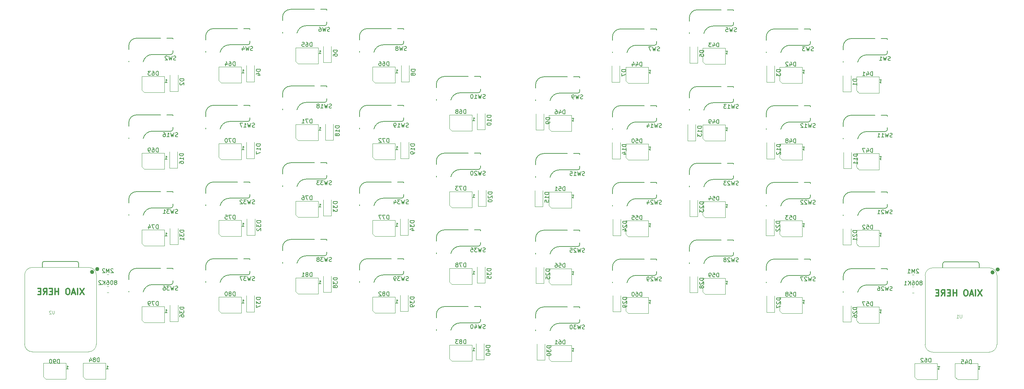
<source format=gbr>
%TF.GenerationSoftware,KiCad,Pcbnew,9.0.6*%
%TF.CreationDate,2025-12-27T17:50:34+00:00*%
%TF.ProjectId,Split Keyboard,53706c69-7420-44b6-9579-626f6172642e,rev?*%
%TF.SameCoordinates,Original*%
%TF.FileFunction,Legend,Bot*%
%TF.FilePolarity,Positive*%
%FSLAX46Y46*%
G04 Gerber Fmt 4.6, Leading zero omitted, Abs format (unit mm)*
G04 Created by KiCad (PCBNEW 9.0.6) date 2025-12-27 17:50:34*
%MOMM*%
%LPD*%
G01*
G04 APERTURE LIST*
%ADD10C,0.300000*%
%ADD11C,0.150000*%
%ADD12C,0.106680*%
%ADD13C,0.120000*%
%ADD14C,0.100000*%
%ADD15C,0.127000*%
%ADD16C,0.504000*%
G04 APERTURE END LIST*
D10*
X46418346Y-101590828D02*
X45418346Y-103090828D01*
X45418346Y-101590828D02*
X46418346Y-103090828D01*
X44846918Y-103090828D02*
X44846918Y-101590828D01*
X44204060Y-102662257D02*
X43489775Y-102662257D01*
X44346917Y-103090828D02*
X43846917Y-101590828D01*
X43846917Y-101590828D02*
X43346917Y-103090828D01*
X42561203Y-101590828D02*
X42275489Y-101590828D01*
X42275489Y-101590828D02*
X42132632Y-101662257D01*
X42132632Y-101662257D02*
X41989775Y-101805114D01*
X41989775Y-101805114D02*
X41918346Y-102090828D01*
X41918346Y-102090828D02*
X41918346Y-102590828D01*
X41918346Y-102590828D02*
X41989775Y-102876542D01*
X41989775Y-102876542D02*
X42132632Y-103019400D01*
X42132632Y-103019400D02*
X42275489Y-103090828D01*
X42275489Y-103090828D02*
X42561203Y-103090828D01*
X42561203Y-103090828D02*
X42704061Y-103019400D01*
X42704061Y-103019400D02*
X42846918Y-102876542D01*
X42846918Y-102876542D02*
X42918346Y-102590828D01*
X42918346Y-102590828D02*
X42918346Y-102090828D01*
X42918346Y-102090828D02*
X42846918Y-101805114D01*
X42846918Y-101805114D02*
X42704061Y-101662257D01*
X42704061Y-101662257D02*
X42561203Y-101590828D01*
X40132632Y-103090828D02*
X40132632Y-101590828D01*
X40132632Y-102305114D02*
X39275489Y-102305114D01*
X39275489Y-103090828D02*
X39275489Y-101590828D01*
X38561203Y-102305114D02*
X38061203Y-102305114D01*
X37846917Y-103090828D02*
X38561203Y-103090828D01*
X38561203Y-103090828D02*
X38561203Y-101590828D01*
X38561203Y-101590828D02*
X37846917Y-101590828D01*
X36346917Y-103090828D02*
X36846917Y-102376542D01*
X37204060Y-103090828D02*
X37204060Y-101590828D01*
X37204060Y-101590828D02*
X36632631Y-101590828D01*
X36632631Y-101590828D02*
X36489774Y-101662257D01*
X36489774Y-101662257D02*
X36418345Y-101733685D01*
X36418345Y-101733685D02*
X36346917Y-101876542D01*
X36346917Y-101876542D02*
X36346917Y-102090828D01*
X36346917Y-102090828D02*
X36418345Y-102233685D01*
X36418345Y-102233685D02*
X36489774Y-102305114D01*
X36489774Y-102305114D02*
X36632631Y-102376542D01*
X36632631Y-102376542D02*
X37204060Y-102376542D01*
X35704060Y-102305114D02*
X35204060Y-102305114D01*
X34989774Y-103090828D02*
X35704060Y-103090828D01*
X35704060Y-103090828D02*
X35704060Y-101590828D01*
X35704060Y-101590828D02*
X34989774Y-101590828D01*
X268858346Y-101930828D02*
X267858346Y-103430828D01*
X267858346Y-101930828D02*
X268858346Y-103430828D01*
X267286918Y-103430828D02*
X267286918Y-101930828D01*
X266644060Y-103002257D02*
X265929775Y-103002257D01*
X266786917Y-103430828D02*
X266286917Y-101930828D01*
X266286917Y-101930828D02*
X265786917Y-103430828D01*
X265001203Y-101930828D02*
X264715489Y-101930828D01*
X264715489Y-101930828D02*
X264572632Y-102002257D01*
X264572632Y-102002257D02*
X264429775Y-102145114D01*
X264429775Y-102145114D02*
X264358346Y-102430828D01*
X264358346Y-102430828D02*
X264358346Y-102930828D01*
X264358346Y-102930828D02*
X264429775Y-103216542D01*
X264429775Y-103216542D02*
X264572632Y-103359400D01*
X264572632Y-103359400D02*
X264715489Y-103430828D01*
X264715489Y-103430828D02*
X265001203Y-103430828D01*
X265001203Y-103430828D02*
X265144061Y-103359400D01*
X265144061Y-103359400D02*
X265286918Y-103216542D01*
X265286918Y-103216542D02*
X265358346Y-102930828D01*
X265358346Y-102930828D02*
X265358346Y-102430828D01*
X265358346Y-102430828D02*
X265286918Y-102145114D01*
X265286918Y-102145114D02*
X265144061Y-102002257D01*
X265144061Y-102002257D02*
X265001203Y-101930828D01*
X262572632Y-103430828D02*
X262572632Y-101930828D01*
X262572632Y-102645114D02*
X261715489Y-102645114D01*
X261715489Y-103430828D02*
X261715489Y-101930828D01*
X261001203Y-102645114D02*
X260501203Y-102645114D01*
X260286917Y-103430828D02*
X261001203Y-103430828D01*
X261001203Y-103430828D02*
X261001203Y-101930828D01*
X261001203Y-101930828D02*
X260286917Y-101930828D01*
X258786917Y-103430828D02*
X259286917Y-102716542D01*
X259644060Y-103430828D02*
X259644060Y-101930828D01*
X259644060Y-101930828D02*
X259072631Y-101930828D01*
X259072631Y-101930828D02*
X258929774Y-102002257D01*
X258929774Y-102002257D02*
X258858345Y-102073685D01*
X258858345Y-102073685D02*
X258786917Y-102216542D01*
X258786917Y-102216542D02*
X258786917Y-102430828D01*
X258786917Y-102430828D02*
X258858345Y-102573685D01*
X258858345Y-102573685D02*
X258929774Y-102645114D01*
X258929774Y-102645114D02*
X259072631Y-102716542D01*
X259072631Y-102716542D02*
X259644060Y-102716542D01*
X258144060Y-102645114D02*
X257644060Y-102645114D01*
X257429774Y-103430828D02*
X258144060Y-103430828D01*
X258144060Y-103430828D02*
X258144060Y-101930828D01*
X258144060Y-101930828D02*
X257429774Y-101930828D01*
D11*
X256214285Y-119900619D02*
X256214285Y-118900619D01*
X256214285Y-118900619D02*
X255976190Y-118900619D01*
X255976190Y-118900619D02*
X255833333Y-118948238D01*
X255833333Y-118948238D02*
X255738095Y-119043476D01*
X255738095Y-119043476D02*
X255690476Y-119138714D01*
X255690476Y-119138714D02*
X255642857Y-119329190D01*
X255642857Y-119329190D02*
X255642857Y-119472047D01*
X255642857Y-119472047D02*
X255690476Y-119662523D01*
X255690476Y-119662523D02*
X255738095Y-119757761D01*
X255738095Y-119757761D02*
X255833333Y-119853000D01*
X255833333Y-119853000D02*
X255976190Y-119900619D01*
X255976190Y-119900619D02*
X256214285Y-119900619D01*
X254785714Y-118900619D02*
X254976190Y-118900619D01*
X254976190Y-118900619D02*
X255071428Y-118948238D01*
X255071428Y-118948238D02*
X255119047Y-118995857D01*
X255119047Y-118995857D02*
X255214285Y-119138714D01*
X255214285Y-119138714D02*
X255261904Y-119329190D01*
X255261904Y-119329190D02*
X255261904Y-119710142D01*
X255261904Y-119710142D02*
X255214285Y-119805380D01*
X255214285Y-119805380D02*
X255166666Y-119853000D01*
X255166666Y-119853000D02*
X255071428Y-119900619D01*
X255071428Y-119900619D02*
X254880952Y-119900619D01*
X254880952Y-119900619D02*
X254785714Y-119853000D01*
X254785714Y-119853000D02*
X254738095Y-119805380D01*
X254738095Y-119805380D02*
X254690476Y-119710142D01*
X254690476Y-119710142D02*
X254690476Y-119472047D01*
X254690476Y-119472047D02*
X254738095Y-119376809D01*
X254738095Y-119376809D02*
X254785714Y-119329190D01*
X254785714Y-119329190D02*
X254880952Y-119281571D01*
X254880952Y-119281571D02*
X255071428Y-119281571D01*
X255071428Y-119281571D02*
X255166666Y-119329190D01*
X255166666Y-119329190D02*
X255214285Y-119376809D01*
X255214285Y-119376809D02*
X255261904Y-119472047D01*
X254309523Y-118995857D02*
X254261904Y-118948238D01*
X254261904Y-118948238D02*
X254166666Y-118900619D01*
X254166666Y-118900619D02*
X253928571Y-118900619D01*
X253928571Y-118900619D02*
X253833333Y-118948238D01*
X253833333Y-118948238D02*
X253785714Y-118995857D01*
X253785714Y-118995857D02*
X253738095Y-119091095D01*
X253738095Y-119091095D02*
X253738095Y-119186333D01*
X253738095Y-119186333D02*
X253785714Y-119329190D01*
X253785714Y-119329190D02*
X254357142Y-119900619D01*
X254357142Y-119900619D02*
X253738095Y-119900619D01*
X258428571Y-120958504D02*
X257971428Y-120958504D01*
X258200000Y-120958504D02*
X258200000Y-121758504D01*
X258200000Y-121758504D02*
X258123809Y-121644219D01*
X258123809Y-121644219D02*
X258047619Y-121568028D01*
X258047619Y-121568028D02*
X257971428Y-121529933D01*
X199906819Y-99024514D02*
X198906819Y-99024514D01*
X198906819Y-99024514D02*
X198906819Y-99262609D01*
X198906819Y-99262609D02*
X198954438Y-99405466D01*
X198954438Y-99405466D02*
X199049676Y-99500704D01*
X199049676Y-99500704D02*
X199144914Y-99548323D01*
X199144914Y-99548323D02*
X199335390Y-99595942D01*
X199335390Y-99595942D02*
X199478247Y-99595942D01*
X199478247Y-99595942D02*
X199668723Y-99548323D01*
X199668723Y-99548323D02*
X199763961Y-99500704D01*
X199763961Y-99500704D02*
X199859200Y-99405466D01*
X199859200Y-99405466D02*
X199906819Y-99262609D01*
X199906819Y-99262609D02*
X199906819Y-99024514D01*
X199002057Y-99976895D02*
X198954438Y-100024514D01*
X198954438Y-100024514D02*
X198906819Y-100119752D01*
X198906819Y-100119752D02*
X198906819Y-100357847D01*
X198906819Y-100357847D02*
X198954438Y-100453085D01*
X198954438Y-100453085D02*
X199002057Y-100500704D01*
X199002057Y-100500704D02*
X199097295Y-100548323D01*
X199097295Y-100548323D02*
X199192533Y-100548323D01*
X199192533Y-100548323D02*
X199335390Y-100500704D01*
X199335390Y-100500704D02*
X199906819Y-99929276D01*
X199906819Y-99929276D02*
X199906819Y-100548323D01*
X199335390Y-101119752D02*
X199287771Y-101024514D01*
X199287771Y-101024514D02*
X199240152Y-100976895D01*
X199240152Y-100976895D02*
X199144914Y-100929276D01*
X199144914Y-100929276D02*
X199097295Y-100929276D01*
X199097295Y-100929276D02*
X199002057Y-100976895D01*
X199002057Y-100976895D02*
X198954438Y-101024514D01*
X198954438Y-101024514D02*
X198906819Y-101119752D01*
X198906819Y-101119752D02*
X198906819Y-101310228D01*
X198906819Y-101310228D02*
X198954438Y-101405466D01*
X198954438Y-101405466D02*
X199002057Y-101453085D01*
X199002057Y-101453085D02*
X199097295Y-101500704D01*
X199097295Y-101500704D02*
X199144914Y-101500704D01*
X199144914Y-101500704D02*
X199240152Y-101453085D01*
X199240152Y-101453085D02*
X199287771Y-101405466D01*
X199287771Y-101405466D02*
X199335390Y-101310228D01*
X199335390Y-101310228D02*
X199335390Y-101119752D01*
X199335390Y-101119752D02*
X199383009Y-101024514D01*
X199383009Y-101024514D02*
X199430628Y-100976895D01*
X199430628Y-100976895D02*
X199525866Y-100929276D01*
X199525866Y-100929276D02*
X199716342Y-100929276D01*
X199716342Y-100929276D02*
X199811580Y-100976895D01*
X199811580Y-100976895D02*
X199859200Y-101024514D01*
X199859200Y-101024514D02*
X199906819Y-101119752D01*
X199906819Y-101119752D02*
X199906819Y-101310228D01*
X199906819Y-101310228D02*
X199859200Y-101405466D01*
X199859200Y-101405466D02*
X199811580Y-101453085D01*
X199811580Y-101453085D02*
X199716342Y-101500704D01*
X199716342Y-101500704D02*
X199525866Y-101500704D01*
X199525866Y-101500704D02*
X199430628Y-101453085D01*
X199430628Y-101453085D02*
X199383009Y-101405466D01*
X199383009Y-101405466D02*
X199335390Y-101310228D01*
X246628023Y-102071000D02*
X246485166Y-102118619D01*
X246485166Y-102118619D02*
X246247071Y-102118619D01*
X246247071Y-102118619D02*
X246151833Y-102071000D01*
X246151833Y-102071000D02*
X246104214Y-102023380D01*
X246104214Y-102023380D02*
X246056595Y-101928142D01*
X246056595Y-101928142D02*
X246056595Y-101832904D01*
X246056595Y-101832904D02*
X246104214Y-101737666D01*
X246104214Y-101737666D02*
X246151833Y-101690047D01*
X246151833Y-101690047D02*
X246247071Y-101642428D01*
X246247071Y-101642428D02*
X246437547Y-101594809D01*
X246437547Y-101594809D02*
X246532785Y-101547190D01*
X246532785Y-101547190D02*
X246580404Y-101499571D01*
X246580404Y-101499571D02*
X246628023Y-101404333D01*
X246628023Y-101404333D02*
X246628023Y-101309095D01*
X246628023Y-101309095D02*
X246580404Y-101213857D01*
X246580404Y-101213857D02*
X246532785Y-101166238D01*
X246532785Y-101166238D02*
X246437547Y-101118619D01*
X246437547Y-101118619D02*
X246199452Y-101118619D01*
X246199452Y-101118619D02*
X246056595Y-101166238D01*
X245723261Y-101118619D02*
X245485166Y-102118619D01*
X245485166Y-102118619D02*
X245294690Y-101404333D01*
X245294690Y-101404333D02*
X245104214Y-102118619D01*
X245104214Y-102118619D02*
X244866119Y-101118619D01*
X244532785Y-101213857D02*
X244485166Y-101166238D01*
X244485166Y-101166238D02*
X244389928Y-101118619D01*
X244389928Y-101118619D02*
X244151833Y-101118619D01*
X244151833Y-101118619D02*
X244056595Y-101166238D01*
X244056595Y-101166238D02*
X244008976Y-101213857D01*
X244008976Y-101213857D02*
X243961357Y-101309095D01*
X243961357Y-101309095D02*
X243961357Y-101404333D01*
X243961357Y-101404333D02*
X244008976Y-101547190D01*
X244008976Y-101547190D02*
X244580404Y-102118619D01*
X244580404Y-102118619D02*
X243961357Y-102118619D01*
X243104214Y-101118619D02*
X243294690Y-101118619D01*
X243294690Y-101118619D02*
X243389928Y-101166238D01*
X243389928Y-101166238D02*
X243437547Y-101213857D01*
X243437547Y-101213857D02*
X243532785Y-101356714D01*
X243532785Y-101356714D02*
X243580404Y-101547190D01*
X243580404Y-101547190D02*
X243580404Y-101928142D01*
X243580404Y-101928142D02*
X243532785Y-102023380D01*
X243532785Y-102023380D02*
X243485166Y-102071000D01*
X243485166Y-102071000D02*
X243389928Y-102118619D01*
X243389928Y-102118619D02*
X243199452Y-102118619D01*
X243199452Y-102118619D02*
X243104214Y-102071000D01*
X243104214Y-102071000D02*
X243056595Y-102023380D01*
X243056595Y-102023380D02*
X243008976Y-101928142D01*
X243008976Y-101928142D02*
X243008976Y-101690047D01*
X243008976Y-101690047D02*
X243056595Y-101594809D01*
X243056595Y-101594809D02*
X243104214Y-101547190D01*
X243104214Y-101547190D02*
X243199452Y-101499571D01*
X243199452Y-101499571D02*
X243389928Y-101499571D01*
X243389928Y-101499571D02*
X243485166Y-101547190D01*
X243485166Y-101547190D02*
X243532785Y-101594809D01*
X243532785Y-101594809D02*
X243580404Y-101690047D01*
X71181219Y-49525155D02*
X70181219Y-49525155D01*
X70181219Y-49525155D02*
X70181219Y-49763250D01*
X70181219Y-49763250D02*
X70228838Y-49906107D01*
X70228838Y-49906107D02*
X70324076Y-50001345D01*
X70324076Y-50001345D02*
X70419314Y-50048964D01*
X70419314Y-50048964D02*
X70609790Y-50096583D01*
X70609790Y-50096583D02*
X70752647Y-50096583D01*
X70752647Y-50096583D02*
X70943123Y-50048964D01*
X70943123Y-50048964D02*
X71038361Y-50001345D01*
X71038361Y-50001345D02*
X71133600Y-49906107D01*
X71133600Y-49906107D02*
X71181219Y-49763250D01*
X71181219Y-49763250D02*
X71181219Y-49525155D01*
X70276457Y-50477536D02*
X70228838Y-50525155D01*
X70228838Y-50525155D02*
X70181219Y-50620393D01*
X70181219Y-50620393D02*
X70181219Y-50858488D01*
X70181219Y-50858488D02*
X70228838Y-50953726D01*
X70228838Y-50953726D02*
X70276457Y-51001345D01*
X70276457Y-51001345D02*
X70371695Y-51048964D01*
X70371695Y-51048964D02*
X70466933Y-51048964D01*
X70466933Y-51048964D02*
X70609790Y-51001345D01*
X70609790Y-51001345D02*
X71181219Y-50429917D01*
X71181219Y-50429917D02*
X71181219Y-51048964D01*
X170428023Y-111596000D02*
X170285166Y-111643619D01*
X170285166Y-111643619D02*
X170047071Y-111643619D01*
X170047071Y-111643619D02*
X169951833Y-111596000D01*
X169951833Y-111596000D02*
X169904214Y-111548380D01*
X169904214Y-111548380D02*
X169856595Y-111453142D01*
X169856595Y-111453142D02*
X169856595Y-111357904D01*
X169856595Y-111357904D02*
X169904214Y-111262666D01*
X169904214Y-111262666D02*
X169951833Y-111215047D01*
X169951833Y-111215047D02*
X170047071Y-111167428D01*
X170047071Y-111167428D02*
X170237547Y-111119809D01*
X170237547Y-111119809D02*
X170332785Y-111072190D01*
X170332785Y-111072190D02*
X170380404Y-111024571D01*
X170380404Y-111024571D02*
X170428023Y-110929333D01*
X170428023Y-110929333D02*
X170428023Y-110834095D01*
X170428023Y-110834095D02*
X170380404Y-110738857D01*
X170380404Y-110738857D02*
X170332785Y-110691238D01*
X170332785Y-110691238D02*
X170237547Y-110643619D01*
X170237547Y-110643619D02*
X169999452Y-110643619D01*
X169999452Y-110643619D02*
X169856595Y-110691238D01*
X169523261Y-110643619D02*
X169285166Y-111643619D01*
X169285166Y-111643619D02*
X169094690Y-110929333D01*
X169094690Y-110929333D02*
X168904214Y-111643619D01*
X168904214Y-111643619D02*
X168666119Y-110643619D01*
X168380404Y-110643619D02*
X167761357Y-110643619D01*
X167761357Y-110643619D02*
X168094690Y-111024571D01*
X168094690Y-111024571D02*
X167951833Y-111024571D01*
X167951833Y-111024571D02*
X167856595Y-111072190D01*
X167856595Y-111072190D02*
X167808976Y-111119809D01*
X167808976Y-111119809D02*
X167761357Y-111215047D01*
X167761357Y-111215047D02*
X167761357Y-111453142D01*
X167761357Y-111453142D02*
X167808976Y-111548380D01*
X167808976Y-111548380D02*
X167856595Y-111596000D01*
X167856595Y-111596000D02*
X167951833Y-111643619D01*
X167951833Y-111643619D02*
X168237547Y-111643619D01*
X168237547Y-111643619D02*
X168332785Y-111596000D01*
X168332785Y-111596000D02*
X168380404Y-111548380D01*
X167142309Y-110643619D02*
X167047071Y-110643619D01*
X167047071Y-110643619D02*
X166951833Y-110691238D01*
X166951833Y-110691238D02*
X166904214Y-110738857D01*
X166904214Y-110738857D02*
X166856595Y-110834095D01*
X166856595Y-110834095D02*
X166808976Y-111024571D01*
X166808976Y-111024571D02*
X166808976Y-111262666D01*
X166808976Y-111262666D02*
X166856595Y-111453142D01*
X166856595Y-111453142D02*
X166904214Y-111548380D01*
X166904214Y-111548380D02*
X166951833Y-111596000D01*
X166951833Y-111596000D02*
X167047071Y-111643619D01*
X167047071Y-111643619D02*
X167142309Y-111643619D01*
X167142309Y-111643619D02*
X167237547Y-111596000D01*
X167237547Y-111596000D02*
X167285166Y-111548380D01*
X167285166Y-111548380D02*
X167332785Y-111453142D01*
X167332785Y-111453142D02*
X167380404Y-111262666D01*
X167380404Y-111262666D02*
X167380404Y-111024571D01*
X167380404Y-111024571D02*
X167332785Y-110834095D01*
X167332785Y-110834095D02*
X167285166Y-110738857D01*
X167285166Y-110738857D02*
X167237547Y-110691238D01*
X167237547Y-110691238D02*
X167142309Y-110643619D01*
X222732785Y-84449819D02*
X222732785Y-83449819D01*
X222732785Y-83449819D02*
X222494690Y-83449819D01*
X222494690Y-83449819D02*
X222351833Y-83497438D01*
X222351833Y-83497438D02*
X222256595Y-83592676D01*
X222256595Y-83592676D02*
X222208976Y-83687914D01*
X222208976Y-83687914D02*
X222161357Y-83878390D01*
X222161357Y-83878390D02*
X222161357Y-84021247D01*
X222161357Y-84021247D02*
X222208976Y-84211723D01*
X222208976Y-84211723D02*
X222256595Y-84306961D01*
X222256595Y-84306961D02*
X222351833Y-84402200D01*
X222351833Y-84402200D02*
X222494690Y-84449819D01*
X222494690Y-84449819D02*
X222732785Y-84449819D01*
X221256595Y-83449819D02*
X221732785Y-83449819D01*
X221732785Y-83449819D02*
X221780404Y-83926009D01*
X221780404Y-83926009D02*
X221732785Y-83878390D01*
X221732785Y-83878390D02*
X221637547Y-83830771D01*
X221637547Y-83830771D02*
X221399452Y-83830771D01*
X221399452Y-83830771D02*
X221304214Y-83878390D01*
X221304214Y-83878390D02*
X221256595Y-83926009D01*
X221256595Y-83926009D02*
X221208976Y-84021247D01*
X221208976Y-84021247D02*
X221208976Y-84259342D01*
X221208976Y-84259342D02*
X221256595Y-84354580D01*
X221256595Y-84354580D02*
X221304214Y-84402200D01*
X221304214Y-84402200D02*
X221399452Y-84449819D01*
X221399452Y-84449819D02*
X221637547Y-84449819D01*
X221637547Y-84449819D02*
X221732785Y-84402200D01*
X221732785Y-84402200D02*
X221780404Y-84354580D01*
X220875642Y-83449819D02*
X220256595Y-83449819D01*
X220256595Y-83449819D02*
X220589928Y-83830771D01*
X220589928Y-83830771D02*
X220447071Y-83830771D01*
X220447071Y-83830771D02*
X220351833Y-83878390D01*
X220351833Y-83878390D02*
X220304214Y-83926009D01*
X220304214Y-83926009D02*
X220256595Y-84021247D01*
X220256595Y-84021247D02*
X220256595Y-84259342D01*
X220256595Y-84259342D02*
X220304214Y-84354580D01*
X220304214Y-84354580D02*
X220351833Y-84402200D01*
X220351833Y-84402200D02*
X220447071Y-84449819D01*
X220447071Y-84449819D02*
X220732785Y-84449819D01*
X220732785Y-84449819D02*
X220828023Y-84402200D01*
X220828023Y-84402200D02*
X220875642Y-84354580D01*
X224947071Y-85507704D02*
X224489928Y-85507704D01*
X224718500Y-85507704D02*
X224718500Y-86307704D01*
X224718500Y-86307704D02*
X224642309Y-86193419D01*
X224642309Y-86193419D02*
X224566119Y-86117228D01*
X224566119Y-86117228D02*
X224489928Y-86079133D01*
X203682785Y-98737319D02*
X203682785Y-97737319D01*
X203682785Y-97737319D02*
X203444690Y-97737319D01*
X203444690Y-97737319D02*
X203301833Y-97784938D01*
X203301833Y-97784938D02*
X203206595Y-97880176D01*
X203206595Y-97880176D02*
X203158976Y-97975414D01*
X203158976Y-97975414D02*
X203111357Y-98165890D01*
X203111357Y-98165890D02*
X203111357Y-98308747D01*
X203111357Y-98308747D02*
X203158976Y-98499223D01*
X203158976Y-98499223D02*
X203206595Y-98594461D01*
X203206595Y-98594461D02*
X203301833Y-98689700D01*
X203301833Y-98689700D02*
X203444690Y-98737319D01*
X203444690Y-98737319D02*
X203682785Y-98737319D01*
X202206595Y-97737319D02*
X202682785Y-97737319D01*
X202682785Y-97737319D02*
X202730404Y-98213509D01*
X202730404Y-98213509D02*
X202682785Y-98165890D01*
X202682785Y-98165890D02*
X202587547Y-98118271D01*
X202587547Y-98118271D02*
X202349452Y-98118271D01*
X202349452Y-98118271D02*
X202254214Y-98165890D01*
X202254214Y-98165890D02*
X202206595Y-98213509D01*
X202206595Y-98213509D02*
X202158976Y-98308747D01*
X202158976Y-98308747D02*
X202158976Y-98546842D01*
X202158976Y-98546842D02*
X202206595Y-98642080D01*
X202206595Y-98642080D02*
X202254214Y-98689700D01*
X202254214Y-98689700D02*
X202349452Y-98737319D01*
X202349452Y-98737319D02*
X202587547Y-98737319D01*
X202587547Y-98737319D02*
X202682785Y-98689700D01*
X202682785Y-98689700D02*
X202730404Y-98642080D01*
X201682785Y-98737319D02*
X201492309Y-98737319D01*
X201492309Y-98737319D02*
X201397071Y-98689700D01*
X201397071Y-98689700D02*
X201349452Y-98642080D01*
X201349452Y-98642080D02*
X201254214Y-98499223D01*
X201254214Y-98499223D02*
X201206595Y-98308747D01*
X201206595Y-98308747D02*
X201206595Y-97927795D01*
X201206595Y-97927795D02*
X201254214Y-97832557D01*
X201254214Y-97832557D02*
X201301833Y-97784938D01*
X201301833Y-97784938D02*
X201397071Y-97737319D01*
X201397071Y-97737319D02*
X201587547Y-97737319D01*
X201587547Y-97737319D02*
X201682785Y-97784938D01*
X201682785Y-97784938D02*
X201730404Y-97832557D01*
X201730404Y-97832557D02*
X201778023Y-97927795D01*
X201778023Y-97927795D02*
X201778023Y-98165890D01*
X201778023Y-98165890D02*
X201730404Y-98261128D01*
X201730404Y-98261128D02*
X201682785Y-98308747D01*
X201682785Y-98308747D02*
X201587547Y-98356366D01*
X201587547Y-98356366D02*
X201397071Y-98356366D01*
X201397071Y-98356366D02*
X201301833Y-98308747D01*
X201301833Y-98308747D02*
X201254214Y-98261128D01*
X201254214Y-98261128D02*
X201206595Y-98165890D01*
X205897071Y-99795204D02*
X205439928Y-99795204D01*
X205668500Y-99795204D02*
X205668500Y-100595204D01*
X205668500Y-100595204D02*
X205592309Y-100480919D01*
X205592309Y-100480919D02*
X205516119Y-100404728D01*
X205516119Y-100404728D02*
X205439928Y-100366633D01*
X102897185Y-41491069D02*
X102897185Y-40491069D01*
X102897185Y-40491069D02*
X102659090Y-40491069D01*
X102659090Y-40491069D02*
X102516233Y-40538688D01*
X102516233Y-40538688D02*
X102420995Y-40633926D01*
X102420995Y-40633926D02*
X102373376Y-40729164D01*
X102373376Y-40729164D02*
X102325757Y-40919640D01*
X102325757Y-40919640D02*
X102325757Y-41062497D01*
X102325757Y-41062497D02*
X102373376Y-41252973D01*
X102373376Y-41252973D02*
X102420995Y-41348211D01*
X102420995Y-41348211D02*
X102516233Y-41443450D01*
X102516233Y-41443450D02*
X102659090Y-41491069D01*
X102659090Y-41491069D02*
X102897185Y-41491069D01*
X101468614Y-40491069D02*
X101659090Y-40491069D01*
X101659090Y-40491069D02*
X101754328Y-40538688D01*
X101754328Y-40538688D02*
X101801947Y-40586307D01*
X101801947Y-40586307D02*
X101897185Y-40729164D01*
X101897185Y-40729164D02*
X101944804Y-40919640D01*
X101944804Y-40919640D02*
X101944804Y-41300592D01*
X101944804Y-41300592D02*
X101897185Y-41395830D01*
X101897185Y-41395830D02*
X101849566Y-41443450D01*
X101849566Y-41443450D02*
X101754328Y-41491069D01*
X101754328Y-41491069D02*
X101563852Y-41491069D01*
X101563852Y-41491069D02*
X101468614Y-41443450D01*
X101468614Y-41443450D02*
X101420995Y-41395830D01*
X101420995Y-41395830D02*
X101373376Y-41300592D01*
X101373376Y-41300592D02*
X101373376Y-41062497D01*
X101373376Y-41062497D02*
X101420995Y-40967259D01*
X101420995Y-40967259D02*
X101468614Y-40919640D01*
X101468614Y-40919640D02*
X101563852Y-40872021D01*
X101563852Y-40872021D02*
X101754328Y-40872021D01*
X101754328Y-40872021D02*
X101849566Y-40919640D01*
X101849566Y-40919640D02*
X101897185Y-40967259D01*
X101897185Y-40967259D02*
X101944804Y-41062497D01*
X100468614Y-40491069D02*
X100944804Y-40491069D01*
X100944804Y-40491069D02*
X100992423Y-40967259D01*
X100992423Y-40967259D02*
X100944804Y-40919640D01*
X100944804Y-40919640D02*
X100849566Y-40872021D01*
X100849566Y-40872021D02*
X100611471Y-40872021D01*
X100611471Y-40872021D02*
X100516233Y-40919640D01*
X100516233Y-40919640D02*
X100468614Y-40967259D01*
X100468614Y-40967259D02*
X100420995Y-41062497D01*
X100420995Y-41062497D02*
X100420995Y-41300592D01*
X100420995Y-41300592D02*
X100468614Y-41395830D01*
X100468614Y-41395830D02*
X100516233Y-41443450D01*
X100516233Y-41443450D02*
X100611471Y-41491069D01*
X100611471Y-41491069D02*
X100849566Y-41491069D01*
X100849566Y-41491069D02*
X100944804Y-41443450D01*
X100944804Y-41443450D02*
X100992423Y-41395830D01*
X104654328Y-43273545D02*
X105111471Y-43273545D01*
X104882899Y-43273545D02*
X104882899Y-42473545D01*
X104882899Y-42473545D02*
X104959090Y-42587830D01*
X104959090Y-42587830D02*
X105035280Y-42664021D01*
X105035280Y-42664021D02*
X105111471Y-42702116D01*
X203682785Y-79687319D02*
X203682785Y-78687319D01*
X203682785Y-78687319D02*
X203444690Y-78687319D01*
X203444690Y-78687319D02*
X203301833Y-78734938D01*
X203301833Y-78734938D02*
X203206595Y-78830176D01*
X203206595Y-78830176D02*
X203158976Y-78925414D01*
X203158976Y-78925414D02*
X203111357Y-79115890D01*
X203111357Y-79115890D02*
X203111357Y-79258747D01*
X203111357Y-79258747D02*
X203158976Y-79449223D01*
X203158976Y-79449223D02*
X203206595Y-79544461D01*
X203206595Y-79544461D02*
X203301833Y-79639700D01*
X203301833Y-79639700D02*
X203444690Y-79687319D01*
X203444690Y-79687319D02*
X203682785Y-79687319D01*
X202206595Y-78687319D02*
X202682785Y-78687319D01*
X202682785Y-78687319D02*
X202730404Y-79163509D01*
X202730404Y-79163509D02*
X202682785Y-79115890D01*
X202682785Y-79115890D02*
X202587547Y-79068271D01*
X202587547Y-79068271D02*
X202349452Y-79068271D01*
X202349452Y-79068271D02*
X202254214Y-79115890D01*
X202254214Y-79115890D02*
X202206595Y-79163509D01*
X202206595Y-79163509D02*
X202158976Y-79258747D01*
X202158976Y-79258747D02*
X202158976Y-79496842D01*
X202158976Y-79496842D02*
X202206595Y-79592080D01*
X202206595Y-79592080D02*
X202254214Y-79639700D01*
X202254214Y-79639700D02*
X202349452Y-79687319D01*
X202349452Y-79687319D02*
X202587547Y-79687319D01*
X202587547Y-79687319D02*
X202682785Y-79639700D01*
X202682785Y-79639700D02*
X202730404Y-79592080D01*
X201301833Y-79020652D02*
X201301833Y-79687319D01*
X201539928Y-78639700D02*
X201778023Y-79353985D01*
X201778023Y-79353985D02*
X201158976Y-79353985D01*
X205897071Y-80745204D02*
X205439928Y-80745204D01*
X205668500Y-80745204D02*
X205668500Y-81545204D01*
X205668500Y-81545204D02*
X205592309Y-81430919D01*
X205592309Y-81430919D02*
X205516119Y-81354728D01*
X205516119Y-81354728D02*
X205439928Y-81316633D01*
X64797185Y-105784819D02*
X64797185Y-104784819D01*
X64797185Y-104784819D02*
X64559090Y-104784819D01*
X64559090Y-104784819D02*
X64416233Y-104832438D01*
X64416233Y-104832438D02*
X64320995Y-104927676D01*
X64320995Y-104927676D02*
X64273376Y-105022914D01*
X64273376Y-105022914D02*
X64225757Y-105213390D01*
X64225757Y-105213390D02*
X64225757Y-105356247D01*
X64225757Y-105356247D02*
X64273376Y-105546723D01*
X64273376Y-105546723D02*
X64320995Y-105641961D01*
X64320995Y-105641961D02*
X64416233Y-105737200D01*
X64416233Y-105737200D02*
X64559090Y-105784819D01*
X64559090Y-105784819D02*
X64797185Y-105784819D01*
X63892423Y-104784819D02*
X63225757Y-104784819D01*
X63225757Y-104784819D02*
X63654328Y-105784819D01*
X62797185Y-105784819D02*
X62606709Y-105784819D01*
X62606709Y-105784819D02*
X62511471Y-105737200D01*
X62511471Y-105737200D02*
X62463852Y-105689580D01*
X62463852Y-105689580D02*
X62368614Y-105546723D01*
X62368614Y-105546723D02*
X62320995Y-105356247D01*
X62320995Y-105356247D02*
X62320995Y-104975295D01*
X62320995Y-104975295D02*
X62368614Y-104880057D01*
X62368614Y-104880057D02*
X62416233Y-104832438D01*
X62416233Y-104832438D02*
X62511471Y-104784819D01*
X62511471Y-104784819D02*
X62701947Y-104784819D01*
X62701947Y-104784819D02*
X62797185Y-104832438D01*
X62797185Y-104832438D02*
X62844804Y-104880057D01*
X62844804Y-104880057D02*
X62892423Y-104975295D01*
X62892423Y-104975295D02*
X62892423Y-105213390D01*
X62892423Y-105213390D02*
X62844804Y-105308628D01*
X62844804Y-105308628D02*
X62797185Y-105356247D01*
X62797185Y-105356247D02*
X62701947Y-105403866D01*
X62701947Y-105403866D02*
X62511471Y-105403866D01*
X62511471Y-105403866D02*
X62416233Y-105356247D01*
X62416233Y-105356247D02*
X62368614Y-105308628D01*
X62368614Y-105308628D02*
X62320995Y-105213390D01*
X66554328Y-107567295D02*
X67011471Y-107567295D01*
X66782899Y-107567295D02*
X66782899Y-106767295D01*
X66782899Y-106767295D02*
X66859090Y-106881580D01*
X66859090Y-106881580D02*
X66935280Y-106957771D01*
X66935280Y-106957771D02*
X67011471Y-106995866D01*
X241782785Y-86831119D02*
X241782785Y-85831119D01*
X241782785Y-85831119D02*
X241544690Y-85831119D01*
X241544690Y-85831119D02*
X241401833Y-85878738D01*
X241401833Y-85878738D02*
X241306595Y-85973976D01*
X241306595Y-85973976D02*
X241258976Y-86069214D01*
X241258976Y-86069214D02*
X241211357Y-86259690D01*
X241211357Y-86259690D02*
X241211357Y-86402547D01*
X241211357Y-86402547D02*
X241258976Y-86593023D01*
X241258976Y-86593023D02*
X241306595Y-86688261D01*
X241306595Y-86688261D02*
X241401833Y-86783500D01*
X241401833Y-86783500D02*
X241544690Y-86831119D01*
X241544690Y-86831119D02*
X241782785Y-86831119D01*
X240306595Y-85831119D02*
X240782785Y-85831119D01*
X240782785Y-85831119D02*
X240830404Y-86307309D01*
X240830404Y-86307309D02*
X240782785Y-86259690D01*
X240782785Y-86259690D02*
X240687547Y-86212071D01*
X240687547Y-86212071D02*
X240449452Y-86212071D01*
X240449452Y-86212071D02*
X240354214Y-86259690D01*
X240354214Y-86259690D02*
X240306595Y-86307309D01*
X240306595Y-86307309D02*
X240258976Y-86402547D01*
X240258976Y-86402547D02*
X240258976Y-86640642D01*
X240258976Y-86640642D02*
X240306595Y-86735880D01*
X240306595Y-86735880D02*
X240354214Y-86783500D01*
X240354214Y-86783500D02*
X240449452Y-86831119D01*
X240449452Y-86831119D02*
X240687547Y-86831119D01*
X240687547Y-86831119D02*
X240782785Y-86783500D01*
X240782785Y-86783500D02*
X240830404Y-86735880D01*
X239878023Y-85926357D02*
X239830404Y-85878738D01*
X239830404Y-85878738D02*
X239735166Y-85831119D01*
X239735166Y-85831119D02*
X239497071Y-85831119D01*
X239497071Y-85831119D02*
X239401833Y-85878738D01*
X239401833Y-85878738D02*
X239354214Y-85926357D01*
X239354214Y-85926357D02*
X239306595Y-86021595D01*
X239306595Y-86021595D02*
X239306595Y-86116833D01*
X239306595Y-86116833D02*
X239354214Y-86259690D01*
X239354214Y-86259690D02*
X239925642Y-86831119D01*
X239925642Y-86831119D02*
X239306595Y-86831119D01*
X243997071Y-87889004D02*
X243539928Y-87889004D01*
X243768500Y-87889004D02*
X243768500Y-88689004D01*
X243768500Y-88689004D02*
X243692309Y-88574719D01*
X243692309Y-88574719D02*
X243616119Y-88498528D01*
X243616119Y-88498528D02*
X243539928Y-88460433D01*
X253855309Y-100152190D02*
X253950547Y-100104571D01*
X253950547Y-100104571D02*
X253998166Y-100056952D01*
X253998166Y-100056952D02*
X254045785Y-99961714D01*
X254045785Y-99961714D02*
X254045785Y-99914095D01*
X254045785Y-99914095D02*
X253998166Y-99818857D01*
X253998166Y-99818857D02*
X253950547Y-99771238D01*
X253950547Y-99771238D02*
X253855309Y-99723619D01*
X253855309Y-99723619D02*
X253664833Y-99723619D01*
X253664833Y-99723619D02*
X253569595Y-99771238D01*
X253569595Y-99771238D02*
X253521976Y-99818857D01*
X253521976Y-99818857D02*
X253474357Y-99914095D01*
X253474357Y-99914095D02*
X253474357Y-99961714D01*
X253474357Y-99961714D02*
X253521976Y-100056952D01*
X253521976Y-100056952D02*
X253569595Y-100104571D01*
X253569595Y-100104571D02*
X253664833Y-100152190D01*
X253664833Y-100152190D02*
X253855309Y-100152190D01*
X253855309Y-100152190D02*
X253950547Y-100199809D01*
X253950547Y-100199809D02*
X253998166Y-100247428D01*
X253998166Y-100247428D02*
X254045785Y-100342666D01*
X254045785Y-100342666D02*
X254045785Y-100533142D01*
X254045785Y-100533142D02*
X253998166Y-100628380D01*
X253998166Y-100628380D02*
X253950547Y-100676000D01*
X253950547Y-100676000D02*
X253855309Y-100723619D01*
X253855309Y-100723619D02*
X253664833Y-100723619D01*
X253664833Y-100723619D02*
X253569595Y-100676000D01*
X253569595Y-100676000D02*
X253521976Y-100628380D01*
X253521976Y-100628380D02*
X253474357Y-100533142D01*
X253474357Y-100533142D02*
X253474357Y-100342666D01*
X253474357Y-100342666D02*
X253521976Y-100247428D01*
X253521976Y-100247428D02*
X253569595Y-100199809D01*
X253569595Y-100199809D02*
X253664833Y-100152190D01*
X252855309Y-99723619D02*
X252760071Y-99723619D01*
X252760071Y-99723619D02*
X252664833Y-99771238D01*
X252664833Y-99771238D02*
X252617214Y-99818857D01*
X252617214Y-99818857D02*
X252569595Y-99914095D01*
X252569595Y-99914095D02*
X252521976Y-100104571D01*
X252521976Y-100104571D02*
X252521976Y-100342666D01*
X252521976Y-100342666D02*
X252569595Y-100533142D01*
X252569595Y-100533142D02*
X252617214Y-100628380D01*
X252617214Y-100628380D02*
X252664833Y-100676000D01*
X252664833Y-100676000D02*
X252760071Y-100723619D01*
X252760071Y-100723619D02*
X252855309Y-100723619D01*
X252855309Y-100723619D02*
X252950547Y-100676000D01*
X252950547Y-100676000D02*
X252998166Y-100628380D01*
X252998166Y-100628380D02*
X253045785Y-100533142D01*
X253045785Y-100533142D02*
X253093404Y-100342666D01*
X253093404Y-100342666D02*
X253093404Y-100104571D01*
X253093404Y-100104571D02*
X253045785Y-99914095D01*
X253045785Y-99914095D02*
X252998166Y-99818857D01*
X252998166Y-99818857D02*
X252950547Y-99771238D01*
X252950547Y-99771238D02*
X252855309Y-99723619D01*
X251664833Y-99723619D02*
X251855309Y-99723619D01*
X251855309Y-99723619D02*
X251950547Y-99771238D01*
X251950547Y-99771238D02*
X251998166Y-99818857D01*
X251998166Y-99818857D02*
X252093404Y-99961714D01*
X252093404Y-99961714D02*
X252141023Y-100152190D01*
X252141023Y-100152190D02*
X252141023Y-100533142D01*
X252141023Y-100533142D02*
X252093404Y-100628380D01*
X252093404Y-100628380D02*
X252045785Y-100676000D01*
X252045785Y-100676000D02*
X251950547Y-100723619D01*
X251950547Y-100723619D02*
X251760071Y-100723619D01*
X251760071Y-100723619D02*
X251664833Y-100676000D01*
X251664833Y-100676000D02*
X251617214Y-100628380D01*
X251617214Y-100628380D02*
X251569595Y-100533142D01*
X251569595Y-100533142D02*
X251569595Y-100295047D01*
X251569595Y-100295047D02*
X251617214Y-100199809D01*
X251617214Y-100199809D02*
X251664833Y-100152190D01*
X251664833Y-100152190D02*
X251760071Y-100104571D01*
X251760071Y-100104571D02*
X251950547Y-100104571D01*
X251950547Y-100104571D02*
X252045785Y-100152190D01*
X252045785Y-100152190D02*
X252093404Y-100199809D01*
X252093404Y-100199809D02*
X252141023Y-100295047D01*
X251141023Y-100723619D02*
X251141023Y-99723619D01*
X250569595Y-100723619D02*
X250998166Y-100152190D01*
X250569595Y-99723619D02*
X251141023Y-100295047D01*
X249617214Y-100723619D02*
X250188642Y-100723619D01*
X249902928Y-100723619D02*
X249902928Y-99723619D01*
X249902928Y-99723619D02*
X249998166Y-99866476D01*
X249998166Y-99866476D02*
X250093404Y-99961714D01*
X250093404Y-99961714D02*
X250188642Y-100009333D01*
X69642423Y-63874700D02*
X69499566Y-63922319D01*
X69499566Y-63922319D02*
X69261471Y-63922319D01*
X69261471Y-63922319D02*
X69166233Y-63874700D01*
X69166233Y-63874700D02*
X69118614Y-63827080D01*
X69118614Y-63827080D02*
X69070995Y-63731842D01*
X69070995Y-63731842D02*
X69070995Y-63636604D01*
X69070995Y-63636604D02*
X69118614Y-63541366D01*
X69118614Y-63541366D02*
X69166233Y-63493747D01*
X69166233Y-63493747D02*
X69261471Y-63446128D01*
X69261471Y-63446128D02*
X69451947Y-63398509D01*
X69451947Y-63398509D02*
X69547185Y-63350890D01*
X69547185Y-63350890D02*
X69594804Y-63303271D01*
X69594804Y-63303271D02*
X69642423Y-63208033D01*
X69642423Y-63208033D02*
X69642423Y-63112795D01*
X69642423Y-63112795D02*
X69594804Y-63017557D01*
X69594804Y-63017557D02*
X69547185Y-62969938D01*
X69547185Y-62969938D02*
X69451947Y-62922319D01*
X69451947Y-62922319D02*
X69213852Y-62922319D01*
X69213852Y-62922319D02*
X69070995Y-62969938D01*
X68737661Y-62922319D02*
X68499566Y-63922319D01*
X68499566Y-63922319D02*
X68309090Y-63208033D01*
X68309090Y-63208033D02*
X68118614Y-63922319D01*
X68118614Y-63922319D02*
X67880519Y-62922319D01*
X66975757Y-63922319D02*
X67547185Y-63922319D01*
X67261471Y-63922319D02*
X67261471Y-62922319D01*
X67261471Y-62922319D02*
X67356709Y-63065176D01*
X67356709Y-63065176D02*
X67451947Y-63160414D01*
X67451947Y-63160414D02*
X67547185Y-63208033D01*
X66118614Y-62922319D02*
X66309090Y-62922319D01*
X66309090Y-62922319D02*
X66404328Y-62969938D01*
X66404328Y-62969938D02*
X66451947Y-63017557D01*
X66451947Y-63017557D02*
X66547185Y-63160414D01*
X66547185Y-63160414D02*
X66594804Y-63350890D01*
X66594804Y-63350890D02*
X66594804Y-63731842D01*
X66594804Y-63731842D02*
X66547185Y-63827080D01*
X66547185Y-63827080D02*
X66499566Y-63874700D01*
X66499566Y-63874700D02*
X66404328Y-63922319D01*
X66404328Y-63922319D02*
X66213852Y-63922319D01*
X66213852Y-63922319D02*
X66118614Y-63874700D01*
X66118614Y-63874700D02*
X66070995Y-63827080D01*
X66070995Y-63827080D02*
X66023376Y-63731842D01*
X66023376Y-63731842D02*
X66023376Y-63493747D01*
X66023376Y-63493747D02*
X66070995Y-63398509D01*
X66070995Y-63398509D02*
X66118614Y-63350890D01*
X66118614Y-63350890D02*
X66213852Y-63303271D01*
X66213852Y-63303271D02*
X66404328Y-63303271D01*
X66404328Y-63303271D02*
X66499566Y-63350890D01*
X66499566Y-63350890D02*
X66547185Y-63398509D01*
X66547185Y-63398509D02*
X66594804Y-63493747D01*
X227578023Y-61589700D02*
X227435166Y-61637319D01*
X227435166Y-61637319D02*
X227197071Y-61637319D01*
X227197071Y-61637319D02*
X227101833Y-61589700D01*
X227101833Y-61589700D02*
X227054214Y-61542080D01*
X227054214Y-61542080D02*
X227006595Y-61446842D01*
X227006595Y-61446842D02*
X227006595Y-61351604D01*
X227006595Y-61351604D02*
X227054214Y-61256366D01*
X227054214Y-61256366D02*
X227101833Y-61208747D01*
X227101833Y-61208747D02*
X227197071Y-61161128D01*
X227197071Y-61161128D02*
X227387547Y-61113509D01*
X227387547Y-61113509D02*
X227482785Y-61065890D01*
X227482785Y-61065890D02*
X227530404Y-61018271D01*
X227530404Y-61018271D02*
X227578023Y-60923033D01*
X227578023Y-60923033D02*
X227578023Y-60827795D01*
X227578023Y-60827795D02*
X227530404Y-60732557D01*
X227530404Y-60732557D02*
X227482785Y-60684938D01*
X227482785Y-60684938D02*
X227387547Y-60637319D01*
X227387547Y-60637319D02*
X227149452Y-60637319D01*
X227149452Y-60637319D02*
X227006595Y-60684938D01*
X226673261Y-60637319D02*
X226435166Y-61637319D01*
X226435166Y-61637319D02*
X226244690Y-60923033D01*
X226244690Y-60923033D02*
X226054214Y-61637319D01*
X226054214Y-61637319D02*
X225816119Y-60637319D01*
X224911357Y-61637319D02*
X225482785Y-61637319D01*
X225197071Y-61637319D02*
X225197071Y-60637319D01*
X225197071Y-60637319D02*
X225292309Y-60780176D01*
X225292309Y-60780176D02*
X225387547Y-60875414D01*
X225387547Y-60875414D02*
X225482785Y-60923033D01*
X224530404Y-60732557D02*
X224482785Y-60684938D01*
X224482785Y-60684938D02*
X224387547Y-60637319D01*
X224387547Y-60637319D02*
X224149452Y-60637319D01*
X224149452Y-60637319D02*
X224054214Y-60684938D01*
X224054214Y-60684938D02*
X224006595Y-60732557D01*
X224006595Y-60732557D02*
X223958976Y-60827795D01*
X223958976Y-60827795D02*
X223958976Y-60923033D01*
X223958976Y-60923033D02*
X224006595Y-61065890D01*
X224006595Y-61065890D02*
X224578023Y-61637319D01*
X224578023Y-61637319D02*
X223958976Y-61637319D01*
X53653232Y-96772557D02*
X53605613Y-96724938D01*
X53605613Y-96724938D02*
X53510375Y-96677319D01*
X53510375Y-96677319D02*
X53272280Y-96677319D01*
X53272280Y-96677319D02*
X53177042Y-96724938D01*
X53177042Y-96724938D02*
X53129423Y-96772557D01*
X53129423Y-96772557D02*
X53081804Y-96867795D01*
X53081804Y-96867795D02*
X53081804Y-96963033D01*
X53081804Y-96963033D02*
X53129423Y-97105890D01*
X53129423Y-97105890D02*
X53700851Y-97677319D01*
X53700851Y-97677319D02*
X53081804Y-97677319D01*
X52653232Y-97677319D02*
X52653232Y-96677319D01*
X52653232Y-96677319D02*
X52319899Y-97391604D01*
X52319899Y-97391604D02*
X51986566Y-96677319D01*
X51986566Y-96677319D02*
X51986566Y-97677319D01*
X51557994Y-96772557D02*
X51510375Y-96724938D01*
X51510375Y-96724938D02*
X51415137Y-96677319D01*
X51415137Y-96677319D02*
X51177042Y-96677319D01*
X51177042Y-96677319D02*
X51081804Y-96724938D01*
X51081804Y-96724938D02*
X51034185Y-96772557D01*
X51034185Y-96772557D02*
X50986566Y-96867795D01*
X50986566Y-96867795D02*
X50986566Y-96963033D01*
X50986566Y-96963033D02*
X51034185Y-97105890D01*
X51034185Y-97105890D02*
X51605613Y-97677319D01*
X51605613Y-97677319D02*
X50986566Y-97677319D01*
X147254219Y-58573964D02*
X146254219Y-58573964D01*
X146254219Y-58573964D02*
X146254219Y-58812059D01*
X146254219Y-58812059D02*
X146301838Y-58954916D01*
X146301838Y-58954916D02*
X146397076Y-59050154D01*
X146397076Y-59050154D02*
X146492314Y-59097773D01*
X146492314Y-59097773D02*
X146682790Y-59145392D01*
X146682790Y-59145392D02*
X146825647Y-59145392D01*
X146825647Y-59145392D02*
X147016123Y-59097773D01*
X147016123Y-59097773D02*
X147111361Y-59050154D01*
X147111361Y-59050154D02*
X147206600Y-58954916D01*
X147206600Y-58954916D02*
X147254219Y-58812059D01*
X147254219Y-58812059D02*
X147254219Y-58573964D01*
X147254219Y-60097773D02*
X147254219Y-59526345D01*
X147254219Y-59812059D02*
X146254219Y-59812059D01*
X146254219Y-59812059D02*
X146397076Y-59716821D01*
X146397076Y-59716821D02*
X146492314Y-59621583D01*
X146492314Y-59621583D02*
X146539933Y-59526345D01*
X146254219Y-60716821D02*
X146254219Y-60812059D01*
X146254219Y-60812059D02*
X146301838Y-60907297D01*
X146301838Y-60907297D02*
X146349457Y-60954916D01*
X146349457Y-60954916D02*
X146444695Y-61002535D01*
X146444695Y-61002535D02*
X146635171Y-61050154D01*
X146635171Y-61050154D02*
X146873266Y-61050154D01*
X146873266Y-61050154D02*
X147063742Y-61002535D01*
X147063742Y-61002535D02*
X147158980Y-60954916D01*
X147158980Y-60954916D02*
X147206600Y-60907297D01*
X147206600Y-60907297D02*
X147254219Y-60812059D01*
X147254219Y-60812059D02*
X147254219Y-60716821D01*
X147254219Y-60716821D02*
X147206600Y-60621583D01*
X147206600Y-60621583D02*
X147158980Y-60573964D01*
X147158980Y-60573964D02*
X147063742Y-60526345D01*
X147063742Y-60526345D02*
X146873266Y-60478726D01*
X146873266Y-60478726D02*
X146635171Y-60478726D01*
X146635171Y-60478726D02*
X146444695Y-60526345D01*
X146444695Y-60526345D02*
X146349457Y-60573964D01*
X146349457Y-60573964D02*
X146301838Y-60621583D01*
X146301838Y-60621583D02*
X146254219Y-60716821D01*
X237879819Y-106295214D02*
X236879819Y-106295214D01*
X236879819Y-106295214D02*
X236879819Y-106533309D01*
X236879819Y-106533309D02*
X236927438Y-106676166D01*
X236927438Y-106676166D02*
X237022676Y-106771404D01*
X237022676Y-106771404D02*
X237117914Y-106819023D01*
X237117914Y-106819023D02*
X237308390Y-106866642D01*
X237308390Y-106866642D02*
X237451247Y-106866642D01*
X237451247Y-106866642D02*
X237641723Y-106819023D01*
X237641723Y-106819023D02*
X237736961Y-106771404D01*
X237736961Y-106771404D02*
X237832200Y-106676166D01*
X237832200Y-106676166D02*
X237879819Y-106533309D01*
X237879819Y-106533309D02*
X237879819Y-106295214D01*
X236975057Y-107247595D02*
X236927438Y-107295214D01*
X236927438Y-107295214D02*
X236879819Y-107390452D01*
X236879819Y-107390452D02*
X236879819Y-107628547D01*
X236879819Y-107628547D02*
X236927438Y-107723785D01*
X236927438Y-107723785D02*
X236975057Y-107771404D01*
X236975057Y-107771404D02*
X237070295Y-107819023D01*
X237070295Y-107819023D02*
X237165533Y-107819023D01*
X237165533Y-107819023D02*
X237308390Y-107771404D01*
X237308390Y-107771404D02*
X237879819Y-107199976D01*
X237879819Y-107199976D02*
X237879819Y-107819023D01*
X236879819Y-108676166D02*
X236879819Y-108485690D01*
X236879819Y-108485690D02*
X236927438Y-108390452D01*
X236927438Y-108390452D02*
X236975057Y-108342833D01*
X236975057Y-108342833D02*
X237117914Y-108247595D01*
X237117914Y-108247595D02*
X237308390Y-108199976D01*
X237308390Y-108199976D02*
X237689342Y-108199976D01*
X237689342Y-108199976D02*
X237784580Y-108247595D01*
X237784580Y-108247595D02*
X237832200Y-108295214D01*
X237832200Y-108295214D02*
X237879819Y-108390452D01*
X237879819Y-108390452D02*
X237879819Y-108580928D01*
X237879819Y-108580928D02*
X237832200Y-108676166D01*
X237832200Y-108676166D02*
X237784580Y-108723785D01*
X237784580Y-108723785D02*
X237689342Y-108771404D01*
X237689342Y-108771404D02*
X237451247Y-108771404D01*
X237451247Y-108771404D02*
X237356009Y-108723785D01*
X237356009Y-108723785D02*
X237308390Y-108676166D01*
X237308390Y-108676166D02*
X237260771Y-108580928D01*
X237260771Y-108580928D02*
X237260771Y-108390452D01*
X237260771Y-108390452D02*
X237308390Y-108295214D01*
X237308390Y-108295214D02*
X237356009Y-108247595D01*
X237356009Y-108247595D02*
X237451247Y-108199976D01*
X88692423Y-61493450D02*
X88549566Y-61541069D01*
X88549566Y-61541069D02*
X88311471Y-61541069D01*
X88311471Y-61541069D02*
X88216233Y-61493450D01*
X88216233Y-61493450D02*
X88168614Y-61445830D01*
X88168614Y-61445830D02*
X88120995Y-61350592D01*
X88120995Y-61350592D02*
X88120995Y-61255354D01*
X88120995Y-61255354D02*
X88168614Y-61160116D01*
X88168614Y-61160116D02*
X88216233Y-61112497D01*
X88216233Y-61112497D02*
X88311471Y-61064878D01*
X88311471Y-61064878D02*
X88501947Y-61017259D01*
X88501947Y-61017259D02*
X88597185Y-60969640D01*
X88597185Y-60969640D02*
X88644804Y-60922021D01*
X88644804Y-60922021D02*
X88692423Y-60826783D01*
X88692423Y-60826783D02*
X88692423Y-60731545D01*
X88692423Y-60731545D02*
X88644804Y-60636307D01*
X88644804Y-60636307D02*
X88597185Y-60588688D01*
X88597185Y-60588688D02*
X88501947Y-60541069D01*
X88501947Y-60541069D02*
X88263852Y-60541069D01*
X88263852Y-60541069D02*
X88120995Y-60588688D01*
X87787661Y-60541069D02*
X87549566Y-61541069D01*
X87549566Y-61541069D02*
X87359090Y-60826783D01*
X87359090Y-60826783D02*
X87168614Y-61541069D01*
X87168614Y-61541069D02*
X86930519Y-60541069D01*
X86025757Y-61541069D02*
X86597185Y-61541069D01*
X86311471Y-61541069D02*
X86311471Y-60541069D01*
X86311471Y-60541069D02*
X86406709Y-60683926D01*
X86406709Y-60683926D02*
X86501947Y-60779164D01*
X86501947Y-60779164D02*
X86597185Y-60826783D01*
X85692423Y-60541069D02*
X85025757Y-60541069D01*
X85025757Y-60541069D02*
X85454328Y-61541069D01*
X161552819Y-77720214D02*
X160552819Y-77720214D01*
X160552819Y-77720214D02*
X160552819Y-77958309D01*
X160552819Y-77958309D02*
X160600438Y-78101166D01*
X160600438Y-78101166D02*
X160695676Y-78196404D01*
X160695676Y-78196404D02*
X160790914Y-78244023D01*
X160790914Y-78244023D02*
X160981390Y-78291642D01*
X160981390Y-78291642D02*
X161124247Y-78291642D01*
X161124247Y-78291642D02*
X161314723Y-78244023D01*
X161314723Y-78244023D02*
X161409961Y-78196404D01*
X161409961Y-78196404D02*
X161505200Y-78101166D01*
X161505200Y-78101166D02*
X161552819Y-77958309D01*
X161552819Y-77958309D02*
X161552819Y-77720214D01*
X161552819Y-79244023D02*
X161552819Y-78672595D01*
X161552819Y-78958309D02*
X160552819Y-78958309D01*
X160552819Y-78958309D02*
X160695676Y-78863071D01*
X160695676Y-78863071D02*
X160790914Y-78767833D01*
X160790914Y-78767833D02*
X160838533Y-78672595D01*
X160552819Y-80148785D02*
X160552819Y-79672595D01*
X160552819Y-79672595D02*
X161029009Y-79624976D01*
X161029009Y-79624976D02*
X160981390Y-79672595D01*
X160981390Y-79672595D02*
X160933771Y-79767833D01*
X160933771Y-79767833D02*
X160933771Y-80005928D01*
X160933771Y-80005928D02*
X160981390Y-80101166D01*
X160981390Y-80101166D02*
X161029009Y-80148785D01*
X161029009Y-80148785D02*
X161124247Y-80196404D01*
X161124247Y-80196404D02*
X161362342Y-80196404D01*
X161362342Y-80196404D02*
X161457580Y-80148785D01*
X161457580Y-80148785D02*
X161505200Y-80101166D01*
X161505200Y-80101166D02*
X161552819Y-80005928D01*
X161552819Y-80005928D02*
X161552819Y-79767833D01*
X161552819Y-79767833D02*
X161505200Y-79672595D01*
X161505200Y-79672595D02*
X161457580Y-79624976D01*
X227101832Y-42539700D02*
X226958975Y-42587319D01*
X226958975Y-42587319D02*
X226720880Y-42587319D01*
X226720880Y-42587319D02*
X226625642Y-42539700D01*
X226625642Y-42539700D02*
X226578023Y-42492080D01*
X226578023Y-42492080D02*
X226530404Y-42396842D01*
X226530404Y-42396842D02*
X226530404Y-42301604D01*
X226530404Y-42301604D02*
X226578023Y-42206366D01*
X226578023Y-42206366D02*
X226625642Y-42158747D01*
X226625642Y-42158747D02*
X226720880Y-42111128D01*
X226720880Y-42111128D02*
X226911356Y-42063509D01*
X226911356Y-42063509D02*
X227006594Y-42015890D01*
X227006594Y-42015890D02*
X227054213Y-41968271D01*
X227054213Y-41968271D02*
X227101832Y-41873033D01*
X227101832Y-41873033D02*
X227101832Y-41777795D01*
X227101832Y-41777795D02*
X227054213Y-41682557D01*
X227054213Y-41682557D02*
X227006594Y-41634938D01*
X227006594Y-41634938D02*
X226911356Y-41587319D01*
X226911356Y-41587319D02*
X226673261Y-41587319D01*
X226673261Y-41587319D02*
X226530404Y-41634938D01*
X226197070Y-41587319D02*
X225958975Y-42587319D01*
X225958975Y-42587319D02*
X225768499Y-41873033D01*
X225768499Y-41873033D02*
X225578023Y-42587319D01*
X225578023Y-42587319D02*
X225339928Y-41587319D01*
X225054213Y-41587319D02*
X224435166Y-41587319D01*
X224435166Y-41587319D02*
X224768499Y-41968271D01*
X224768499Y-41968271D02*
X224625642Y-41968271D01*
X224625642Y-41968271D02*
X224530404Y-42015890D01*
X224530404Y-42015890D02*
X224482785Y-42063509D01*
X224482785Y-42063509D02*
X224435166Y-42158747D01*
X224435166Y-42158747D02*
X224435166Y-42396842D01*
X224435166Y-42396842D02*
X224482785Y-42492080D01*
X224482785Y-42492080D02*
X224530404Y-42539700D01*
X224530404Y-42539700D02*
X224625642Y-42587319D01*
X224625642Y-42587319D02*
X224911356Y-42587319D01*
X224911356Y-42587319D02*
X225006594Y-42539700D01*
X225006594Y-42539700D02*
X225054213Y-42492080D01*
X222732785Y-103499819D02*
X222732785Y-102499819D01*
X222732785Y-102499819D02*
X222494690Y-102499819D01*
X222494690Y-102499819D02*
X222351833Y-102547438D01*
X222351833Y-102547438D02*
X222256595Y-102642676D01*
X222256595Y-102642676D02*
X222208976Y-102737914D01*
X222208976Y-102737914D02*
X222161357Y-102928390D01*
X222161357Y-102928390D02*
X222161357Y-103071247D01*
X222161357Y-103071247D02*
X222208976Y-103261723D01*
X222208976Y-103261723D02*
X222256595Y-103356961D01*
X222256595Y-103356961D02*
X222351833Y-103452200D01*
X222351833Y-103452200D02*
X222494690Y-103499819D01*
X222494690Y-103499819D02*
X222732785Y-103499819D01*
X221256595Y-102499819D02*
X221732785Y-102499819D01*
X221732785Y-102499819D02*
X221780404Y-102976009D01*
X221780404Y-102976009D02*
X221732785Y-102928390D01*
X221732785Y-102928390D02*
X221637547Y-102880771D01*
X221637547Y-102880771D02*
X221399452Y-102880771D01*
X221399452Y-102880771D02*
X221304214Y-102928390D01*
X221304214Y-102928390D02*
X221256595Y-102976009D01*
X221256595Y-102976009D02*
X221208976Y-103071247D01*
X221208976Y-103071247D02*
X221208976Y-103309342D01*
X221208976Y-103309342D02*
X221256595Y-103404580D01*
X221256595Y-103404580D02*
X221304214Y-103452200D01*
X221304214Y-103452200D02*
X221399452Y-103499819D01*
X221399452Y-103499819D02*
X221637547Y-103499819D01*
X221637547Y-103499819D02*
X221732785Y-103452200D01*
X221732785Y-103452200D02*
X221780404Y-103404580D01*
X220637547Y-102928390D02*
X220732785Y-102880771D01*
X220732785Y-102880771D02*
X220780404Y-102833152D01*
X220780404Y-102833152D02*
X220828023Y-102737914D01*
X220828023Y-102737914D02*
X220828023Y-102690295D01*
X220828023Y-102690295D02*
X220780404Y-102595057D01*
X220780404Y-102595057D02*
X220732785Y-102547438D01*
X220732785Y-102547438D02*
X220637547Y-102499819D01*
X220637547Y-102499819D02*
X220447071Y-102499819D01*
X220447071Y-102499819D02*
X220351833Y-102547438D01*
X220351833Y-102547438D02*
X220304214Y-102595057D01*
X220304214Y-102595057D02*
X220256595Y-102690295D01*
X220256595Y-102690295D02*
X220256595Y-102737914D01*
X220256595Y-102737914D02*
X220304214Y-102833152D01*
X220304214Y-102833152D02*
X220351833Y-102880771D01*
X220351833Y-102880771D02*
X220447071Y-102928390D01*
X220447071Y-102928390D02*
X220637547Y-102928390D01*
X220637547Y-102928390D02*
X220732785Y-102976009D01*
X220732785Y-102976009D02*
X220780404Y-103023628D01*
X220780404Y-103023628D02*
X220828023Y-103118866D01*
X220828023Y-103118866D02*
X220828023Y-103309342D01*
X220828023Y-103309342D02*
X220780404Y-103404580D01*
X220780404Y-103404580D02*
X220732785Y-103452200D01*
X220732785Y-103452200D02*
X220637547Y-103499819D01*
X220637547Y-103499819D02*
X220447071Y-103499819D01*
X220447071Y-103499819D02*
X220351833Y-103452200D01*
X220351833Y-103452200D02*
X220304214Y-103404580D01*
X220304214Y-103404580D02*
X220256595Y-103309342D01*
X220256595Y-103309342D02*
X220256595Y-103118866D01*
X220256595Y-103118866D02*
X220304214Y-103023628D01*
X220304214Y-103023628D02*
X220351833Y-102976009D01*
X220351833Y-102976009D02*
X220447071Y-102928390D01*
X224947071Y-104557704D02*
X224489928Y-104557704D01*
X224718500Y-104557704D02*
X224718500Y-105357704D01*
X224718500Y-105357704D02*
X224642309Y-105243419D01*
X224642309Y-105243419D02*
X224566119Y-105167228D01*
X224566119Y-105167228D02*
X224489928Y-105129133D01*
X102897185Y-98641069D02*
X102897185Y-97641069D01*
X102897185Y-97641069D02*
X102659090Y-97641069D01*
X102659090Y-97641069D02*
X102516233Y-97688688D01*
X102516233Y-97688688D02*
X102420995Y-97783926D01*
X102420995Y-97783926D02*
X102373376Y-97879164D01*
X102373376Y-97879164D02*
X102325757Y-98069640D01*
X102325757Y-98069640D02*
X102325757Y-98212497D01*
X102325757Y-98212497D02*
X102373376Y-98402973D01*
X102373376Y-98402973D02*
X102420995Y-98498211D01*
X102420995Y-98498211D02*
X102516233Y-98593450D01*
X102516233Y-98593450D02*
X102659090Y-98641069D01*
X102659090Y-98641069D02*
X102897185Y-98641069D01*
X101754328Y-98069640D02*
X101849566Y-98022021D01*
X101849566Y-98022021D02*
X101897185Y-97974402D01*
X101897185Y-97974402D02*
X101944804Y-97879164D01*
X101944804Y-97879164D02*
X101944804Y-97831545D01*
X101944804Y-97831545D02*
X101897185Y-97736307D01*
X101897185Y-97736307D02*
X101849566Y-97688688D01*
X101849566Y-97688688D02*
X101754328Y-97641069D01*
X101754328Y-97641069D02*
X101563852Y-97641069D01*
X101563852Y-97641069D02*
X101468614Y-97688688D01*
X101468614Y-97688688D02*
X101420995Y-97736307D01*
X101420995Y-97736307D02*
X101373376Y-97831545D01*
X101373376Y-97831545D02*
X101373376Y-97879164D01*
X101373376Y-97879164D02*
X101420995Y-97974402D01*
X101420995Y-97974402D02*
X101468614Y-98022021D01*
X101468614Y-98022021D02*
X101563852Y-98069640D01*
X101563852Y-98069640D02*
X101754328Y-98069640D01*
X101754328Y-98069640D02*
X101849566Y-98117259D01*
X101849566Y-98117259D02*
X101897185Y-98164878D01*
X101897185Y-98164878D02*
X101944804Y-98260116D01*
X101944804Y-98260116D02*
X101944804Y-98450592D01*
X101944804Y-98450592D02*
X101897185Y-98545830D01*
X101897185Y-98545830D02*
X101849566Y-98593450D01*
X101849566Y-98593450D02*
X101754328Y-98641069D01*
X101754328Y-98641069D02*
X101563852Y-98641069D01*
X101563852Y-98641069D02*
X101468614Y-98593450D01*
X101468614Y-98593450D02*
X101420995Y-98545830D01*
X101420995Y-98545830D02*
X101373376Y-98450592D01*
X101373376Y-98450592D02*
X101373376Y-98260116D01*
X101373376Y-98260116D02*
X101420995Y-98164878D01*
X101420995Y-98164878D02*
X101468614Y-98117259D01*
X101468614Y-98117259D02*
X101563852Y-98069640D01*
X100420995Y-98641069D02*
X100992423Y-98641069D01*
X100706709Y-98641069D02*
X100706709Y-97641069D01*
X100706709Y-97641069D02*
X100801947Y-97783926D01*
X100801947Y-97783926D02*
X100897185Y-97879164D01*
X100897185Y-97879164D02*
X100992423Y-97926783D01*
X104654328Y-100423545D02*
X105111471Y-100423545D01*
X104882899Y-100423545D02*
X104882899Y-99623545D01*
X104882899Y-99623545D02*
X104959090Y-99737830D01*
X104959090Y-99737830D02*
X105035280Y-99814021D01*
X105035280Y-99814021D02*
X105111471Y-99852116D01*
X128458219Y-47143905D02*
X127458219Y-47143905D01*
X127458219Y-47143905D02*
X127458219Y-47382000D01*
X127458219Y-47382000D02*
X127505838Y-47524857D01*
X127505838Y-47524857D02*
X127601076Y-47620095D01*
X127601076Y-47620095D02*
X127696314Y-47667714D01*
X127696314Y-47667714D02*
X127886790Y-47715333D01*
X127886790Y-47715333D02*
X128029647Y-47715333D01*
X128029647Y-47715333D02*
X128220123Y-47667714D01*
X128220123Y-47667714D02*
X128315361Y-47620095D01*
X128315361Y-47620095D02*
X128410600Y-47524857D01*
X128410600Y-47524857D02*
X128458219Y-47382000D01*
X128458219Y-47382000D02*
X128458219Y-47143905D01*
X127886790Y-48286762D02*
X127839171Y-48191524D01*
X127839171Y-48191524D02*
X127791552Y-48143905D01*
X127791552Y-48143905D02*
X127696314Y-48096286D01*
X127696314Y-48096286D02*
X127648695Y-48096286D01*
X127648695Y-48096286D02*
X127553457Y-48143905D01*
X127553457Y-48143905D02*
X127505838Y-48191524D01*
X127505838Y-48191524D02*
X127458219Y-48286762D01*
X127458219Y-48286762D02*
X127458219Y-48477238D01*
X127458219Y-48477238D02*
X127505838Y-48572476D01*
X127505838Y-48572476D02*
X127553457Y-48620095D01*
X127553457Y-48620095D02*
X127648695Y-48667714D01*
X127648695Y-48667714D02*
X127696314Y-48667714D01*
X127696314Y-48667714D02*
X127791552Y-48620095D01*
X127791552Y-48620095D02*
X127839171Y-48572476D01*
X127839171Y-48572476D02*
X127886790Y-48477238D01*
X127886790Y-48477238D02*
X127886790Y-48286762D01*
X127886790Y-48286762D02*
X127934409Y-48191524D01*
X127934409Y-48191524D02*
X127982028Y-48143905D01*
X127982028Y-48143905D02*
X128077266Y-48096286D01*
X128077266Y-48096286D02*
X128267742Y-48096286D01*
X128267742Y-48096286D02*
X128362980Y-48143905D01*
X128362980Y-48143905D02*
X128410600Y-48191524D01*
X128410600Y-48191524D02*
X128458219Y-48286762D01*
X128458219Y-48286762D02*
X128458219Y-48477238D01*
X128458219Y-48477238D02*
X128410600Y-48572476D01*
X128410600Y-48572476D02*
X128362980Y-48620095D01*
X128362980Y-48620095D02*
X128267742Y-48667714D01*
X128267742Y-48667714D02*
X128077266Y-48667714D01*
X128077266Y-48667714D02*
X127982028Y-48620095D01*
X127982028Y-48620095D02*
X127934409Y-48572476D01*
X127934409Y-48572476D02*
X127886790Y-48477238D01*
X69642423Y-82924700D02*
X69499566Y-82972319D01*
X69499566Y-82972319D02*
X69261471Y-82972319D01*
X69261471Y-82972319D02*
X69166233Y-82924700D01*
X69166233Y-82924700D02*
X69118614Y-82877080D01*
X69118614Y-82877080D02*
X69070995Y-82781842D01*
X69070995Y-82781842D02*
X69070995Y-82686604D01*
X69070995Y-82686604D02*
X69118614Y-82591366D01*
X69118614Y-82591366D02*
X69166233Y-82543747D01*
X69166233Y-82543747D02*
X69261471Y-82496128D01*
X69261471Y-82496128D02*
X69451947Y-82448509D01*
X69451947Y-82448509D02*
X69547185Y-82400890D01*
X69547185Y-82400890D02*
X69594804Y-82353271D01*
X69594804Y-82353271D02*
X69642423Y-82258033D01*
X69642423Y-82258033D02*
X69642423Y-82162795D01*
X69642423Y-82162795D02*
X69594804Y-82067557D01*
X69594804Y-82067557D02*
X69547185Y-82019938D01*
X69547185Y-82019938D02*
X69451947Y-81972319D01*
X69451947Y-81972319D02*
X69213852Y-81972319D01*
X69213852Y-81972319D02*
X69070995Y-82019938D01*
X68737661Y-81972319D02*
X68499566Y-82972319D01*
X68499566Y-82972319D02*
X68309090Y-82258033D01*
X68309090Y-82258033D02*
X68118614Y-82972319D01*
X68118614Y-82972319D02*
X67880519Y-81972319D01*
X67594804Y-81972319D02*
X66975757Y-81972319D01*
X66975757Y-81972319D02*
X67309090Y-82353271D01*
X67309090Y-82353271D02*
X67166233Y-82353271D01*
X67166233Y-82353271D02*
X67070995Y-82400890D01*
X67070995Y-82400890D02*
X67023376Y-82448509D01*
X67023376Y-82448509D02*
X66975757Y-82543747D01*
X66975757Y-82543747D02*
X66975757Y-82781842D01*
X66975757Y-82781842D02*
X67023376Y-82877080D01*
X67023376Y-82877080D02*
X67070995Y-82924700D01*
X67070995Y-82924700D02*
X67166233Y-82972319D01*
X67166233Y-82972319D02*
X67451947Y-82972319D01*
X67451947Y-82972319D02*
X67547185Y-82924700D01*
X67547185Y-82924700D02*
X67594804Y-82877080D01*
X66023376Y-82972319D02*
X66594804Y-82972319D01*
X66309090Y-82972319D02*
X66309090Y-81972319D01*
X66309090Y-81972319D02*
X66404328Y-82115176D01*
X66404328Y-82115176D02*
X66499566Y-82210414D01*
X66499566Y-82210414D02*
X66594804Y-82258033D01*
X64797185Y-86734819D02*
X64797185Y-85734819D01*
X64797185Y-85734819D02*
X64559090Y-85734819D01*
X64559090Y-85734819D02*
X64416233Y-85782438D01*
X64416233Y-85782438D02*
X64320995Y-85877676D01*
X64320995Y-85877676D02*
X64273376Y-85972914D01*
X64273376Y-85972914D02*
X64225757Y-86163390D01*
X64225757Y-86163390D02*
X64225757Y-86306247D01*
X64225757Y-86306247D02*
X64273376Y-86496723D01*
X64273376Y-86496723D02*
X64320995Y-86591961D01*
X64320995Y-86591961D02*
X64416233Y-86687200D01*
X64416233Y-86687200D02*
X64559090Y-86734819D01*
X64559090Y-86734819D02*
X64797185Y-86734819D01*
X63892423Y-85734819D02*
X63225757Y-85734819D01*
X63225757Y-85734819D02*
X63654328Y-86734819D01*
X62416233Y-86068152D02*
X62416233Y-86734819D01*
X62654328Y-85687200D02*
X62892423Y-86401485D01*
X62892423Y-86401485D02*
X62273376Y-86401485D01*
X66554328Y-88517295D02*
X67011471Y-88517295D01*
X66782899Y-88517295D02*
X66782899Y-87717295D01*
X66782899Y-87717295D02*
X66859090Y-87831580D01*
X66859090Y-87831580D02*
X66935280Y-87907771D01*
X66935280Y-87907771D02*
X67011471Y-87945866D01*
X199398819Y-61305514D02*
X198398819Y-61305514D01*
X198398819Y-61305514D02*
X198398819Y-61543609D01*
X198398819Y-61543609D02*
X198446438Y-61686466D01*
X198446438Y-61686466D02*
X198541676Y-61781704D01*
X198541676Y-61781704D02*
X198636914Y-61829323D01*
X198636914Y-61829323D02*
X198827390Y-61876942D01*
X198827390Y-61876942D02*
X198970247Y-61876942D01*
X198970247Y-61876942D02*
X199160723Y-61829323D01*
X199160723Y-61829323D02*
X199255961Y-61781704D01*
X199255961Y-61781704D02*
X199351200Y-61686466D01*
X199351200Y-61686466D02*
X199398819Y-61543609D01*
X199398819Y-61543609D02*
X199398819Y-61305514D01*
X199398819Y-62829323D02*
X199398819Y-62257895D01*
X199398819Y-62543609D02*
X198398819Y-62543609D01*
X198398819Y-62543609D02*
X198541676Y-62448371D01*
X198541676Y-62448371D02*
X198636914Y-62353133D01*
X198636914Y-62353133D02*
X198684533Y-62257895D01*
X198398819Y-63162657D02*
X198398819Y-63781704D01*
X198398819Y-63781704D02*
X198779771Y-63448371D01*
X198779771Y-63448371D02*
X198779771Y-63591228D01*
X198779771Y-63591228D02*
X198827390Y-63686466D01*
X198827390Y-63686466D02*
X198875009Y-63734085D01*
X198875009Y-63734085D02*
X198970247Y-63781704D01*
X198970247Y-63781704D02*
X199208342Y-63781704D01*
X199208342Y-63781704D02*
X199303580Y-63734085D01*
X199303580Y-63734085D02*
X199351200Y-63686466D01*
X199351200Y-63686466D02*
X199398819Y-63591228D01*
X199398819Y-63591228D02*
X199398819Y-63305514D01*
X199398819Y-63305514D02*
X199351200Y-63210276D01*
X199351200Y-63210276D02*
X199303580Y-63162657D01*
X140997185Y-96259819D02*
X140997185Y-95259819D01*
X140997185Y-95259819D02*
X140759090Y-95259819D01*
X140759090Y-95259819D02*
X140616233Y-95307438D01*
X140616233Y-95307438D02*
X140520995Y-95402676D01*
X140520995Y-95402676D02*
X140473376Y-95497914D01*
X140473376Y-95497914D02*
X140425757Y-95688390D01*
X140425757Y-95688390D02*
X140425757Y-95831247D01*
X140425757Y-95831247D02*
X140473376Y-96021723D01*
X140473376Y-96021723D02*
X140520995Y-96116961D01*
X140520995Y-96116961D02*
X140616233Y-96212200D01*
X140616233Y-96212200D02*
X140759090Y-96259819D01*
X140759090Y-96259819D02*
X140997185Y-96259819D01*
X140092423Y-95259819D02*
X139425757Y-95259819D01*
X139425757Y-95259819D02*
X139854328Y-96259819D01*
X138901947Y-95688390D02*
X138997185Y-95640771D01*
X138997185Y-95640771D02*
X139044804Y-95593152D01*
X139044804Y-95593152D02*
X139092423Y-95497914D01*
X139092423Y-95497914D02*
X139092423Y-95450295D01*
X139092423Y-95450295D02*
X139044804Y-95355057D01*
X139044804Y-95355057D02*
X138997185Y-95307438D01*
X138997185Y-95307438D02*
X138901947Y-95259819D01*
X138901947Y-95259819D02*
X138711471Y-95259819D01*
X138711471Y-95259819D02*
X138616233Y-95307438D01*
X138616233Y-95307438D02*
X138568614Y-95355057D01*
X138568614Y-95355057D02*
X138520995Y-95450295D01*
X138520995Y-95450295D02*
X138520995Y-95497914D01*
X138520995Y-95497914D02*
X138568614Y-95593152D01*
X138568614Y-95593152D02*
X138616233Y-95640771D01*
X138616233Y-95640771D02*
X138711471Y-95688390D01*
X138711471Y-95688390D02*
X138901947Y-95688390D01*
X138901947Y-95688390D02*
X138997185Y-95736009D01*
X138997185Y-95736009D02*
X139044804Y-95783628D01*
X139044804Y-95783628D02*
X139092423Y-95878866D01*
X139092423Y-95878866D02*
X139092423Y-96069342D01*
X139092423Y-96069342D02*
X139044804Y-96164580D01*
X139044804Y-96164580D02*
X138997185Y-96212200D01*
X138997185Y-96212200D02*
X138901947Y-96259819D01*
X138901947Y-96259819D02*
X138711471Y-96259819D01*
X138711471Y-96259819D02*
X138616233Y-96212200D01*
X138616233Y-96212200D02*
X138568614Y-96164580D01*
X138568614Y-96164580D02*
X138520995Y-96069342D01*
X138520995Y-96069342D02*
X138520995Y-95878866D01*
X138520995Y-95878866D02*
X138568614Y-95783628D01*
X138568614Y-95783628D02*
X138616233Y-95736009D01*
X138616233Y-95736009D02*
X138711471Y-95688390D01*
X142754328Y-98042295D02*
X143211471Y-98042295D01*
X142982899Y-98042295D02*
X142982899Y-97242295D01*
X142982899Y-97242295D02*
X143059090Y-97356580D01*
X143059090Y-97356580D02*
X143135280Y-97432771D01*
X143135280Y-97432771D02*
X143211471Y-97470866D01*
X107742423Y-75780950D02*
X107599566Y-75828569D01*
X107599566Y-75828569D02*
X107361471Y-75828569D01*
X107361471Y-75828569D02*
X107266233Y-75780950D01*
X107266233Y-75780950D02*
X107218614Y-75733330D01*
X107218614Y-75733330D02*
X107170995Y-75638092D01*
X107170995Y-75638092D02*
X107170995Y-75542854D01*
X107170995Y-75542854D02*
X107218614Y-75447616D01*
X107218614Y-75447616D02*
X107266233Y-75399997D01*
X107266233Y-75399997D02*
X107361471Y-75352378D01*
X107361471Y-75352378D02*
X107551947Y-75304759D01*
X107551947Y-75304759D02*
X107647185Y-75257140D01*
X107647185Y-75257140D02*
X107694804Y-75209521D01*
X107694804Y-75209521D02*
X107742423Y-75114283D01*
X107742423Y-75114283D02*
X107742423Y-75019045D01*
X107742423Y-75019045D02*
X107694804Y-74923807D01*
X107694804Y-74923807D02*
X107647185Y-74876188D01*
X107647185Y-74876188D02*
X107551947Y-74828569D01*
X107551947Y-74828569D02*
X107313852Y-74828569D01*
X107313852Y-74828569D02*
X107170995Y-74876188D01*
X106837661Y-74828569D02*
X106599566Y-75828569D01*
X106599566Y-75828569D02*
X106409090Y-75114283D01*
X106409090Y-75114283D02*
X106218614Y-75828569D01*
X106218614Y-75828569D02*
X105980519Y-74828569D01*
X105694804Y-74828569D02*
X105075757Y-74828569D01*
X105075757Y-74828569D02*
X105409090Y-75209521D01*
X105409090Y-75209521D02*
X105266233Y-75209521D01*
X105266233Y-75209521D02*
X105170995Y-75257140D01*
X105170995Y-75257140D02*
X105123376Y-75304759D01*
X105123376Y-75304759D02*
X105075757Y-75399997D01*
X105075757Y-75399997D02*
X105075757Y-75638092D01*
X105075757Y-75638092D02*
X105123376Y-75733330D01*
X105123376Y-75733330D02*
X105170995Y-75780950D01*
X105170995Y-75780950D02*
X105266233Y-75828569D01*
X105266233Y-75828569D02*
X105551947Y-75828569D01*
X105551947Y-75828569D02*
X105647185Y-75780950D01*
X105647185Y-75780950D02*
X105694804Y-75733330D01*
X104742423Y-74828569D02*
X104123376Y-74828569D01*
X104123376Y-74828569D02*
X104456709Y-75209521D01*
X104456709Y-75209521D02*
X104313852Y-75209521D01*
X104313852Y-75209521D02*
X104218614Y-75257140D01*
X104218614Y-75257140D02*
X104170995Y-75304759D01*
X104170995Y-75304759D02*
X104123376Y-75399997D01*
X104123376Y-75399997D02*
X104123376Y-75638092D01*
X104123376Y-75638092D02*
X104170995Y-75733330D01*
X104170995Y-75733330D02*
X104218614Y-75780950D01*
X104218614Y-75780950D02*
X104313852Y-75828569D01*
X104313852Y-75828569D02*
X104599566Y-75828569D01*
X104599566Y-75828569D02*
X104694804Y-75780950D01*
X104694804Y-75780950D02*
X104742423Y-75733330D01*
X246628023Y-63971000D02*
X246485166Y-64018619D01*
X246485166Y-64018619D02*
X246247071Y-64018619D01*
X246247071Y-64018619D02*
X246151833Y-63971000D01*
X246151833Y-63971000D02*
X246104214Y-63923380D01*
X246104214Y-63923380D02*
X246056595Y-63828142D01*
X246056595Y-63828142D02*
X246056595Y-63732904D01*
X246056595Y-63732904D02*
X246104214Y-63637666D01*
X246104214Y-63637666D02*
X246151833Y-63590047D01*
X246151833Y-63590047D02*
X246247071Y-63542428D01*
X246247071Y-63542428D02*
X246437547Y-63494809D01*
X246437547Y-63494809D02*
X246532785Y-63447190D01*
X246532785Y-63447190D02*
X246580404Y-63399571D01*
X246580404Y-63399571D02*
X246628023Y-63304333D01*
X246628023Y-63304333D02*
X246628023Y-63209095D01*
X246628023Y-63209095D02*
X246580404Y-63113857D01*
X246580404Y-63113857D02*
X246532785Y-63066238D01*
X246532785Y-63066238D02*
X246437547Y-63018619D01*
X246437547Y-63018619D02*
X246199452Y-63018619D01*
X246199452Y-63018619D02*
X246056595Y-63066238D01*
X245723261Y-63018619D02*
X245485166Y-64018619D01*
X245485166Y-64018619D02*
X245294690Y-63304333D01*
X245294690Y-63304333D02*
X245104214Y-64018619D01*
X245104214Y-64018619D02*
X244866119Y-63018619D01*
X243961357Y-64018619D02*
X244532785Y-64018619D01*
X244247071Y-64018619D02*
X244247071Y-63018619D01*
X244247071Y-63018619D02*
X244342309Y-63161476D01*
X244342309Y-63161476D02*
X244437547Y-63256714D01*
X244437547Y-63256714D02*
X244532785Y-63304333D01*
X243008976Y-64018619D02*
X243580404Y-64018619D01*
X243294690Y-64018619D02*
X243294690Y-63018619D01*
X243294690Y-63018619D02*
X243389928Y-63161476D01*
X243389928Y-63161476D02*
X243485166Y-63256714D01*
X243485166Y-63256714D02*
X243580404Y-63304333D01*
X128204219Y-103690714D02*
X127204219Y-103690714D01*
X127204219Y-103690714D02*
X127204219Y-103928809D01*
X127204219Y-103928809D02*
X127251838Y-104071666D01*
X127251838Y-104071666D02*
X127347076Y-104166904D01*
X127347076Y-104166904D02*
X127442314Y-104214523D01*
X127442314Y-104214523D02*
X127632790Y-104262142D01*
X127632790Y-104262142D02*
X127775647Y-104262142D01*
X127775647Y-104262142D02*
X127966123Y-104214523D01*
X127966123Y-104214523D02*
X128061361Y-104166904D01*
X128061361Y-104166904D02*
X128156600Y-104071666D01*
X128156600Y-104071666D02*
X128204219Y-103928809D01*
X128204219Y-103928809D02*
X128204219Y-103690714D01*
X127204219Y-104595476D02*
X127204219Y-105214523D01*
X127204219Y-105214523D02*
X127585171Y-104881190D01*
X127585171Y-104881190D02*
X127585171Y-105024047D01*
X127585171Y-105024047D02*
X127632790Y-105119285D01*
X127632790Y-105119285D02*
X127680409Y-105166904D01*
X127680409Y-105166904D02*
X127775647Y-105214523D01*
X127775647Y-105214523D02*
X128013742Y-105214523D01*
X128013742Y-105214523D02*
X128108980Y-105166904D01*
X128108980Y-105166904D02*
X128156600Y-105119285D01*
X128156600Y-105119285D02*
X128204219Y-105024047D01*
X128204219Y-105024047D02*
X128204219Y-104738333D01*
X128204219Y-104738333D02*
X128156600Y-104643095D01*
X128156600Y-104643095D02*
X128108980Y-104595476D01*
X128204219Y-105690714D02*
X128204219Y-105881190D01*
X128204219Y-105881190D02*
X128156600Y-105976428D01*
X128156600Y-105976428D02*
X128108980Y-106024047D01*
X128108980Y-106024047D02*
X127966123Y-106119285D01*
X127966123Y-106119285D02*
X127775647Y-106166904D01*
X127775647Y-106166904D02*
X127394695Y-106166904D01*
X127394695Y-106166904D02*
X127299457Y-106119285D01*
X127299457Y-106119285D02*
X127251838Y-106071666D01*
X127251838Y-106071666D02*
X127204219Y-105976428D01*
X127204219Y-105976428D02*
X127204219Y-105785952D01*
X127204219Y-105785952D02*
X127251838Y-105690714D01*
X127251838Y-105690714D02*
X127299457Y-105643095D01*
X127299457Y-105643095D02*
X127394695Y-105595476D01*
X127394695Y-105595476D02*
X127632790Y-105595476D01*
X127632790Y-105595476D02*
X127728028Y-105643095D01*
X127728028Y-105643095D02*
X127775647Y-105690714D01*
X127775647Y-105690714D02*
X127823266Y-105785952D01*
X127823266Y-105785952D02*
X127823266Y-105976428D01*
X127823266Y-105976428D02*
X127775647Y-106071666D01*
X127775647Y-106071666D02*
X127728028Y-106119285D01*
X127728028Y-106119285D02*
X127632790Y-106166904D01*
X69642423Y-101974700D02*
X69499566Y-102022319D01*
X69499566Y-102022319D02*
X69261471Y-102022319D01*
X69261471Y-102022319D02*
X69166233Y-101974700D01*
X69166233Y-101974700D02*
X69118614Y-101927080D01*
X69118614Y-101927080D02*
X69070995Y-101831842D01*
X69070995Y-101831842D02*
X69070995Y-101736604D01*
X69070995Y-101736604D02*
X69118614Y-101641366D01*
X69118614Y-101641366D02*
X69166233Y-101593747D01*
X69166233Y-101593747D02*
X69261471Y-101546128D01*
X69261471Y-101546128D02*
X69451947Y-101498509D01*
X69451947Y-101498509D02*
X69547185Y-101450890D01*
X69547185Y-101450890D02*
X69594804Y-101403271D01*
X69594804Y-101403271D02*
X69642423Y-101308033D01*
X69642423Y-101308033D02*
X69642423Y-101212795D01*
X69642423Y-101212795D02*
X69594804Y-101117557D01*
X69594804Y-101117557D02*
X69547185Y-101069938D01*
X69547185Y-101069938D02*
X69451947Y-101022319D01*
X69451947Y-101022319D02*
X69213852Y-101022319D01*
X69213852Y-101022319D02*
X69070995Y-101069938D01*
X68737661Y-101022319D02*
X68499566Y-102022319D01*
X68499566Y-102022319D02*
X68309090Y-101308033D01*
X68309090Y-101308033D02*
X68118614Y-102022319D01*
X68118614Y-102022319D02*
X67880519Y-101022319D01*
X67594804Y-101022319D02*
X66975757Y-101022319D01*
X66975757Y-101022319D02*
X67309090Y-101403271D01*
X67309090Y-101403271D02*
X67166233Y-101403271D01*
X67166233Y-101403271D02*
X67070995Y-101450890D01*
X67070995Y-101450890D02*
X67023376Y-101498509D01*
X67023376Y-101498509D02*
X66975757Y-101593747D01*
X66975757Y-101593747D02*
X66975757Y-101831842D01*
X66975757Y-101831842D02*
X67023376Y-101927080D01*
X67023376Y-101927080D02*
X67070995Y-101974700D01*
X67070995Y-101974700D02*
X67166233Y-102022319D01*
X67166233Y-102022319D02*
X67451947Y-102022319D01*
X67451947Y-102022319D02*
X67547185Y-101974700D01*
X67547185Y-101974700D02*
X67594804Y-101927080D01*
X66118614Y-101022319D02*
X66309090Y-101022319D01*
X66309090Y-101022319D02*
X66404328Y-101069938D01*
X66404328Y-101069938D02*
X66451947Y-101117557D01*
X66451947Y-101117557D02*
X66547185Y-101260414D01*
X66547185Y-101260414D02*
X66594804Y-101450890D01*
X66594804Y-101450890D02*
X66594804Y-101831842D01*
X66594804Y-101831842D02*
X66547185Y-101927080D01*
X66547185Y-101927080D02*
X66499566Y-101974700D01*
X66499566Y-101974700D02*
X66404328Y-102022319D01*
X66404328Y-102022319D02*
X66213852Y-102022319D01*
X66213852Y-102022319D02*
X66118614Y-101974700D01*
X66118614Y-101974700D02*
X66070995Y-101927080D01*
X66070995Y-101927080D02*
X66023376Y-101831842D01*
X66023376Y-101831842D02*
X66023376Y-101593747D01*
X66023376Y-101593747D02*
X66070995Y-101498509D01*
X66070995Y-101498509D02*
X66118614Y-101450890D01*
X66118614Y-101450890D02*
X66213852Y-101403271D01*
X66213852Y-101403271D02*
X66404328Y-101403271D01*
X66404328Y-101403271D02*
X66499566Y-101450890D01*
X66499566Y-101450890D02*
X66547185Y-101498509D01*
X66547185Y-101498509D02*
X66594804Y-101593747D01*
X88216232Y-42443450D02*
X88073375Y-42491069D01*
X88073375Y-42491069D02*
X87835280Y-42491069D01*
X87835280Y-42491069D02*
X87740042Y-42443450D01*
X87740042Y-42443450D02*
X87692423Y-42395830D01*
X87692423Y-42395830D02*
X87644804Y-42300592D01*
X87644804Y-42300592D02*
X87644804Y-42205354D01*
X87644804Y-42205354D02*
X87692423Y-42110116D01*
X87692423Y-42110116D02*
X87740042Y-42062497D01*
X87740042Y-42062497D02*
X87835280Y-42014878D01*
X87835280Y-42014878D02*
X88025756Y-41967259D01*
X88025756Y-41967259D02*
X88120994Y-41919640D01*
X88120994Y-41919640D02*
X88168613Y-41872021D01*
X88168613Y-41872021D02*
X88216232Y-41776783D01*
X88216232Y-41776783D02*
X88216232Y-41681545D01*
X88216232Y-41681545D02*
X88168613Y-41586307D01*
X88168613Y-41586307D02*
X88120994Y-41538688D01*
X88120994Y-41538688D02*
X88025756Y-41491069D01*
X88025756Y-41491069D02*
X87787661Y-41491069D01*
X87787661Y-41491069D02*
X87644804Y-41538688D01*
X87311470Y-41491069D02*
X87073375Y-42491069D01*
X87073375Y-42491069D02*
X86882899Y-41776783D01*
X86882899Y-41776783D02*
X86692423Y-42491069D01*
X86692423Y-42491069D02*
X86454328Y-41491069D01*
X85644804Y-41824402D02*
X85644804Y-42491069D01*
X85882899Y-41443450D02*
X86120994Y-42157735D01*
X86120994Y-42157735D02*
X85501947Y-42157735D01*
X83847185Y-103403569D02*
X83847185Y-102403569D01*
X83847185Y-102403569D02*
X83609090Y-102403569D01*
X83609090Y-102403569D02*
X83466233Y-102451188D01*
X83466233Y-102451188D02*
X83370995Y-102546426D01*
X83370995Y-102546426D02*
X83323376Y-102641664D01*
X83323376Y-102641664D02*
X83275757Y-102832140D01*
X83275757Y-102832140D02*
X83275757Y-102974997D01*
X83275757Y-102974997D02*
X83323376Y-103165473D01*
X83323376Y-103165473D02*
X83370995Y-103260711D01*
X83370995Y-103260711D02*
X83466233Y-103355950D01*
X83466233Y-103355950D02*
X83609090Y-103403569D01*
X83609090Y-103403569D02*
X83847185Y-103403569D01*
X82704328Y-102832140D02*
X82799566Y-102784521D01*
X82799566Y-102784521D02*
X82847185Y-102736902D01*
X82847185Y-102736902D02*
X82894804Y-102641664D01*
X82894804Y-102641664D02*
X82894804Y-102594045D01*
X82894804Y-102594045D02*
X82847185Y-102498807D01*
X82847185Y-102498807D02*
X82799566Y-102451188D01*
X82799566Y-102451188D02*
X82704328Y-102403569D01*
X82704328Y-102403569D02*
X82513852Y-102403569D01*
X82513852Y-102403569D02*
X82418614Y-102451188D01*
X82418614Y-102451188D02*
X82370995Y-102498807D01*
X82370995Y-102498807D02*
X82323376Y-102594045D01*
X82323376Y-102594045D02*
X82323376Y-102641664D01*
X82323376Y-102641664D02*
X82370995Y-102736902D01*
X82370995Y-102736902D02*
X82418614Y-102784521D01*
X82418614Y-102784521D02*
X82513852Y-102832140D01*
X82513852Y-102832140D02*
X82704328Y-102832140D01*
X82704328Y-102832140D02*
X82799566Y-102879759D01*
X82799566Y-102879759D02*
X82847185Y-102927378D01*
X82847185Y-102927378D02*
X82894804Y-103022616D01*
X82894804Y-103022616D02*
X82894804Y-103213092D01*
X82894804Y-103213092D02*
X82847185Y-103308330D01*
X82847185Y-103308330D02*
X82799566Y-103355950D01*
X82799566Y-103355950D02*
X82704328Y-103403569D01*
X82704328Y-103403569D02*
X82513852Y-103403569D01*
X82513852Y-103403569D02*
X82418614Y-103355950D01*
X82418614Y-103355950D02*
X82370995Y-103308330D01*
X82370995Y-103308330D02*
X82323376Y-103213092D01*
X82323376Y-103213092D02*
X82323376Y-103022616D01*
X82323376Y-103022616D02*
X82370995Y-102927378D01*
X82370995Y-102927378D02*
X82418614Y-102879759D01*
X82418614Y-102879759D02*
X82513852Y-102832140D01*
X81704328Y-102403569D02*
X81609090Y-102403569D01*
X81609090Y-102403569D02*
X81513852Y-102451188D01*
X81513852Y-102451188D02*
X81466233Y-102498807D01*
X81466233Y-102498807D02*
X81418614Y-102594045D01*
X81418614Y-102594045D02*
X81370995Y-102784521D01*
X81370995Y-102784521D02*
X81370995Y-103022616D01*
X81370995Y-103022616D02*
X81418614Y-103213092D01*
X81418614Y-103213092D02*
X81466233Y-103308330D01*
X81466233Y-103308330D02*
X81513852Y-103355950D01*
X81513852Y-103355950D02*
X81609090Y-103403569D01*
X81609090Y-103403569D02*
X81704328Y-103403569D01*
X81704328Y-103403569D02*
X81799566Y-103355950D01*
X81799566Y-103355950D02*
X81847185Y-103308330D01*
X81847185Y-103308330D02*
X81894804Y-103213092D01*
X81894804Y-103213092D02*
X81942423Y-103022616D01*
X81942423Y-103022616D02*
X81942423Y-102784521D01*
X81942423Y-102784521D02*
X81894804Y-102594045D01*
X81894804Y-102594045D02*
X81847185Y-102498807D01*
X81847185Y-102498807D02*
X81799566Y-102451188D01*
X81799566Y-102451188D02*
X81704328Y-102403569D01*
X85604328Y-105186045D02*
X86061471Y-105186045D01*
X85832899Y-105186045D02*
X85832899Y-104386045D01*
X85832899Y-104386045D02*
X85909090Y-104500330D01*
X85909090Y-104500330D02*
X85985280Y-104576521D01*
X85985280Y-104576521D02*
X86061471Y-104614616D01*
X140997185Y-77209819D02*
X140997185Y-76209819D01*
X140997185Y-76209819D02*
X140759090Y-76209819D01*
X140759090Y-76209819D02*
X140616233Y-76257438D01*
X140616233Y-76257438D02*
X140520995Y-76352676D01*
X140520995Y-76352676D02*
X140473376Y-76447914D01*
X140473376Y-76447914D02*
X140425757Y-76638390D01*
X140425757Y-76638390D02*
X140425757Y-76781247D01*
X140425757Y-76781247D02*
X140473376Y-76971723D01*
X140473376Y-76971723D02*
X140520995Y-77066961D01*
X140520995Y-77066961D02*
X140616233Y-77162200D01*
X140616233Y-77162200D02*
X140759090Y-77209819D01*
X140759090Y-77209819D02*
X140997185Y-77209819D01*
X140092423Y-76209819D02*
X139425757Y-76209819D01*
X139425757Y-76209819D02*
X139854328Y-77209819D01*
X139140042Y-76209819D02*
X138520995Y-76209819D01*
X138520995Y-76209819D02*
X138854328Y-76590771D01*
X138854328Y-76590771D02*
X138711471Y-76590771D01*
X138711471Y-76590771D02*
X138616233Y-76638390D01*
X138616233Y-76638390D02*
X138568614Y-76686009D01*
X138568614Y-76686009D02*
X138520995Y-76781247D01*
X138520995Y-76781247D02*
X138520995Y-77019342D01*
X138520995Y-77019342D02*
X138568614Y-77114580D01*
X138568614Y-77114580D02*
X138616233Y-77162200D01*
X138616233Y-77162200D02*
X138711471Y-77209819D01*
X138711471Y-77209819D02*
X138997185Y-77209819D01*
X138997185Y-77209819D02*
X139092423Y-77162200D01*
X139092423Y-77162200D02*
X139140042Y-77114580D01*
X142754328Y-78992295D02*
X143211471Y-78992295D01*
X142982899Y-78992295D02*
X142982899Y-78192295D01*
X142982899Y-78192295D02*
X143059090Y-78306580D01*
X143059090Y-78306580D02*
X143135280Y-78382771D01*
X143135280Y-78382771D02*
X143211471Y-78420866D01*
X184632785Y-46349819D02*
X184632785Y-45349819D01*
X184632785Y-45349819D02*
X184394690Y-45349819D01*
X184394690Y-45349819D02*
X184251833Y-45397438D01*
X184251833Y-45397438D02*
X184156595Y-45492676D01*
X184156595Y-45492676D02*
X184108976Y-45587914D01*
X184108976Y-45587914D02*
X184061357Y-45778390D01*
X184061357Y-45778390D02*
X184061357Y-45921247D01*
X184061357Y-45921247D02*
X184108976Y-46111723D01*
X184108976Y-46111723D02*
X184156595Y-46206961D01*
X184156595Y-46206961D02*
X184251833Y-46302200D01*
X184251833Y-46302200D02*
X184394690Y-46349819D01*
X184394690Y-46349819D02*
X184632785Y-46349819D01*
X183204214Y-45683152D02*
X183204214Y-46349819D01*
X183442309Y-45302200D02*
X183680404Y-46016485D01*
X183680404Y-46016485D02*
X183061357Y-46016485D01*
X182251833Y-45683152D02*
X182251833Y-46349819D01*
X182489928Y-45302200D02*
X182728023Y-46016485D01*
X182728023Y-46016485D02*
X182108976Y-46016485D01*
X186847071Y-47407704D02*
X186389928Y-47407704D01*
X186618500Y-47407704D02*
X186618500Y-48207704D01*
X186618500Y-48207704D02*
X186542309Y-48093419D01*
X186542309Y-48093419D02*
X186466119Y-48017228D01*
X186466119Y-48017228D02*
X186389928Y-47979133D01*
X128204219Y-84767714D02*
X127204219Y-84767714D01*
X127204219Y-84767714D02*
X127204219Y-85005809D01*
X127204219Y-85005809D02*
X127251838Y-85148666D01*
X127251838Y-85148666D02*
X127347076Y-85243904D01*
X127347076Y-85243904D02*
X127442314Y-85291523D01*
X127442314Y-85291523D02*
X127632790Y-85339142D01*
X127632790Y-85339142D02*
X127775647Y-85339142D01*
X127775647Y-85339142D02*
X127966123Y-85291523D01*
X127966123Y-85291523D02*
X128061361Y-85243904D01*
X128061361Y-85243904D02*
X128156600Y-85148666D01*
X128156600Y-85148666D02*
X128204219Y-85005809D01*
X128204219Y-85005809D02*
X128204219Y-84767714D01*
X127204219Y-85672476D02*
X127204219Y-86291523D01*
X127204219Y-86291523D02*
X127585171Y-85958190D01*
X127585171Y-85958190D02*
X127585171Y-86101047D01*
X127585171Y-86101047D02*
X127632790Y-86196285D01*
X127632790Y-86196285D02*
X127680409Y-86243904D01*
X127680409Y-86243904D02*
X127775647Y-86291523D01*
X127775647Y-86291523D02*
X128013742Y-86291523D01*
X128013742Y-86291523D02*
X128108980Y-86243904D01*
X128108980Y-86243904D02*
X128156600Y-86196285D01*
X128156600Y-86196285D02*
X128204219Y-86101047D01*
X128204219Y-86101047D02*
X128204219Y-85815333D01*
X128204219Y-85815333D02*
X128156600Y-85720095D01*
X128156600Y-85720095D02*
X128108980Y-85672476D01*
X127537552Y-87148666D02*
X128204219Y-87148666D01*
X127156600Y-86910571D02*
X127870885Y-86672476D01*
X127870885Y-86672476D02*
X127870885Y-87291523D01*
X199906819Y-80100514D02*
X198906819Y-80100514D01*
X198906819Y-80100514D02*
X198906819Y-80338609D01*
X198906819Y-80338609D02*
X198954438Y-80481466D01*
X198954438Y-80481466D02*
X199049676Y-80576704D01*
X199049676Y-80576704D02*
X199144914Y-80624323D01*
X199144914Y-80624323D02*
X199335390Y-80671942D01*
X199335390Y-80671942D02*
X199478247Y-80671942D01*
X199478247Y-80671942D02*
X199668723Y-80624323D01*
X199668723Y-80624323D02*
X199763961Y-80576704D01*
X199763961Y-80576704D02*
X199859200Y-80481466D01*
X199859200Y-80481466D02*
X199906819Y-80338609D01*
X199906819Y-80338609D02*
X199906819Y-80100514D01*
X199002057Y-81052895D02*
X198954438Y-81100514D01*
X198954438Y-81100514D02*
X198906819Y-81195752D01*
X198906819Y-81195752D02*
X198906819Y-81433847D01*
X198906819Y-81433847D02*
X198954438Y-81529085D01*
X198954438Y-81529085D02*
X199002057Y-81576704D01*
X199002057Y-81576704D02*
X199097295Y-81624323D01*
X199097295Y-81624323D02*
X199192533Y-81624323D01*
X199192533Y-81624323D02*
X199335390Y-81576704D01*
X199335390Y-81576704D02*
X199906819Y-81005276D01*
X199906819Y-81005276D02*
X199906819Y-81624323D01*
X198906819Y-81957657D02*
X198906819Y-82576704D01*
X198906819Y-82576704D02*
X199287771Y-82243371D01*
X199287771Y-82243371D02*
X199287771Y-82386228D01*
X199287771Y-82386228D02*
X199335390Y-82481466D01*
X199335390Y-82481466D02*
X199383009Y-82529085D01*
X199383009Y-82529085D02*
X199478247Y-82576704D01*
X199478247Y-82576704D02*
X199716342Y-82576704D01*
X199716342Y-82576704D02*
X199811580Y-82529085D01*
X199811580Y-82529085D02*
X199859200Y-82481466D01*
X199859200Y-82481466D02*
X199906819Y-82386228D01*
X199906819Y-82386228D02*
X199906819Y-82100514D01*
X199906819Y-82100514D02*
X199859200Y-82005276D01*
X199859200Y-82005276D02*
X199811580Y-81957657D01*
X71181219Y-87084464D02*
X70181219Y-87084464D01*
X70181219Y-87084464D02*
X70181219Y-87322559D01*
X70181219Y-87322559D02*
X70228838Y-87465416D01*
X70228838Y-87465416D02*
X70324076Y-87560654D01*
X70324076Y-87560654D02*
X70419314Y-87608273D01*
X70419314Y-87608273D02*
X70609790Y-87655892D01*
X70609790Y-87655892D02*
X70752647Y-87655892D01*
X70752647Y-87655892D02*
X70943123Y-87608273D01*
X70943123Y-87608273D02*
X71038361Y-87560654D01*
X71038361Y-87560654D02*
X71133600Y-87465416D01*
X71133600Y-87465416D02*
X71181219Y-87322559D01*
X71181219Y-87322559D02*
X71181219Y-87084464D01*
X70181219Y-87989226D02*
X70181219Y-88608273D01*
X70181219Y-88608273D02*
X70562171Y-88274940D01*
X70562171Y-88274940D02*
X70562171Y-88417797D01*
X70562171Y-88417797D02*
X70609790Y-88513035D01*
X70609790Y-88513035D02*
X70657409Y-88560654D01*
X70657409Y-88560654D02*
X70752647Y-88608273D01*
X70752647Y-88608273D02*
X70990742Y-88608273D01*
X70990742Y-88608273D02*
X71085980Y-88560654D01*
X71085980Y-88560654D02*
X71133600Y-88513035D01*
X71133600Y-88513035D02*
X71181219Y-88417797D01*
X71181219Y-88417797D02*
X71181219Y-88132083D01*
X71181219Y-88132083D02*
X71133600Y-88036845D01*
X71133600Y-88036845D02*
X71085980Y-87989226D01*
X71181219Y-89560654D02*
X71181219Y-88989226D01*
X71181219Y-89274940D02*
X70181219Y-89274940D01*
X70181219Y-89274940D02*
X70324076Y-89179702D01*
X70324076Y-89179702D02*
X70419314Y-89084464D01*
X70419314Y-89084464D02*
X70466933Y-88989226D01*
X227578023Y-80639700D02*
X227435166Y-80687319D01*
X227435166Y-80687319D02*
X227197071Y-80687319D01*
X227197071Y-80687319D02*
X227101833Y-80639700D01*
X227101833Y-80639700D02*
X227054214Y-80592080D01*
X227054214Y-80592080D02*
X227006595Y-80496842D01*
X227006595Y-80496842D02*
X227006595Y-80401604D01*
X227006595Y-80401604D02*
X227054214Y-80306366D01*
X227054214Y-80306366D02*
X227101833Y-80258747D01*
X227101833Y-80258747D02*
X227197071Y-80211128D01*
X227197071Y-80211128D02*
X227387547Y-80163509D01*
X227387547Y-80163509D02*
X227482785Y-80115890D01*
X227482785Y-80115890D02*
X227530404Y-80068271D01*
X227530404Y-80068271D02*
X227578023Y-79973033D01*
X227578023Y-79973033D02*
X227578023Y-79877795D01*
X227578023Y-79877795D02*
X227530404Y-79782557D01*
X227530404Y-79782557D02*
X227482785Y-79734938D01*
X227482785Y-79734938D02*
X227387547Y-79687319D01*
X227387547Y-79687319D02*
X227149452Y-79687319D01*
X227149452Y-79687319D02*
X227006595Y-79734938D01*
X226673261Y-79687319D02*
X226435166Y-80687319D01*
X226435166Y-80687319D02*
X226244690Y-79973033D01*
X226244690Y-79973033D02*
X226054214Y-80687319D01*
X226054214Y-80687319D02*
X225816119Y-79687319D01*
X225482785Y-79782557D02*
X225435166Y-79734938D01*
X225435166Y-79734938D02*
X225339928Y-79687319D01*
X225339928Y-79687319D02*
X225101833Y-79687319D01*
X225101833Y-79687319D02*
X225006595Y-79734938D01*
X225006595Y-79734938D02*
X224958976Y-79782557D01*
X224958976Y-79782557D02*
X224911357Y-79877795D01*
X224911357Y-79877795D02*
X224911357Y-79973033D01*
X224911357Y-79973033D02*
X224958976Y-80115890D01*
X224958976Y-80115890D02*
X225530404Y-80687319D01*
X225530404Y-80687319D02*
X224911357Y-80687319D01*
X224530404Y-79782557D02*
X224482785Y-79734938D01*
X224482785Y-79734938D02*
X224387547Y-79687319D01*
X224387547Y-79687319D02*
X224149452Y-79687319D01*
X224149452Y-79687319D02*
X224054214Y-79734938D01*
X224054214Y-79734938D02*
X224006595Y-79782557D01*
X224006595Y-79782557D02*
X223958976Y-79877795D01*
X223958976Y-79877795D02*
X223958976Y-79973033D01*
X223958976Y-79973033D02*
X224006595Y-80115890D01*
X224006595Y-80115890D02*
X224578023Y-80687319D01*
X224578023Y-80687319D02*
X223958976Y-80687319D01*
X218956819Y-47240205D02*
X217956819Y-47240205D01*
X217956819Y-47240205D02*
X217956819Y-47478300D01*
X217956819Y-47478300D02*
X218004438Y-47621157D01*
X218004438Y-47621157D02*
X218099676Y-47716395D01*
X218099676Y-47716395D02*
X218194914Y-47764014D01*
X218194914Y-47764014D02*
X218385390Y-47811633D01*
X218385390Y-47811633D02*
X218528247Y-47811633D01*
X218528247Y-47811633D02*
X218718723Y-47764014D01*
X218718723Y-47764014D02*
X218813961Y-47716395D01*
X218813961Y-47716395D02*
X218909200Y-47621157D01*
X218909200Y-47621157D02*
X218956819Y-47478300D01*
X218956819Y-47478300D02*
X218956819Y-47240205D01*
X217956819Y-48144967D02*
X217956819Y-48764014D01*
X217956819Y-48764014D02*
X218337771Y-48430681D01*
X218337771Y-48430681D02*
X218337771Y-48573538D01*
X218337771Y-48573538D02*
X218385390Y-48668776D01*
X218385390Y-48668776D02*
X218433009Y-48716395D01*
X218433009Y-48716395D02*
X218528247Y-48764014D01*
X218528247Y-48764014D02*
X218766342Y-48764014D01*
X218766342Y-48764014D02*
X218861580Y-48716395D01*
X218861580Y-48716395D02*
X218909200Y-48668776D01*
X218909200Y-48668776D02*
X218956819Y-48573538D01*
X218956819Y-48573538D02*
X218956819Y-48287824D01*
X218956819Y-48287824D02*
X218909200Y-48192586D01*
X218909200Y-48192586D02*
X218861580Y-48144967D01*
X71181219Y-106198964D02*
X70181219Y-106198964D01*
X70181219Y-106198964D02*
X70181219Y-106437059D01*
X70181219Y-106437059D02*
X70228838Y-106579916D01*
X70228838Y-106579916D02*
X70324076Y-106675154D01*
X70324076Y-106675154D02*
X70419314Y-106722773D01*
X70419314Y-106722773D02*
X70609790Y-106770392D01*
X70609790Y-106770392D02*
X70752647Y-106770392D01*
X70752647Y-106770392D02*
X70943123Y-106722773D01*
X70943123Y-106722773D02*
X71038361Y-106675154D01*
X71038361Y-106675154D02*
X71133600Y-106579916D01*
X71133600Y-106579916D02*
X71181219Y-106437059D01*
X71181219Y-106437059D02*
X71181219Y-106198964D01*
X70181219Y-107103726D02*
X70181219Y-107722773D01*
X70181219Y-107722773D02*
X70562171Y-107389440D01*
X70562171Y-107389440D02*
X70562171Y-107532297D01*
X70562171Y-107532297D02*
X70609790Y-107627535D01*
X70609790Y-107627535D02*
X70657409Y-107675154D01*
X70657409Y-107675154D02*
X70752647Y-107722773D01*
X70752647Y-107722773D02*
X70990742Y-107722773D01*
X70990742Y-107722773D02*
X71085980Y-107675154D01*
X71085980Y-107675154D02*
X71133600Y-107627535D01*
X71133600Y-107627535D02*
X71181219Y-107532297D01*
X71181219Y-107532297D02*
X71181219Y-107246583D01*
X71181219Y-107246583D02*
X71133600Y-107151345D01*
X71133600Y-107151345D02*
X71085980Y-107103726D01*
X70181219Y-108579916D02*
X70181219Y-108389440D01*
X70181219Y-108389440D02*
X70228838Y-108294202D01*
X70228838Y-108294202D02*
X70276457Y-108246583D01*
X70276457Y-108246583D02*
X70419314Y-108151345D01*
X70419314Y-108151345D02*
X70609790Y-108103726D01*
X70609790Y-108103726D02*
X70990742Y-108103726D01*
X70990742Y-108103726D02*
X71085980Y-108151345D01*
X71085980Y-108151345D02*
X71133600Y-108198964D01*
X71133600Y-108198964D02*
X71181219Y-108294202D01*
X71181219Y-108294202D02*
X71181219Y-108484678D01*
X71181219Y-108484678D02*
X71133600Y-108579916D01*
X71133600Y-108579916D02*
X71085980Y-108627535D01*
X71085980Y-108627535D02*
X70990742Y-108675154D01*
X70990742Y-108675154D02*
X70752647Y-108675154D01*
X70752647Y-108675154D02*
X70657409Y-108627535D01*
X70657409Y-108627535D02*
X70609790Y-108579916D01*
X70609790Y-108579916D02*
X70562171Y-108484678D01*
X70562171Y-108484678D02*
X70562171Y-108294202D01*
X70562171Y-108294202D02*
X70609790Y-108198964D01*
X70609790Y-108198964D02*
X70657409Y-108151345D01*
X70657409Y-108151345D02*
X70752647Y-108103726D01*
X145842423Y-111499700D02*
X145699566Y-111547319D01*
X145699566Y-111547319D02*
X145461471Y-111547319D01*
X145461471Y-111547319D02*
X145366233Y-111499700D01*
X145366233Y-111499700D02*
X145318614Y-111452080D01*
X145318614Y-111452080D02*
X145270995Y-111356842D01*
X145270995Y-111356842D02*
X145270995Y-111261604D01*
X145270995Y-111261604D02*
X145318614Y-111166366D01*
X145318614Y-111166366D02*
X145366233Y-111118747D01*
X145366233Y-111118747D02*
X145461471Y-111071128D01*
X145461471Y-111071128D02*
X145651947Y-111023509D01*
X145651947Y-111023509D02*
X145747185Y-110975890D01*
X145747185Y-110975890D02*
X145794804Y-110928271D01*
X145794804Y-110928271D02*
X145842423Y-110833033D01*
X145842423Y-110833033D02*
X145842423Y-110737795D01*
X145842423Y-110737795D02*
X145794804Y-110642557D01*
X145794804Y-110642557D02*
X145747185Y-110594938D01*
X145747185Y-110594938D02*
X145651947Y-110547319D01*
X145651947Y-110547319D02*
X145413852Y-110547319D01*
X145413852Y-110547319D02*
X145270995Y-110594938D01*
X144937661Y-110547319D02*
X144699566Y-111547319D01*
X144699566Y-111547319D02*
X144509090Y-110833033D01*
X144509090Y-110833033D02*
X144318614Y-111547319D01*
X144318614Y-111547319D02*
X144080519Y-110547319D01*
X143270995Y-110880652D02*
X143270995Y-111547319D01*
X143509090Y-110499700D02*
X143747185Y-111213985D01*
X143747185Y-111213985D02*
X143128138Y-111213985D01*
X142556709Y-110547319D02*
X142461471Y-110547319D01*
X142461471Y-110547319D02*
X142366233Y-110594938D01*
X142366233Y-110594938D02*
X142318614Y-110642557D01*
X142318614Y-110642557D02*
X142270995Y-110737795D01*
X142270995Y-110737795D02*
X142223376Y-110928271D01*
X142223376Y-110928271D02*
X142223376Y-111166366D01*
X142223376Y-111166366D02*
X142270995Y-111356842D01*
X142270995Y-111356842D02*
X142318614Y-111452080D01*
X142318614Y-111452080D02*
X142366233Y-111499700D01*
X142366233Y-111499700D02*
X142461471Y-111547319D01*
X142461471Y-111547319D02*
X142556709Y-111547319D01*
X142556709Y-111547319D02*
X142651947Y-111499700D01*
X142651947Y-111499700D02*
X142699566Y-111452080D01*
X142699566Y-111452080D02*
X142747185Y-111356842D01*
X142747185Y-111356842D02*
X142794804Y-111166366D01*
X142794804Y-111166366D02*
X142794804Y-110928271D01*
X142794804Y-110928271D02*
X142747185Y-110737795D01*
X142747185Y-110737795D02*
X142699566Y-110642557D01*
X142699566Y-110642557D02*
X142651947Y-110594938D01*
X142651947Y-110594938D02*
X142556709Y-110547319D01*
X128331219Y-65717714D02*
X127331219Y-65717714D01*
X127331219Y-65717714D02*
X127331219Y-65955809D01*
X127331219Y-65955809D02*
X127378838Y-66098666D01*
X127378838Y-66098666D02*
X127474076Y-66193904D01*
X127474076Y-66193904D02*
X127569314Y-66241523D01*
X127569314Y-66241523D02*
X127759790Y-66289142D01*
X127759790Y-66289142D02*
X127902647Y-66289142D01*
X127902647Y-66289142D02*
X128093123Y-66241523D01*
X128093123Y-66241523D02*
X128188361Y-66193904D01*
X128188361Y-66193904D02*
X128283600Y-66098666D01*
X128283600Y-66098666D02*
X128331219Y-65955809D01*
X128331219Y-65955809D02*
X128331219Y-65717714D01*
X128331219Y-67241523D02*
X128331219Y-66670095D01*
X128331219Y-66955809D02*
X127331219Y-66955809D01*
X127331219Y-66955809D02*
X127474076Y-66860571D01*
X127474076Y-66860571D02*
X127569314Y-66765333D01*
X127569314Y-66765333D02*
X127616933Y-66670095D01*
X128331219Y-67717714D02*
X128331219Y-67908190D01*
X128331219Y-67908190D02*
X128283600Y-68003428D01*
X128283600Y-68003428D02*
X128235980Y-68051047D01*
X128235980Y-68051047D02*
X128093123Y-68146285D01*
X128093123Y-68146285D02*
X127902647Y-68193904D01*
X127902647Y-68193904D02*
X127521695Y-68193904D01*
X127521695Y-68193904D02*
X127426457Y-68146285D01*
X127426457Y-68146285D02*
X127378838Y-68098666D01*
X127378838Y-68098666D02*
X127331219Y-68003428D01*
X127331219Y-68003428D02*
X127331219Y-67812952D01*
X127331219Y-67812952D02*
X127378838Y-67717714D01*
X127378838Y-67717714D02*
X127426457Y-67670095D01*
X127426457Y-67670095D02*
X127521695Y-67622476D01*
X127521695Y-67622476D02*
X127759790Y-67622476D01*
X127759790Y-67622476D02*
X127855028Y-67670095D01*
X127855028Y-67670095D02*
X127902647Y-67717714D01*
X127902647Y-67717714D02*
X127950266Y-67812952D01*
X127950266Y-67812952D02*
X127950266Y-68003428D01*
X127950266Y-68003428D02*
X127902647Y-68098666D01*
X127902647Y-68098666D02*
X127855028Y-68146285D01*
X127855028Y-68146285D02*
X127759790Y-68193904D01*
X170428023Y-92546000D02*
X170285166Y-92593619D01*
X170285166Y-92593619D02*
X170047071Y-92593619D01*
X170047071Y-92593619D02*
X169951833Y-92546000D01*
X169951833Y-92546000D02*
X169904214Y-92498380D01*
X169904214Y-92498380D02*
X169856595Y-92403142D01*
X169856595Y-92403142D02*
X169856595Y-92307904D01*
X169856595Y-92307904D02*
X169904214Y-92212666D01*
X169904214Y-92212666D02*
X169951833Y-92165047D01*
X169951833Y-92165047D02*
X170047071Y-92117428D01*
X170047071Y-92117428D02*
X170237547Y-92069809D01*
X170237547Y-92069809D02*
X170332785Y-92022190D01*
X170332785Y-92022190D02*
X170380404Y-91974571D01*
X170380404Y-91974571D02*
X170428023Y-91879333D01*
X170428023Y-91879333D02*
X170428023Y-91784095D01*
X170428023Y-91784095D02*
X170380404Y-91688857D01*
X170380404Y-91688857D02*
X170332785Y-91641238D01*
X170332785Y-91641238D02*
X170237547Y-91593619D01*
X170237547Y-91593619D02*
X169999452Y-91593619D01*
X169999452Y-91593619D02*
X169856595Y-91641238D01*
X169523261Y-91593619D02*
X169285166Y-92593619D01*
X169285166Y-92593619D02*
X169094690Y-91879333D01*
X169094690Y-91879333D02*
X168904214Y-92593619D01*
X168904214Y-92593619D02*
X168666119Y-91593619D01*
X168332785Y-91688857D02*
X168285166Y-91641238D01*
X168285166Y-91641238D02*
X168189928Y-91593619D01*
X168189928Y-91593619D02*
X167951833Y-91593619D01*
X167951833Y-91593619D02*
X167856595Y-91641238D01*
X167856595Y-91641238D02*
X167808976Y-91688857D01*
X167808976Y-91688857D02*
X167761357Y-91784095D01*
X167761357Y-91784095D02*
X167761357Y-91879333D01*
X167761357Y-91879333D02*
X167808976Y-92022190D01*
X167808976Y-92022190D02*
X168380404Y-92593619D01*
X168380404Y-92593619D02*
X167761357Y-92593619D01*
X166856595Y-91593619D02*
X167332785Y-91593619D01*
X167332785Y-91593619D02*
X167380404Y-92069809D01*
X167380404Y-92069809D02*
X167332785Y-92022190D01*
X167332785Y-92022190D02*
X167237547Y-91974571D01*
X167237547Y-91974571D02*
X166999452Y-91974571D01*
X166999452Y-91974571D02*
X166904214Y-92022190D01*
X166904214Y-92022190D02*
X166856595Y-92069809D01*
X166856595Y-92069809D02*
X166808976Y-92165047D01*
X166808976Y-92165047D02*
X166808976Y-92403142D01*
X166808976Y-92403142D02*
X166856595Y-92498380D01*
X166856595Y-92498380D02*
X166904214Y-92546000D01*
X166904214Y-92546000D02*
X166999452Y-92593619D01*
X166999452Y-92593619D02*
X167237547Y-92593619D01*
X167237547Y-92593619D02*
X167332785Y-92546000D01*
X167332785Y-92546000D02*
X167380404Y-92498380D01*
X246151832Y-44921000D02*
X246008975Y-44968619D01*
X246008975Y-44968619D02*
X245770880Y-44968619D01*
X245770880Y-44968619D02*
X245675642Y-44921000D01*
X245675642Y-44921000D02*
X245628023Y-44873380D01*
X245628023Y-44873380D02*
X245580404Y-44778142D01*
X245580404Y-44778142D02*
X245580404Y-44682904D01*
X245580404Y-44682904D02*
X245628023Y-44587666D01*
X245628023Y-44587666D02*
X245675642Y-44540047D01*
X245675642Y-44540047D02*
X245770880Y-44492428D01*
X245770880Y-44492428D02*
X245961356Y-44444809D01*
X245961356Y-44444809D02*
X246056594Y-44397190D01*
X246056594Y-44397190D02*
X246104213Y-44349571D01*
X246104213Y-44349571D02*
X246151832Y-44254333D01*
X246151832Y-44254333D02*
X246151832Y-44159095D01*
X246151832Y-44159095D02*
X246104213Y-44063857D01*
X246104213Y-44063857D02*
X246056594Y-44016238D01*
X246056594Y-44016238D02*
X245961356Y-43968619D01*
X245961356Y-43968619D02*
X245723261Y-43968619D01*
X245723261Y-43968619D02*
X245580404Y-44016238D01*
X245247070Y-43968619D02*
X245008975Y-44968619D01*
X245008975Y-44968619D02*
X244818499Y-44254333D01*
X244818499Y-44254333D02*
X244628023Y-44968619D01*
X244628023Y-44968619D02*
X244389928Y-43968619D01*
X243485166Y-44968619D02*
X244056594Y-44968619D01*
X243770880Y-44968619D02*
X243770880Y-43968619D01*
X243770880Y-43968619D02*
X243866118Y-44111476D01*
X243866118Y-44111476D02*
X243961356Y-44206714D01*
X243961356Y-44206714D02*
X244056594Y-44254333D01*
X165582785Y-96356119D02*
X165582785Y-95356119D01*
X165582785Y-95356119D02*
X165344690Y-95356119D01*
X165344690Y-95356119D02*
X165201833Y-95403738D01*
X165201833Y-95403738D02*
X165106595Y-95498976D01*
X165106595Y-95498976D02*
X165058976Y-95594214D01*
X165058976Y-95594214D02*
X165011357Y-95784690D01*
X165011357Y-95784690D02*
X165011357Y-95927547D01*
X165011357Y-95927547D02*
X165058976Y-96118023D01*
X165058976Y-96118023D02*
X165106595Y-96213261D01*
X165106595Y-96213261D02*
X165201833Y-96308500D01*
X165201833Y-96308500D02*
X165344690Y-96356119D01*
X165344690Y-96356119D02*
X165582785Y-96356119D01*
X164106595Y-95356119D02*
X164582785Y-95356119D01*
X164582785Y-95356119D02*
X164630404Y-95832309D01*
X164630404Y-95832309D02*
X164582785Y-95784690D01*
X164582785Y-95784690D02*
X164487547Y-95737071D01*
X164487547Y-95737071D02*
X164249452Y-95737071D01*
X164249452Y-95737071D02*
X164154214Y-95784690D01*
X164154214Y-95784690D02*
X164106595Y-95832309D01*
X164106595Y-95832309D02*
X164058976Y-95927547D01*
X164058976Y-95927547D02*
X164058976Y-96165642D01*
X164058976Y-96165642D02*
X164106595Y-96260880D01*
X164106595Y-96260880D02*
X164154214Y-96308500D01*
X164154214Y-96308500D02*
X164249452Y-96356119D01*
X164249452Y-96356119D02*
X164487547Y-96356119D01*
X164487547Y-96356119D02*
X164582785Y-96308500D01*
X164582785Y-96308500D02*
X164630404Y-96260880D01*
X163201833Y-95356119D02*
X163392309Y-95356119D01*
X163392309Y-95356119D02*
X163487547Y-95403738D01*
X163487547Y-95403738D02*
X163535166Y-95451357D01*
X163535166Y-95451357D02*
X163630404Y-95594214D01*
X163630404Y-95594214D02*
X163678023Y-95784690D01*
X163678023Y-95784690D02*
X163678023Y-96165642D01*
X163678023Y-96165642D02*
X163630404Y-96260880D01*
X163630404Y-96260880D02*
X163582785Y-96308500D01*
X163582785Y-96308500D02*
X163487547Y-96356119D01*
X163487547Y-96356119D02*
X163297071Y-96356119D01*
X163297071Y-96356119D02*
X163201833Y-96308500D01*
X163201833Y-96308500D02*
X163154214Y-96260880D01*
X163154214Y-96260880D02*
X163106595Y-96165642D01*
X163106595Y-96165642D02*
X163106595Y-95927547D01*
X163106595Y-95927547D02*
X163154214Y-95832309D01*
X163154214Y-95832309D02*
X163201833Y-95784690D01*
X163201833Y-95784690D02*
X163297071Y-95737071D01*
X163297071Y-95737071D02*
X163487547Y-95737071D01*
X163487547Y-95737071D02*
X163582785Y-95784690D01*
X163582785Y-95784690D02*
X163630404Y-95832309D01*
X163630404Y-95832309D02*
X163678023Y-95927547D01*
X167797071Y-97414004D02*
X167339928Y-97414004D01*
X167568500Y-97414004D02*
X167568500Y-98214004D01*
X167568500Y-98214004D02*
X167492309Y-98099719D01*
X167492309Y-98099719D02*
X167416119Y-98023528D01*
X167416119Y-98023528D02*
X167339928Y-97985433D01*
X161806819Y-96770214D02*
X160806819Y-96770214D01*
X160806819Y-96770214D02*
X160806819Y-97008309D01*
X160806819Y-97008309D02*
X160854438Y-97151166D01*
X160854438Y-97151166D02*
X160949676Y-97246404D01*
X160949676Y-97246404D02*
X161044914Y-97294023D01*
X161044914Y-97294023D02*
X161235390Y-97341642D01*
X161235390Y-97341642D02*
X161378247Y-97341642D01*
X161378247Y-97341642D02*
X161568723Y-97294023D01*
X161568723Y-97294023D02*
X161663961Y-97246404D01*
X161663961Y-97246404D02*
X161759200Y-97151166D01*
X161759200Y-97151166D02*
X161806819Y-97008309D01*
X161806819Y-97008309D02*
X161806819Y-96770214D01*
X160902057Y-97722595D02*
X160854438Y-97770214D01*
X160854438Y-97770214D02*
X160806819Y-97865452D01*
X160806819Y-97865452D02*
X160806819Y-98103547D01*
X160806819Y-98103547D02*
X160854438Y-98198785D01*
X160854438Y-98198785D02*
X160902057Y-98246404D01*
X160902057Y-98246404D02*
X160997295Y-98294023D01*
X160997295Y-98294023D02*
X161092533Y-98294023D01*
X161092533Y-98294023D02*
X161235390Y-98246404D01*
X161235390Y-98246404D02*
X161806819Y-97674976D01*
X161806819Y-97674976D02*
X161806819Y-98294023D01*
X160806819Y-99198785D02*
X160806819Y-98722595D01*
X160806819Y-98722595D02*
X161283009Y-98674976D01*
X161283009Y-98674976D02*
X161235390Y-98722595D01*
X161235390Y-98722595D02*
X161187771Y-98817833D01*
X161187771Y-98817833D02*
X161187771Y-99055928D01*
X161187771Y-99055928D02*
X161235390Y-99151166D01*
X161235390Y-99151166D02*
X161283009Y-99198785D01*
X161283009Y-99198785D02*
X161378247Y-99246404D01*
X161378247Y-99246404D02*
X161616342Y-99246404D01*
X161616342Y-99246404D02*
X161711580Y-99198785D01*
X161711580Y-99198785D02*
X161759200Y-99151166D01*
X161759200Y-99151166D02*
X161806819Y-99055928D01*
X161806819Y-99055928D02*
X161806819Y-98817833D01*
X161806819Y-98817833D02*
X161759200Y-98722595D01*
X161759200Y-98722595D02*
X161711580Y-98674976D01*
X227578023Y-99689700D02*
X227435166Y-99737319D01*
X227435166Y-99737319D02*
X227197071Y-99737319D01*
X227197071Y-99737319D02*
X227101833Y-99689700D01*
X227101833Y-99689700D02*
X227054214Y-99642080D01*
X227054214Y-99642080D02*
X227006595Y-99546842D01*
X227006595Y-99546842D02*
X227006595Y-99451604D01*
X227006595Y-99451604D02*
X227054214Y-99356366D01*
X227054214Y-99356366D02*
X227101833Y-99308747D01*
X227101833Y-99308747D02*
X227197071Y-99261128D01*
X227197071Y-99261128D02*
X227387547Y-99213509D01*
X227387547Y-99213509D02*
X227482785Y-99165890D01*
X227482785Y-99165890D02*
X227530404Y-99118271D01*
X227530404Y-99118271D02*
X227578023Y-99023033D01*
X227578023Y-99023033D02*
X227578023Y-98927795D01*
X227578023Y-98927795D02*
X227530404Y-98832557D01*
X227530404Y-98832557D02*
X227482785Y-98784938D01*
X227482785Y-98784938D02*
X227387547Y-98737319D01*
X227387547Y-98737319D02*
X227149452Y-98737319D01*
X227149452Y-98737319D02*
X227006595Y-98784938D01*
X226673261Y-98737319D02*
X226435166Y-99737319D01*
X226435166Y-99737319D02*
X226244690Y-99023033D01*
X226244690Y-99023033D02*
X226054214Y-99737319D01*
X226054214Y-99737319D02*
X225816119Y-98737319D01*
X225482785Y-98832557D02*
X225435166Y-98784938D01*
X225435166Y-98784938D02*
X225339928Y-98737319D01*
X225339928Y-98737319D02*
X225101833Y-98737319D01*
X225101833Y-98737319D02*
X225006595Y-98784938D01*
X225006595Y-98784938D02*
X224958976Y-98832557D01*
X224958976Y-98832557D02*
X224911357Y-98927795D01*
X224911357Y-98927795D02*
X224911357Y-99023033D01*
X224911357Y-99023033D02*
X224958976Y-99165890D01*
X224958976Y-99165890D02*
X225530404Y-99737319D01*
X225530404Y-99737319D02*
X224911357Y-99737319D01*
X224578023Y-98737319D02*
X223911357Y-98737319D01*
X223911357Y-98737319D02*
X224339928Y-99737319D01*
X83847185Y-84353569D02*
X83847185Y-83353569D01*
X83847185Y-83353569D02*
X83609090Y-83353569D01*
X83609090Y-83353569D02*
X83466233Y-83401188D01*
X83466233Y-83401188D02*
X83370995Y-83496426D01*
X83370995Y-83496426D02*
X83323376Y-83591664D01*
X83323376Y-83591664D02*
X83275757Y-83782140D01*
X83275757Y-83782140D02*
X83275757Y-83924997D01*
X83275757Y-83924997D02*
X83323376Y-84115473D01*
X83323376Y-84115473D02*
X83370995Y-84210711D01*
X83370995Y-84210711D02*
X83466233Y-84305950D01*
X83466233Y-84305950D02*
X83609090Y-84353569D01*
X83609090Y-84353569D02*
X83847185Y-84353569D01*
X82942423Y-83353569D02*
X82275757Y-83353569D01*
X82275757Y-83353569D02*
X82704328Y-84353569D01*
X81418614Y-83353569D02*
X81894804Y-83353569D01*
X81894804Y-83353569D02*
X81942423Y-83829759D01*
X81942423Y-83829759D02*
X81894804Y-83782140D01*
X81894804Y-83782140D02*
X81799566Y-83734521D01*
X81799566Y-83734521D02*
X81561471Y-83734521D01*
X81561471Y-83734521D02*
X81466233Y-83782140D01*
X81466233Y-83782140D02*
X81418614Y-83829759D01*
X81418614Y-83829759D02*
X81370995Y-83924997D01*
X81370995Y-83924997D02*
X81370995Y-84163092D01*
X81370995Y-84163092D02*
X81418614Y-84258330D01*
X81418614Y-84258330D02*
X81466233Y-84305950D01*
X81466233Y-84305950D02*
X81561471Y-84353569D01*
X81561471Y-84353569D02*
X81799566Y-84353569D01*
X81799566Y-84353569D02*
X81894804Y-84305950D01*
X81894804Y-84305950D02*
X81942423Y-84258330D01*
X85604328Y-86136045D02*
X86061471Y-86136045D01*
X85832899Y-86136045D02*
X85832899Y-85336045D01*
X85832899Y-85336045D02*
X85909090Y-85450330D01*
X85909090Y-85450330D02*
X85985280Y-85526521D01*
X85985280Y-85526521D02*
X86061471Y-85564616D01*
X90104219Y-65717714D02*
X89104219Y-65717714D01*
X89104219Y-65717714D02*
X89104219Y-65955809D01*
X89104219Y-65955809D02*
X89151838Y-66098666D01*
X89151838Y-66098666D02*
X89247076Y-66193904D01*
X89247076Y-66193904D02*
X89342314Y-66241523D01*
X89342314Y-66241523D02*
X89532790Y-66289142D01*
X89532790Y-66289142D02*
X89675647Y-66289142D01*
X89675647Y-66289142D02*
X89866123Y-66241523D01*
X89866123Y-66241523D02*
X89961361Y-66193904D01*
X89961361Y-66193904D02*
X90056600Y-66098666D01*
X90056600Y-66098666D02*
X90104219Y-65955809D01*
X90104219Y-65955809D02*
X90104219Y-65717714D01*
X90104219Y-67241523D02*
X90104219Y-66670095D01*
X90104219Y-66955809D02*
X89104219Y-66955809D01*
X89104219Y-66955809D02*
X89247076Y-66860571D01*
X89247076Y-66860571D02*
X89342314Y-66765333D01*
X89342314Y-66765333D02*
X89389933Y-66670095D01*
X89104219Y-67574857D02*
X89104219Y-68241523D01*
X89104219Y-68241523D02*
X90104219Y-67812952D01*
X107742423Y-94830950D02*
X107599566Y-94878569D01*
X107599566Y-94878569D02*
X107361471Y-94878569D01*
X107361471Y-94878569D02*
X107266233Y-94830950D01*
X107266233Y-94830950D02*
X107218614Y-94783330D01*
X107218614Y-94783330D02*
X107170995Y-94688092D01*
X107170995Y-94688092D02*
X107170995Y-94592854D01*
X107170995Y-94592854D02*
X107218614Y-94497616D01*
X107218614Y-94497616D02*
X107266233Y-94449997D01*
X107266233Y-94449997D02*
X107361471Y-94402378D01*
X107361471Y-94402378D02*
X107551947Y-94354759D01*
X107551947Y-94354759D02*
X107647185Y-94307140D01*
X107647185Y-94307140D02*
X107694804Y-94259521D01*
X107694804Y-94259521D02*
X107742423Y-94164283D01*
X107742423Y-94164283D02*
X107742423Y-94069045D01*
X107742423Y-94069045D02*
X107694804Y-93973807D01*
X107694804Y-93973807D02*
X107647185Y-93926188D01*
X107647185Y-93926188D02*
X107551947Y-93878569D01*
X107551947Y-93878569D02*
X107313852Y-93878569D01*
X107313852Y-93878569D02*
X107170995Y-93926188D01*
X106837661Y-93878569D02*
X106599566Y-94878569D01*
X106599566Y-94878569D02*
X106409090Y-94164283D01*
X106409090Y-94164283D02*
X106218614Y-94878569D01*
X106218614Y-94878569D02*
X105980519Y-93878569D01*
X105694804Y-93878569D02*
X105075757Y-93878569D01*
X105075757Y-93878569D02*
X105409090Y-94259521D01*
X105409090Y-94259521D02*
X105266233Y-94259521D01*
X105266233Y-94259521D02*
X105170995Y-94307140D01*
X105170995Y-94307140D02*
X105123376Y-94354759D01*
X105123376Y-94354759D02*
X105075757Y-94449997D01*
X105075757Y-94449997D02*
X105075757Y-94688092D01*
X105075757Y-94688092D02*
X105123376Y-94783330D01*
X105123376Y-94783330D02*
X105170995Y-94830950D01*
X105170995Y-94830950D02*
X105266233Y-94878569D01*
X105266233Y-94878569D02*
X105551947Y-94878569D01*
X105551947Y-94878569D02*
X105647185Y-94830950D01*
X105647185Y-94830950D02*
X105694804Y-94783330D01*
X104504328Y-94307140D02*
X104599566Y-94259521D01*
X104599566Y-94259521D02*
X104647185Y-94211902D01*
X104647185Y-94211902D02*
X104694804Y-94116664D01*
X104694804Y-94116664D02*
X104694804Y-94069045D01*
X104694804Y-94069045D02*
X104647185Y-93973807D01*
X104647185Y-93973807D02*
X104599566Y-93926188D01*
X104599566Y-93926188D02*
X104504328Y-93878569D01*
X104504328Y-93878569D02*
X104313852Y-93878569D01*
X104313852Y-93878569D02*
X104218614Y-93926188D01*
X104218614Y-93926188D02*
X104170995Y-93973807D01*
X104170995Y-93973807D02*
X104123376Y-94069045D01*
X104123376Y-94069045D02*
X104123376Y-94116664D01*
X104123376Y-94116664D02*
X104170995Y-94211902D01*
X104170995Y-94211902D02*
X104218614Y-94259521D01*
X104218614Y-94259521D02*
X104313852Y-94307140D01*
X104313852Y-94307140D02*
X104504328Y-94307140D01*
X104504328Y-94307140D02*
X104599566Y-94354759D01*
X104599566Y-94354759D02*
X104647185Y-94402378D01*
X104647185Y-94402378D02*
X104694804Y-94497616D01*
X104694804Y-94497616D02*
X104694804Y-94688092D01*
X104694804Y-94688092D02*
X104647185Y-94783330D01*
X104647185Y-94783330D02*
X104599566Y-94830950D01*
X104599566Y-94830950D02*
X104504328Y-94878569D01*
X104504328Y-94878569D02*
X104313852Y-94878569D01*
X104313852Y-94878569D02*
X104218614Y-94830950D01*
X104218614Y-94830950D02*
X104170995Y-94783330D01*
X104170995Y-94783330D02*
X104123376Y-94688092D01*
X104123376Y-94688092D02*
X104123376Y-94497616D01*
X104123376Y-94497616D02*
X104170995Y-94402378D01*
X104170995Y-94402378D02*
X104218614Y-94354759D01*
X104218614Y-94354759D02*
X104313852Y-94307140D01*
X184632785Y-103499819D02*
X184632785Y-102499819D01*
X184632785Y-102499819D02*
X184394690Y-102499819D01*
X184394690Y-102499819D02*
X184251833Y-102547438D01*
X184251833Y-102547438D02*
X184156595Y-102642676D01*
X184156595Y-102642676D02*
X184108976Y-102737914D01*
X184108976Y-102737914D02*
X184061357Y-102928390D01*
X184061357Y-102928390D02*
X184061357Y-103071247D01*
X184061357Y-103071247D02*
X184108976Y-103261723D01*
X184108976Y-103261723D02*
X184156595Y-103356961D01*
X184156595Y-103356961D02*
X184251833Y-103452200D01*
X184251833Y-103452200D02*
X184394690Y-103499819D01*
X184394690Y-103499819D02*
X184632785Y-103499819D01*
X183204214Y-102499819D02*
X183394690Y-102499819D01*
X183394690Y-102499819D02*
X183489928Y-102547438D01*
X183489928Y-102547438D02*
X183537547Y-102595057D01*
X183537547Y-102595057D02*
X183632785Y-102737914D01*
X183632785Y-102737914D02*
X183680404Y-102928390D01*
X183680404Y-102928390D02*
X183680404Y-103309342D01*
X183680404Y-103309342D02*
X183632785Y-103404580D01*
X183632785Y-103404580D02*
X183585166Y-103452200D01*
X183585166Y-103452200D02*
X183489928Y-103499819D01*
X183489928Y-103499819D02*
X183299452Y-103499819D01*
X183299452Y-103499819D02*
X183204214Y-103452200D01*
X183204214Y-103452200D02*
X183156595Y-103404580D01*
X183156595Y-103404580D02*
X183108976Y-103309342D01*
X183108976Y-103309342D02*
X183108976Y-103071247D01*
X183108976Y-103071247D02*
X183156595Y-102976009D01*
X183156595Y-102976009D02*
X183204214Y-102928390D01*
X183204214Y-102928390D02*
X183299452Y-102880771D01*
X183299452Y-102880771D02*
X183489928Y-102880771D01*
X183489928Y-102880771D02*
X183585166Y-102928390D01*
X183585166Y-102928390D02*
X183632785Y-102976009D01*
X183632785Y-102976009D02*
X183680404Y-103071247D01*
X182489928Y-102499819D02*
X182394690Y-102499819D01*
X182394690Y-102499819D02*
X182299452Y-102547438D01*
X182299452Y-102547438D02*
X182251833Y-102595057D01*
X182251833Y-102595057D02*
X182204214Y-102690295D01*
X182204214Y-102690295D02*
X182156595Y-102880771D01*
X182156595Y-102880771D02*
X182156595Y-103118866D01*
X182156595Y-103118866D02*
X182204214Y-103309342D01*
X182204214Y-103309342D02*
X182251833Y-103404580D01*
X182251833Y-103404580D02*
X182299452Y-103452200D01*
X182299452Y-103452200D02*
X182394690Y-103499819D01*
X182394690Y-103499819D02*
X182489928Y-103499819D01*
X182489928Y-103499819D02*
X182585166Y-103452200D01*
X182585166Y-103452200D02*
X182632785Y-103404580D01*
X182632785Y-103404580D02*
X182680404Y-103309342D01*
X182680404Y-103309342D02*
X182728023Y-103118866D01*
X182728023Y-103118866D02*
X182728023Y-102880771D01*
X182728023Y-102880771D02*
X182680404Y-102690295D01*
X182680404Y-102690295D02*
X182632785Y-102595057D01*
X182632785Y-102595057D02*
X182585166Y-102547438D01*
X182585166Y-102547438D02*
X182489928Y-102499819D01*
X186847071Y-104557704D02*
X186389928Y-104557704D01*
X186618500Y-104557704D02*
X186618500Y-105357704D01*
X186618500Y-105357704D02*
X186542309Y-105243419D01*
X186542309Y-105243419D02*
X186466119Y-105167228D01*
X186466119Y-105167228D02*
X186389928Y-105129133D01*
X208051832Y-37777200D02*
X207908975Y-37824819D01*
X207908975Y-37824819D02*
X207670880Y-37824819D01*
X207670880Y-37824819D02*
X207575642Y-37777200D01*
X207575642Y-37777200D02*
X207528023Y-37729580D01*
X207528023Y-37729580D02*
X207480404Y-37634342D01*
X207480404Y-37634342D02*
X207480404Y-37539104D01*
X207480404Y-37539104D02*
X207528023Y-37443866D01*
X207528023Y-37443866D02*
X207575642Y-37396247D01*
X207575642Y-37396247D02*
X207670880Y-37348628D01*
X207670880Y-37348628D02*
X207861356Y-37301009D01*
X207861356Y-37301009D02*
X207956594Y-37253390D01*
X207956594Y-37253390D02*
X208004213Y-37205771D01*
X208004213Y-37205771D02*
X208051832Y-37110533D01*
X208051832Y-37110533D02*
X208051832Y-37015295D01*
X208051832Y-37015295D02*
X208004213Y-36920057D01*
X208004213Y-36920057D02*
X207956594Y-36872438D01*
X207956594Y-36872438D02*
X207861356Y-36824819D01*
X207861356Y-36824819D02*
X207623261Y-36824819D01*
X207623261Y-36824819D02*
X207480404Y-36872438D01*
X207147070Y-36824819D02*
X206908975Y-37824819D01*
X206908975Y-37824819D02*
X206718499Y-37110533D01*
X206718499Y-37110533D02*
X206528023Y-37824819D01*
X206528023Y-37824819D02*
X206289928Y-36824819D01*
X205432785Y-36824819D02*
X205908975Y-36824819D01*
X205908975Y-36824819D02*
X205956594Y-37301009D01*
X205956594Y-37301009D02*
X205908975Y-37253390D01*
X205908975Y-37253390D02*
X205813737Y-37205771D01*
X205813737Y-37205771D02*
X205575642Y-37205771D01*
X205575642Y-37205771D02*
X205480404Y-37253390D01*
X205480404Y-37253390D02*
X205432785Y-37301009D01*
X205432785Y-37301009D02*
X205385166Y-37396247D01*
X205385166Y-37396247D02*
X205385166Y-37634342D01*
X205385166Y-37634342D02*
X205432785Y-37729580D01*
X205432785Y-37729580D02*
X205480404Y-37777200D01*
X205480404Y-37777200D02*
X205575642Y-37824819D01*
X205575642Y-37824819D02*
X205813737Y-37824819D01*
X205813737Y-37824819D02*
X205908975Y-37777200D01*
X205908975Y-37777200D02*
X205956594Y-37729580D01*
D12*
X263840057Y-108142155D02*
X263840057Y-108775462D01*
X263840057Y-108775462D02*
X263802804Y-108849968D01*
X263802804Y-108849968D02*
X263765550Y-108887222D01*
X263765550Y-108887222D02*
X263691044Y-108924475D01*
X263691044Y-108924475D02*
X263542030Y-108924475D01*
X263542030Y-108924475D02*
X263467524Y-108887222D01*
X263467524Y-108887222D02*
X263430270Y-108849968D01*
X263430270Y-108849968D02*
X263393017Y-108775462D01*
X263393017Y-108775462D02*
X263393017Y-108142155D01*
X262610697Y-108924475D02*
X263057737Y-108924475D01*
X262834217Y-108924475D02*
X262834217Y-108142155D01*
X262834217Y-108142155D02*
X262908724Y-108253915D01*
X262908724Y-108253915D02*
X262983231Y-108328422D01*
X262983231Y-108328422D02*
X263057737Y-108365675D01*
D11*
X180729819Y-65814014D02*
X179729819Y-65814014D01*
X179729819Y-65814014D02*
X179729819Y-66052109D01*
X179729819Y-66052109D02*
X179777438Y-66194966D01*
X179777438Y-66194966D02*
X179872676Y-66290204D01*
X179872676Y-66290204D02*
X179967914Y-66337823D01*
X179967914Y-66337823D02*
X180158390Y-66385442D01*
X180158390Y-66385442D02*
X180301247Y-66385442D01*
X180301247Y-66385442D02*
X180491723Y-66337823D01*
X180491723Y-66337823D02*
X180586961Y-66290204D01*
X180586961Y-66290204D02*
X180682200Y-66194966D01*
X180682200Y-66194966D02*
X180729819Y-66052109D01*
X180729819Y-66052109D02*
X180729819Y-65814014D01*
X180729819Y-67337823D02*
X180729819Y-66766395D01*
X180729819Y-67052109D02*
X179729819Y-67052109D01*
X179729819Y-67052109D02*
X179872676Y-66956871D01*
X179872676Y-66956871D02*
X179967914Y-66861633D01*
X179967914Y-66861633D02*
X180015533Y-66766395D01*
X180063152Y-68194966D02*
X180729819Y-68194966D01*
X179682200Y-67956871D02*
X180396485Y-67718776D01*
X180396485Y-67718776D02*
X180396485Y-68337823D01*
X241782785Y-105881119D02*
X241782785Y-104881119D01*
X241782785Y-104881119D02*
X241544690Y-104881119D01*
X241544690Y-104881119D02*
X241401833Y-104928738D01*
X241401833Y-104928738D02*
X241306595Y-105023976D01*
X241306595Y-105023976D02*
X241258976Y-105119214D01*
X241258976Y-105119214D02*
X241211357Y-105309690D01*
X241211357Y-105309690D02*
X241211357Y-105452547D01*
X241211357Y-105452547D02*
X241258976Y-105643023D01*
X241258976Y-105643023D02*
X241306595Y-105738261D01*
X241306595Y-105738261D02*
X241401833Y-105833500D01*
X241401833Y-105833500D02*
X241544690Y-105881119D01*
X241544690Y-105881119D02*
X241782785Y-105881119D01*
X240306595Y-104881119D02*
X240782785Y-104881119D01*
X240782785Y-104881119D02*
X240830404Y-105357309D01*
X240830404Y-105357309D02*
X240782785Y-105309690D01*
X240782785Y-105309690D02*
X240687547Y-105262071D01*
X240687547Y-105262071D02*
X240449452Y-105262071D01*
X240449452Y-105262071D02*
X240354214Y-105309690D01*
X240354214Y-105309690D02*
X240306595Y-105357309D01*
X240306595Y-105357309D02*
X240258976Y-105452547D01*
X240258976Y-105452547D02*
X240258976Y-105690642D01*
X240258976Y-105690642D02*
X240306595Y-105785880D01*
X240306595Y-105785880D02*
X240354214Y-105833500D01*
X240354214Y-105833500D02*
X240449452Y-105881119D01*
X240449452Y-105881119D02*
X240687547Y-105881119D01*
X240687547Y-105881119D02*
X240782785Y-105833500D01*
X240782785Y-105833500D02*
X240830404Y-105785880D01*
X239925642Y-104881119D02*
X239258976Y-104881119D01*
X239258976Y-104881119D02*
X239687547Y-105881119D01*
X243997071Y-106939004D02*
X243539928Y-106939004D01*
X243768500Y-106939004D02*
X243768500Y-107739004D01*
X243768500Y-107739004D02*
X243692309Y-107624719D01*
X243692309Y-107624719D02*
X243616119Y-107548528D01*
X243616119Y-107548528D02*
X243539928Y-107510433D01*
X246628023Y-83021000D02*
X246485166Y-83068619D01*
X246485166Y-83068619D02*
X246247071Y-83068619D01*
X246247071Y-83068619D02*
X246151833Y-83021000D01*
X246151833Y-83021000D02*
X246104214Y-82973380D01*
X246104214Y-82973380D02*
X246056595Y-82878142D01*
X246056595Y-82878142D02*
X246056595Y-82782904D01*
X246056595Y-82782904D02*
X246104214Y-82687666D01*
X246104214Y-82687666D02*
X246151833Y-82640047D01*
X246151833Y-82640047D02*
X246247071Y-82592428D01*
X246247071Y-82592428D02*
X246437547Y-82544809D01*
X246437547Y-82544809D02*
X246532785Y-82497190D01*
X246532785Y-82497190D02*
X246580404Y-82449571D01*
X246580404Y-82449571D02*
X246628023Y-82354333D01*
X246628023Y-82354333D02*
X246628023Y-82259095D01*
X246628023Y-82259095D02*
X246580404Y-82163857D01*
X246580404Y-82163857D02*
X246532785Y-82116238D01*
X246532785Y-82116238D02*
X246437547Y-82068619D01*
X246437547Y-82068619D02*
X246199452Y-82068619D01*
X246199452Y-82068619D02*
X246056595Y-82116238D01*
X245723261Y-82068619D02*
X245485166Y-83068619D01*
X245485166Y-83068619D02*
X245294690Y-82354333D01*
X245294690Y-82354333D02*
X245104214Y-83068619D01*
X245104214Y-83068619D02*
X244866119Y-82068619D01*
X244532785Y-82163857D02*
X244485166Y-82116238D01*
X244485166Y-82116238D02*
X244389928Y-82068619D01*
X244389928Y-82068619D02*
X244151833Y-82068619D01*
X244151833Y-82068619D02*
X244056595Y-82116238D01*
X244056595Y-82116238D02*
X244008976Y-82163857D01*
X244008976Y-82163857D02*
X243961357Y-82259095D01*
X243961357Y-82259095D02*
X243961357Y-82354333D01*
X243961357Y-82354333D02*
X244008976Y-82497190D01*
X244008976Y-82497190D02*
X244580404Y-83068619D01*
X244580404Y-83068619D02*
X243961357Y-83068619D01*
X243008976Y-83068619D02*
X243580404Y-83068619D01*
X243294690Y-83068619D02*
X243294690Y-82068619D01*
X243294690Y-82068619D02*
X243389928Y-82211476D01*
X243389928Y-82211476D02*
X243485166Y-82306714D01*
X243485166Y-82306714D02*
X243580404Y-82354333D01*
X222732785Y-46349819D02*
X222732785Y-45349819D01*
X222732785Y-45349819D02*
X222494690Y-45349819D01*
X222494690Y-45349819D02*
X222351833Y-45397438D01*
X222351833Y-45397438D02*
X222256595Y-45492676D01*
X222256595Y-45492676D02*
X222208976Y-45587914D01*
X222208976Y-45587914D02*
X222161357Y-45778390D01*
X222161357Y-45778390D02*
X222161357Y-45921247D01*
X222161357Y-45921247D02*
X222208976Y-46111723D01*
X222208976Y-46111723D02*
X222256595Y-46206961D01*
X222256595Y-46206961D02*
X222351833Y-46302200D01*
X222351833Y-46302200D02*
X222494690Y-46349819D01*
X222494690Y-46349819D02*
X222732785Y-46349819D01*
X221304214Y-45683152D02*
X221304214Y-46349819D01*
X221542309Y-45302200D02*
X221780404Y-46016485D01*
X221780404Y-46016485D02*
X221161357Y-46016485D01*
X220828023Y-45445057D02*
X220780404Y-45397438D01*
X220780404Y-45397438D02*
X220685166Y-45349819D01*
X220685166Y-45349819D02*
X220447071Y-45349819D01*
X220447071Y-45349819D02*
X220351833Y-45397438D01*
X220351833Y-45397438D02*
X220304214Y-45445057D01*
X220304214Y-45445057D02*
X220256595Y-45540295D01*
X220256595Y-45540295D02*
X220256595Y-45635533D01*
X220256595Y-45635533D02*
X220304214Y-45778390D01*
X220304214Y-45778390D02*
X220875642Y-46349819D01*
X220875642Y-46349819D02*
X220256595Y-46349819D01*
X224947071Y-47407704D02*
X224489928Y-47407704D01*
X224718500Y-47407704D02*
X224718500Y-48207704D01*
X224718500Y-48207704D02*
X224642309Y-48093419D01*
X224642309Y-48093419D02*
X224566119Y-48017228D01*
X224566119Y-48017228D02*
X224489928Y-47979133D01*
X126792423Y-80543450D02*
X126649566Y-80591069D01*
X126649566Y-80591069D02*
X126411471Y-80591069D01*
X126411471Y-80591069D02*
X126316233Y-80543450D01*
X126316233Y-80543450D02*
X126268614Y-80495830D01*
X126268614Y-80495830D02*
X126220995Y-80400592D01*
X126220995Y-80400592D02*
X126220995Y-80305354D01*
X126220995Y-80305354D02*
X126268614Y-80210116D01*
X126268614Y-80210116D02*
X126316233Y-80162497D01*
X126316233Y-80162497D02*
X126411471Y-80114878D01*
X126411471Y-80114878D02*
X126601947Y-80067259D01*
X126601947Y-80067259D02*
X126697185Y-80019640D01*
X126697185Y-80019640D02*
X126744804Y-79972021D01*
X126744804Y-79972021D02*
X126792423Y-79876783D01*
X126792423Y-79876783D02*
X126792423Y-79781545D01*
X126792423Y-79781545D02*
X126744804Y-79686307D01*
X126744804Y-79686307D02*
X126697185Y-79638688D01*
X126697185Y-79638688D02*
X126601947Y-79591069D01*
X126601947Y-79591069D02*
X126363852Y-79591069D01*
X126363852Y-79591069D02*
X126220995Y-79638688D01*
X125887661Y-79591069D02*
X125649566Y-80591069D01*
X125649566Y-80591069D02*
X125459090Y-79876783D01*
X125459090Y-79876783D02*
X125268614Y-80591069D01*
X125268614Y-80591069D02*
X125030519Y-79591069D01*
X124744804Y-79591069D02*
X124125757Y-79591069D01*
X124125757Y-79591069D02*
X124459090Y-79972021D01*
X124459090Y-79972021D02*
X124316233Y-79972021D01*
X124316233Y-79972021D02*
X124220995Y-80019640D01*
X124220995Y-80019640D02*
X124173376Y-80067259D01*
X124173376Y-80067259D02*
X124125757Y-80162497D01*
X124125757Y-80162497D02*
X124125757Y-80400592D01*
X124125757Y-80400592D02*
X124173376Y-80495830D01*
X124173376Y-80495830D02*
X124220995Y-80543450D01*
X124220995Y-80543450D02*
X124316233Y-80591069D01*
X124316233Y-80591069D02*
X124601947Y-80591069D01*
X124601947Y-80591069D02*
X124697185Y-80543450D01*
X124697185Y-80543450D02*
X124744804Y-80495830D01*
X123268614Y-79924402D02*
X123268614Y-80591069D01*
X123506709Y-79543450D02*
X123744804Y-80257735D01*
X123744804Y-80257735D02*
X123125757Y-80257735D01*
X83847185Y-65303569D02*
X83847185Y-64303569D01*
X83847185Y-64303569D02*
X83609090Y-64303569D01*
X83609090Y-64303569D02*
X83466233Y-64351188D01*
X83466233Y-64351188D02*
X83370995Y-64446426D01*
X83370995Y-64446426D02*
X83323376Y-64541664D01*
X83323376Y-64541664D02*
X83275757Y-64732140D01*
X83275757Y-64732140D02*
X83275757Y-64874997D01*
X83275757Y-64874997D02*
X83323376Y-65065473D01*
X83323376Y-65065473D02*
X83370995Y-65160711D01*
X83370995Y-65160711D02*
X83466233Y-65255950D01*
X83466233Y-65255950D02*
X83609090Y-65303569D01*
X83609090Y-65303569D02*
X83847185Y-65303569D01*
X82942423Y-64303569D02*
X82275757Y-64303569D01*
X82275757Y-64303569D02*
X82704328Y-65303569D01*
X81704328Y-64303569D02*
X81609090Y-64303569D01*
X81609090Y-64303569D02*
X81513852Y-64351188D01*
X81513852Y-64351188D02*
X81466233Y-64398807D01*
X81466233Y-64398807D02*
X81418614Y-64494045D01*
X81418614Y-64494045D02*
X81370995Y-64684521D01*
X81370995Y-64684521D02*
X81370995Y-64922616D01*
X81370995Y-64922616D02*
X81418614Y-65113092D01*
X81418614Y-65113092D02*
X81466233Y-65208330D01*
X81466233Y-65208330D02*
X81513852Y-65255950D01*
X81513852Y-65255950D02*
X81609090Y-65303569D01*
X81609090Y-65303569D02*
X81704328Y-65303569D01*
X81704328Y-65303569D02*
X81799566Y-65255950D01*
X81799566Y-65255950D02*
X81847185Y-65208330D01*
X81847185Y-65208330D02*
X81894804Y-65113092D01*
X81894804Y-65113092D02*
X81942423Y-64922616D01*
X81942423Y-64922616D02*
X81942423Y-64684521D01*
X81942423Y-64684521D02*
X81894804Y-64494045D01*
X81894804Y-64494045D02*
X81847185Y-64398807D01*
X81847185Y-64398807D02*
X81799566Y-64351188D01*
X81799566Y-64351188D02*
X81704328Y-64303569D01*
X85604328Y-67086045D02*
X86061471Y-67086045D01*
X85832899Y-67086045D02*
X85832899Y-66286045D01*
X85832899Y-66286045D02*
X85909090Y-66400330D01*
X85909090Y-66400330D02*
X85985280Y-66476521D01*
X85985280Y-66476521D02*
X86061471Y-66514616D01*
X208528023Y-56827200D02*
X208385166Y-56874819D01*
X208385166Y-56874819D02*
X208147071Y-56874819D01*
X208147071Y-56874819D02*
X208051833Y-56827200D01*
X208051833Y-56827200D02*
X208004214Y-56779580D01*
X208004214Y-56779580D02*
X207956595Y-56684342D01*
X207956595Y-56684342D02*
X207956595Y-56589104D01*
X207956595Y-56589104D02*
X208004214Y-56493866D01*
X208004214Y-56493866D02*
X208051833Y-56446247D01*
X208051833Y-56446247D02*
X208147071Y-56398628D01*
X208147071Y-56398628D02*
X208337547Y-56351009D01*
X208337547Y-56351009D02*
X208432785Y-56303390D01*
X208432785Y-56303390D02*
X208480404Y-56255771D01*
X208480404Y-56255771D02*
X208528023Y-56160533D01*
X208528023Y-56160533D02*
X208528023Y-56065295D01*
X208528023Y-56065295D02*
X208480404Y-55970057D01*
X208480404Y-55970057D02*
X208432785Y-55922438D01*
X208432785Y-55922438D02*
X208337547Y-55874819D01*
X208337547Y-55874819D02*
X208099452Y-55874819D01*
X208099452Y-55874819D02*
X207956595Y-55922438D01*
X207623261Y-55874819D02*
X207385166Y-56874819D01*
X207385166Y-56874819D02*
X207194690Y-56160533D01*
X207194690Y-56160533D02*
X207004214Y-56874819D01*
X207004214Y-56874819D02*
X206766119Y-55874819D01*
X205861357Y-56874819D02*
X206432785Y-56874819D01*
X206147071Y-56874819D02*
X206147071Y-55874819D01*
X206147071Y-55874819D02*
X206242309Y-56017676D01*
X206242309Y-56017676D02*
X206337547Y-56112914D01*
X206337547Y-56112914D02*
X206432785Y-56160533D01*
X205528023Y-55874819D02*
X204908976Y-55874819D01*
X204908976Y-55874819D02*
X205242309Y-56255771D01*
X205242309Y-56255771D02*
X205099452Y-56255771D01*
X205099452Y-56255771D02*
X205004214Y-56303390D01*
X205004214Y-56303390D02*
X204956595Y-56351009D01*
X204956595Y-56351009D02*
X204908976Y-56446247D01*
X204908976Y-56446247D02*
X204908976Y-56684342D01*
X204908976Y-56684342D02*
X204956595Y-56779580D01*
X204956595Y-56779580D02*
X205004214Y-56827200D01*
X205004214Y-56827200D02*
X205099452Y-56874819D01*
X205099452Y-56874819D02*
X205385166Y-56874819D01*
X205385166Y-56874819D02*
X205480404Y-56827200D01*
X205480404Y-56827200D02*
X205528023Y-56779580D01*
X121947185Y-84353569D02*
X121947185Y-83353569D01*
X121947185Y-83353569D02*
X121709090Y-83353569D01*
X121709090Y-83353569D02*
X121566233Y-83401188D01*
X121566233Y-83401188D02*
X121470995Y-83496426D01*
X121470995Y-83496426D02*
X121423376Y-83591664D01*
X121423376Y-83591664D02*
X121375757Y-83782140D01*
X121375757Y-83782140D02*
X121375757Y-83924997D01*
X121375757Y-83924997D02*
X121423376Y-84115473D01*
X121423376Y-84115473D02*
X121470995Y-84210711D01*
X121470995Y-84210711D02*
X121566233Y-84305950D01*
X121566233Y-84305950D02*
X121709090Y-84353569D01*
X121709090Y-84353569D02*
X121947185Y-84353569D01*
X121042423Y-83353569D02*
X120375757Y-83353569D01*
X120375757Y-83353569D02*
X120804328Y-84353569D01*
X120090042Y-83353569D02*
X119423376Y-83353569D01*
X119423376Y-83353569D02*
X119851947Y-84353569D01*
X123704328Y-86136045D02*
X124161471Y-86136045D01*
X123932899Y-86136045D02*
X123932899Y-85336045D01*
X123932899Y-85336045D02*
X124009090Y-85450330D01*
X124009090Y-85450330D02*
X124085280Y-85526521D01*
X124085280Y-85526521D02*
X124161471Y-85564616D01*
X165582785Y-58256119D02*
X165582785Y-57256119D01*
X165582785Y-57256119D02*
X165344690Y-57256119D01*
X165344690Y-57256119D02*
X165201833Y-57303738D01*
X165201833Y-57303738D02*
X165106595Y-57398976D01*
X165106595Y-57398976D02*
X165058976Y-57494214D01*
X165058976Y-57494214D02*
X165011357Y-57684690D01*
X165011357Y-57684690D02*
X165011357Y-57827547D01*
X165011357Y-57827547D02*
X165058976Y-58018023D01*
X165058976Y-58018023D02*
X165106595Y-58113261D01*
X165106595Y-58113261D02*
X165201833Y-58208500D01*
X165201833Y-58208500D02*
X165344690Y-58256119D01*
X165344690Y-58256119D02*
X165582785Y-58256119D01*
X164154214Y-57589452D02*
X164154214Y-58256119D01*
X164392309Y-57208500D02*
X164630404Y-57922785D01*
X164630404Y-57922785D02*
X164011357Y-57922785D01*
X163201833Y-57256119D02*
X163392309Y-57256119D01*
X163392309Y-57256119D02*
X163487547Y-57303738D01*
X163487547Y-57303738D02*
X163535166Y-57351357D01*
X163535166Y-57351357D02*
X163630404Y-57494214D01*
X163630404Y-57494214D02*
X163678023Y-57684690D01*
X163678023Y-57684690D02*
X163678023Y-58065642D01*
X163678023Y-58065642D02*
X163630404Y-58160880D01*
X163630404Y-58160880D02*
X163582785Y-58208500D01*
X163582785Y-58208500D02*
X163487547Y-58256119D01*
X163487547Y-58256119D02*
X163297071Y-58256119D01*
X163297071Y-58256119D02*
X163201833Y-58208500D01*
X163201833Y-58208500D02*
X163154214Y-58160880D01*
X163154214Y-58160880D02*
X163106595Y-58065642D01*
X163106595Y-58065642D02*
X163106595Y-57827547D01*
X163106595Y-57827547D02*
X163154214Y-57732309D01*
X163154214Y-57732309D02*
X163201833Y-57684690D01*
X163201833Y-57684690D02*
X163297071Y-57637071D01*
X163297071Y-57637071D02*
X163487547Y-57637071D01*
X163487547Y-57637071D02*
X163582785Y-57684690D01*
X163582785Y-57684690D02*
X163630404Y-57732309D01*
X163630404Y-57732309D02*
X163678023Y-57827547D01*
X167797071Y-59314004D02*
X167339928Y-59314004D01*
X167568500Y-59314004D02*
X167568500Y-60114004D01*
X167568500Y-60114004D02*
X167492309Y-59999719D01*
X167492309Y-59999719D02*
X167416119Y-59923528D01*
X167416119Y-59923528D02*
X167339928Y-59885433D01*
X237879819Y-49621405D02*
X236879819Y-49621405D01*
X236879819Y-49621405D02*
X236879819Y-49859500D01*
X236879819Y-49859500D02*
X236927438Y-50002357D01*
X236927438Y-50002357D02*
X237022676Y-50097595D01*
X237022676Y-50097595D02*
X237117914Y-50145214D01*
X237117914Y-50145214D02*
X237308390Y-50192833D01*
X237308390Y-50192833D02*
X237451247Y-50192833D01*
X237451247Y-50192833D02*
X237641723Y-50145214D01*
X237641723Y-50145214D02*
X237736961Y-50097595D01*
X237736961Y-50097595D02*
X237832200Y-50002357D01*
X237832200Y-50002357D02*
X237879819Y-49859500D01*
X237879819Y-49859500D02*
X237879819Y-49621405D01*
X237879819Y-51145214D02*
X237879819Y-50573786D01*
X237879819Y-50859500D02*
X236879819Y-50859500D01*
X236879819Y-50859500D02*
X237022676Y-50764262D01*
X237022676Y-50764262D02*
X237117914Y-50669024D01*
X237117914Y-50669024D02*
X237165533Y-50573786D01*
X54343709Y-100055890D02*
X54438947Y-100008271D01*
X54438947Y-100008271D02*
X54486566Y-99960652D01*
X54486566Y-99960652D02*
X54534185Y-99865414D01*
X54534185Y-99865414D02*
X54534185Y-99817795D01*
X54534185Y-99817795D02*
X54486566Y-99722557D01*
X54486566Y-99722557D02*
X54438947Y-99674938D01*
X54438947Y-99674938D02*
X54343709Y-99627319D01*
X54343709Y-99627319D02*
X54153233Y-99627319D01*
X54153233Y-99627319D02*
X54057995Y-99674938D01*
X54057995Y-99674938D02*
X54010376Y-99722557D01*
X54010376Y-99722557D02*
X53962757Y-99817795D01*
X53962757Y-99817795D02*
X53962757Y-99865414D01*
X53962757Y-99865414D02*
X54010376Y-99960652D01*
X54010376Y-99960652D02*
X54057995Y-100008271D01*
X54057995Y-100008271D02*
X54153233Y-100055890D01*
X54153233Y-100055890D02*
X54343709Y-100055890D01*
X54343709Y-100055890D02*
X54438947Y-100103509D01*
X54438947Y-100103509D02*
X54486566Y-100151128D01*
X54486566Y-100151128D02*
X54534185Y-100246366D01*
X54534185Y-100246366D02*
X54534185Y-100436842D01*
X54534185Y-100436842D02*
X54486566Y-100532080D01*
X54486566Y-100532080D02*
X54438947Y-100579700D01*
X54438947Y-100579700D02*
X54343709Y-100627319D01*
X54343709Y-100627319D02*
X54153233Y-100627319D01*
X54153233Y-100627319D02*
X54057995Y-100579700D01*
X54057995Y-100579700D02*
X54010376Y-100532080D01*
X54010376Y-100532080D02*
X53962757Y-100436842D01*
X53962757Y-100436842D02*
X53962757Y-100246366D01*
X53962757Y-100246366D02*
X54010376Y-100151128D01*
X54010376Y-100151128D02*
X54057995Y-100103509D01*
X54057995Y-100103509D02*
X54153233Y-100055890D01*
X53343709Y-99627319D02*
X53248471Y-99627319D01*
X53248471Y-99627319D02*
X53153233Y-99674938D01*
X53153233Y-99674938D02*
X53105614Y-99722557D01*
X53105614Y-99722557D02*
X53057995Y-99817795D01*
X53057995Y-99817795D02*
X53010376Y-100008271D01*
X53010376Y-100008271D02*
X53010376Y-100246366D01*
X53010376Y-100246366D02*
X53057995Y-100436842D01*
X53057995Y-100436842D02*
X53105614Y-100532080D01*
X53105614Y-100532080D02*
X53153233Y-100579700D01*
X53153233Y-100579700D02*
X53248471Y-100627319D01*
X53248471Y-100627319D02*
X53343709Y-100627319D01*
X53343709Y-100627319D02*
X53438947Y-100579700D01*
X53438947Y-100579700D02*
X53486566Y-100532080D01*
X53486566Y-100532080D02*
X53534185Y-100436842D01*
X53534185Y-100436842D02*
X53581804Y-100246366D01*
X53581804Y-100246366D02*
X53581804Y-100008271D01*
X53581804Y-100008271D02*
X53534185Y-99817795D01*
X53534185Y-99817795D02*
X53486566Y-99722557D01*
X53486566Y-99722557D02*
X53438947Y-99674938D01*
X53438947Y-99674938D02*
X53343709Y-99627319D01*
X52153233Y-99627319D02*
X52343709Y-99627319D01*
X52343709Y-99627319D02*
X52438947Y-99674938D01*
X52438947Y-99674938D02*
X52486566Y-99722557D01*
X52486566Y-99722557D02*
X52581804Y-99865414D01*
X52581804Y-99865414D02*
X52629423Y-100055890D01*
X52629423Y-100055890D02*
X52629423Y-100436842D01*
X52629423Y-100436842D02*
X52581804Y-100532080D01*
X52581804Y-100532080D02*
X52534185Y-100579700D01*
X52534185Y-100579700D02*
X52438947Y-100627319D01*
X52438947Y-100627319D02*
X52248471Y-100627319D01*
X52248471Y-100627319D02*
X52153233Y-100579700D01*
X52153233Y-100579700D02*
X52105614Y-100532080D01*
X52105614Y-100532080D02*
X52057995Y-100436842D01*
X52057995Y-100436842D02*
X52057995Y-100198747D01*
X52057995Y-100198747D02*
X52105614Y-100103509D01*
X52105614Y-100103509D02*
X52153233Y-100055890D01*
X52153233Y-100055890D02*
X52248471Y-100008271D01*
X52248471Y-100008271D02*
X52438947Y-100008271D01*
X52438947Y-100008271D02*
X52534185Y-100055890D01*
X52534185Y-100055890D02*
X52581804Y-100103509D01*
X52581804Y-100103509D02*
X52629423Y-100198747D01*
X51629423Y-100627319D02*
X51629423Y-99627319D01*
X51057995Y-100627319D02*
X51486566Y-100055890D01*
X51057995Y-99627319D02*
X51629423Y-100198747D01*
X50677042Y-99722557D02*
X50629423Y-99674938D01*
X50629423Y-99674938D02*
X50534185Y-99627319D01*
X50534185Y-99627319D02*
X50296090Y-99627319D01*
X50296090Y-99627319D02*
X50200852Y-99674938D01*
X50200852Y-99674938D02*
X50153233Y-99722557D01*
X50153233Y-99722557D02*
X50105614Y-99817795D01*
X50105614Y-99817795D02*
X50105614Y-99913033D01*
X50105614Y-99913033D02*
X50153233Y-100055890D01*
X50153233Y-100055890D02*
X50724661Y-100627319D01*
X50724661Y-100627319D02*
X50105614Y-100627319D01*
X109154219Y-42381405D02*
X108154219Y-42381405D01*
X108154219Y-42381405D02*
X108154219Y-42619500D01*
X108154219Y-42619500D02*
X108201838Y-42762357D01*
X108201838Y-42762357D02*
X108297076Y-42857595D01*
X108297076Y-42857595D02*
X108392314Y-42905214D01*
X108392314Y-42905214D02*
X108582790Y-42952833D01*
X108582790Y-42952833D02*
X108725647Y-42952833D01*
X108725647Y-42952833D02*
X108916123Y-42905214D01*
X108916123Y-42905214D02*
X109011361Y-42857595D01*
X109011361Y-42857595D02*
X109106600Y-42762357D01*
X109106600Y-42762357D02*
X109154219Y-42619500D01*
X109154219Y-42619500D02*
X109154219Y-42381405D01*
X108154219Y-43809976D02*
X108154219Y-43619500D01*
X108154219Y-43619500D02*
X108201838Y-43524262D01*
X108201838Y-43524262D02*
X108249457Y-43476643D01*
X108249457Y-43476643D02*
X108392314Y-43381405D01*
X108392314Y-43381405D02*
X108582790Y-43333786D01*
X108582790Y-43333786D02*
X108963742Y-43333786D01*
X108963742Y-43333786D02*
X109058980Y-43381405D01*
X109058980Y-43381405D02*
X109106600Y-43429024D01*
X109106600Y-43429024D02*
X109154219Y-43524262D01*
X109154219Y-43524262D02*
X109154219Y-43714738D01*
X109154219Y-43714738D02*
X109106600Y-43809976D01*
X109106600Y-43809976D02*
X109058980Y-43857595D01*
X109058980Y-43857595D02*
X108963742Y-43905214D01*
X108963742Y-43905214D02*
X108725647Y-43905214D01*
X108725647Y-43905214D02*
X108630409Y-43857595D01*
X108630409Y-43857595D02*
X108582790Y-43809976D01*
X108582790Y-43809976D02*
X108535171Y-43714738D01*
X108535171Y-43714738D02*
X108535171Y-43524262D01*
X108535171Y-43524262D02*
X108582790Y-43429024D01*
X108582790Y-43429024D02*
X108630409Y-43381405D01*
X108630409Y-43381405D02*
X108725647Y-43333786D01*
X64797185Y-67684819D02*
X64797185Y-66684819D01*
X64797185Y-66684819D02*
X64559090Y-66684819D01*
X64559090Y-66684819D02*
X64416233Y-66732438D01*
X64416233Y-66732438D02*
X64320995Y-66827676D01*
X64320995Y-66827676D02*
X64273376Y-66922914D01*
X64273376Y-66922914D02*
X64225757Y-67113390D01*
X64225757Y-67113390D02*
X64225757Y-67256247D01*
X64225757Y-67256247D02*
X64273376Y-67446723D01*
X64273376Y-67446723D02*
X64320995Y-67541961D01*
X64320995Y-67541961D02*
X64416233Y-67637200D01*
X64416233Y-67637200D02*
X64559090Y-67684819D01*
X64559090Y-67684819D02*
X64797185Y-67684819D01*
X63368614Y-66684819D02*
X63559090Y-66684819D01*
X63559090Y-66684819D02*
X63654328Y-66732438D01*
X63654328Y-66732438D02*
X63701947Y-66780057D01*
X63701947Y-66780057D02*
X63797185Y-66922914D01*
X63797185Y-66922914D02*
X63844804Y-67113390D01*
X63844804Y-67113390D02*
X63844804Y-67494342D01*
X63844804Y-67494342D02*
X63797185Y-67589580D01*
X63797185Y-67589580D02*
X63749566Y-67637200D01*
X63749566Y-67637200D02*
X63654328Y-67684819D01*
X63654328Y-67684819D02*
X63463852Y-67684819D01*
X63463852Y-67684819D02*
X63368614Y-67637200D01*
X63368614Y-67637200D02*
X63320995Y-67589580D01*
X63320995Y-67589580D02*
X63273376Y-67494342D01*
X63273376Y-67494342D02*
X63273376Y-67256247D01*
X63273376Y-67256247D02*
X63320995Y-67161009D01*
X63320995Y-67161009D02*
X63368614Y-67113390D01*
X63368614Y-67113390D02*
X63463852Y-67065771D01*
X63463852Y-67065771D02*
X63654328Y-67065771D01*
X63654328Y-67065771D02*
X63749566Y-67113390D01*
X63749566Y-67113390D02*
X63797185Y-67161009D01*
X63797185Y-67161009D02*
X63844804Y-67256247D01*
X62797185Y-67684819D02*
X62606709Y-67684819D01*
X62606709Y-67684819D02*
X62511471Y-67637200D01*
X62511471Y-67637200D02*
X62463852Y-67589580D01*
X62463852Y-67589580D02*
X62368614Y-67446723D01*
X62368614Y-67446723D02*
X62320995Y-67256247D01*
X62320995Y-67256247D02*
X62320995Y-66875295D01*
X62320995Y-66875295D02*
X62368614Y-66780057D01*
X62368614Y-66780057D02*
X62416233Y-66732438D01*
X62416233Y-66732438D02*
X62511471Y-66684819D01*
X62511471Y-66684819D02*
X62701947Y-66684819D01*
X62701947Y-66684819D02*
X62797185Y-66732438D01*
X62797185Y-66732438D02*
X62844804Y-66780057D01*
X62844804Y-66780057D02*
X62892423Y-66875295D01*
X62892423Y-66875295D02*
X62892423Y-67113390D01*
X62892423Y-67113390D02*
X62844804Y-67208628D01*
X62844804Y-67208628D02*
X62797185Y-67256247D01*
X62797185Y-67256247D02*
X62701947Y-67303866D01*
X62701947Y-67303866D02*
X62511471Y-67303866D01*
X62511471Y-67303866D02*
X62416233Y-67256247D01*
X62416233Y-67256247D02*
X62368614Y-67208628D01*
X62368614Y-67208628D02*
X62320995Y-67113390D01*
X66554328Y-69467295D02*
X67011471Y-69467295D01*
X66782899Y-69467295D02*
X66782899Y-68667295D01*
X66782899Y-68667295D02*
X66859090Y-68781580D01*
X66859090Y-68781580D02*
X66935280Y-68857771D01*
X66935280Y-68857771D02*
X67011471Y-68895866D01*
X145842423Y-73399700D02*
X145699566Y-73447319D01*
X145699566Y-73447319D02*
X145461471Y-73447319D01*
X145461471Y-73447319D02*
X145366233Y-73399700D01*
X145366233Y-73399700D02*
X145318614Y-73352080D01*
X145318614Y-73352080D02*
X145270995Y-73256842D01*
X145270995Y-73256842D02*
X145270995Y-73161604D01*
X145270995Y-73161604D02*
X145318614Y-73066366D01*
X145318614Y-73066366D02*
X145366233Y-73018747D01*
X145366233Y-73018747D02*
X145461471Y-72971128D01*
X145461471Y-72971128D02*
X145651947Y-72923509D01*
X145651947Y-72923509D02*
X145747185Y-72875890D01*
X145747185Y-72875890D02*
X145794804Y-72828271D01*
X145794804Y-72828271D02*
X145842423Y-72733033D01*
X145842423Y-72733033D02*
X145842423Y-72637795D01*
X145842423Y-72637795D02*
X145794804Y-72542557D01*
X145794804Y-72542557D02*
X145747185Y-72494938D01*
X145747185Y-72494938D02*
X145651947Y-72447319D01*
X145651947Y-72447319D02*
X145413852Y-72447319D01*
X145413852Y-72447319D02*
X145270995Y-72494938D01*
X144937661Y-72447319D02*
X144699566Y-73447319D01*
X144699566Y-73447319D02*
X144509090Y-72733033D01*
X144509090Y-72733033D02*
X144318614Y-73447319D01*
X144318614Y-73447319D02*
X144080519Y-72447319D01*
X143747185Y-72542557D02*
X143699566Y-72494938D01*
X143699566Y-72494938D02*
X143604328Y-72447319D01*
X143604328Y-72447319D02*
X143366233Y-72447319D01*
X143366233Y-72447319D02*
X143270995Y-72494938D01*
X143270995Y-72494938D02*
X143223376Y-72542557D01*
X143223376Y-72542557D02*
X143175757Y-72637795D01*
X143175757Y-72637795D02*
X143175757Y-72733033D01*
X143175757Y-72733033D02*
X143223376Y-72875890D01*
X143223376Y-72875890D02*
X143794804Y-73447319D01*
X143794804Y-73447319D02*
X143175757Y-73447319D01*
X142556709Y-72447319D02*
X142461471Y-72447319D01*
X142461471Y-72447319D02*
X142366233Y-72494938D01*
X142366233Y-72494938D02*
X142318614Y-72542557D01*
X142318614Y-72542557D02*
X142270995Y-72637795D01*
X142270995Y-72637795D02*
X142223376Y-72828271D01*
X142223376Y-72828271D02*
X142223376Y-73066366D01*
X142223376Y-73066366D02*
X142270995Y-73256842D01*
X142270995Y-73256842D02*
X142318614Y-73352080D01*
X142318614Y-73352080D02*
X142366233Y-73399700D01*
X142366233Y-73399700D02*
X142461471Y-73447319D01*
X142461471Y-73447319D02*
X142556709Y-73447319D01*
X142556709Y-73447319D02*
X142651947Y-73399700D01*
X142651947Y-73399700D02*
X142699566Y-73352080D01*
X142699566Y-73352080D02*
X142747185Y-73256842D01*
X142747185Y-73256842D02*
X142794804Y-73066366D01*
X142794804Y-73066366D02*
X142794804Y-72828271D01*
X142794804Y-72828271D02*
X142747185Y-72637795D01*
X142747185Y-72637795D02*
X142699566Y-72542557D01*
X142699566Y-72542557D02*
X142651947Y-72494938D01*
X142651947Y-72494938D02*
X142556709Y-72447319D01*
X145842423Y-92449700D02*
X145699566Y-92497319D01*
X145699566Y-92497319D02*
X145461471Y-92497319D01*
X145461471Y-92497319D02*
X145366233Y-92449700D01*
X145366233Y-92449700D02*
X145318614Y-92402080D01*
X145318614Y-92402080D02*
X145270995Y-92306842D01*
X145270995Y-92306842D02*
X145270995Y-92211604D01*
X145270995Y-92211604D02*
X145318614Y-92116366D01*
X145318614Y-92116366D02*
X145366233Y-92068747D01*
X145366233Y-92068747D02*
X145461471Y-92021128D01*
X145461471Y-92021128D02*
X145651947Y-91973509D01*
X145651947Y-91973509D02*
X145747185Y-91925890D01*
X145747185Y-91925890D02*
X145794804Y-91878271D01*
X145794804Y-91878271D02*
X145842423Y-91783033D01*
X145842423Y-91783033D02*
X145842423Y-91687795D01*
X145842423Y-91687795D02*
X145794804Y-91592557D01*
X145794804Y-91592557D02*
X145747185Y-91544938D01*
X145747185Y-91544938D02*
X145651947Y-91497319D01*
X145651947Y-91497319D02*
X145413852Y-91497319D01*
X145413852Y-91497319D02*
X145270995Y-91544938D01*
X144937661Y-91497319D02*
X144699566Y-92497319D01*
X144699566Y-92497319D02*
X144509090Y-91783033D01*
X144509090Y-91783033D02*
X144318614Y-92497319D01*
X144318614Y-92497319D02*
X144080519Y-91497319D01*
X143794804Y-91497319D02*
X143175757Y-91497319D01*
X143175757Y-91497319D02*
X143509090Y-91878271D01*
X143509090Y-91878271D02*
X143366233Y-91878271D01*
X143366233Y-91878271D02*
X143270995Y-91925890D01*
X143270995Y-91925890D02*
X143223376Y-91973509D01*
X143223376Y-91973509D02*
X143175757Y-92068747D01*
X143175757Y-92068747D02*
X143175757Y-92306842D01*
X143175757Y-92306842D02*
X143223376Y-92402080D01*
X143223376Y-92402080D02*
X143270995Y-92449700D01*
X143270995Y-92449700D02*
X143366233Y-92497319D01*
X143366233Y-92497319D02*
X143651947Y-92497319D01*
X143651947Y-92497319D02*
X143747185Y-92449700D01*
X143747185Y-92449700D02*
X143794804Y-92402080D01*
X142270995Y-91497319D02*
X142747185Y-91497319D01*
X142747185Y-91497319D02*
X142794804Y-91973509D01*
X142794804Y-91973509D02*
X142747185Y-91925890D01*
X142747185Y-91925890D02*
X142651947Y-91878271D01*
X142651947Y-91878271D02*
X142413852Y-91878271D01*
X142413852Y-91878271D02*
X142318614Y-91925890D01*
X142318614Y-91925890D02*
X142270995Y-91973509D01*
X142270995Y-91973509D02*
X142223376Y-92068747D01*
X142223376Y-92068747D02*
X142223376Y-92306842D01*
X142223376Y-92306842D02*
X142270995Y-92402080D01*
X142270995Y-92402080D02*
X142318614Y-92449700D01*
X142318614Y-92449700D02*
X142413852Y-92497319D01*
X142413852Y-92497319D02*
X142651947Y-92497319D01*
X142651947Y-92497319D02*
X142747185Y-92449700D01*
X142747185Y-92449700D02*
X142794804Y-92402080D01*
X140997185Y-115309819D02*
X140997185Y-114309819D01*
X140997185Y-114309819D02*
X140759090Y-114309819D01*
X140759090Y-114309819D02*
X140616233Y-114357438D01*
X140616233Y-114357438D02*
X140520995Y-114452676D01*
X140520995Y-114452676D02*
X140473376Y-114547914D01*
X140473376Y-114547914D02*
X140425757Y-114738390D01*
X140425757Y-114738390D02*
X140425757Y-114881247D01*
X140425757Y-114881247D02*
X140473376Y-115071723D01*
X140473376Y-115071723D02*
X140520995Y-115166961D01*
X140520995Y-115166961D02*
X140616233Y-115262200D01*
X140616233Y-115262200D02*
X140759090Y-115309819D01*
X140759090Y-115309819D02*
X140997185Y-115309819D01*
X139854328Y-114738390D02*
X139949566Y-114690771D01*
X139949566Y-114690771D02*
X139997185Y-114643152D01*
X139997185Y-114643152D02*
X140044804Y-114547914D01*
X140044804Y-114547914D02*
X140044804Y-114500295D01*
X140044804Y-114500295D02*
X139997185Y-114405057D01*
X139997185Y-114405057D02*
X139949566Y-114357438D01*
X139949566Y-114357438D02*
X139854328Y-114309819D01*
X139854328Y-114309819D02*
X139663852Y-114309819D01*
X139663852Y-114309819D02*
X139568614Y-114357438D01*
X139568614Y-114357438D02*
X139520995Y-114405057D01*
X139520995Y-114405057D02*
X139473376Y-114500295D01*
X139473376Y-114500295D02*
X139473376Y-114547914D01*
X139473376Y-114547914D02*
X139520995Y-114643152D01*
X139520995Y-114643152D02*
X139568614Y-114690771D01*
X139568614Y-114690771D02*
X139663852Y-114738390D01*
X139663852Y-114738390D02*
X139854328Y-114738390D01*
X139854328Y-114738390D02*
X139949566Y-114786009D01*
X139949566Y-114786009D02*
X139997185Y-114833628D01*
X139997185Y-114833628D02*
X140044804Y-114928866D01*
X140044804Y-114928866D02*
X140044804Y-115119342D01*
X140044804Y-115119342D02*
X139997185Y-115214580D01*
X139997185Y-115214580D02*
X139949566Y-115262200D01*
X139949566Y-115262200D02*
X139854328Y-115309819D01*
X139854328Y-115309819D02*
X139663852Y-115309819D01*
X139663852Y-115309819D02*
X139568614Y-115262200D01*
X139568614Y-115262200D02*
X139520995Y-115214580D01*
X139520995Y-115214580D02*
X139473376Y-115119342D01*
X139473376Y-115119342D02*
X139473376Y-114928866D01*
X139473376Y-114928866D02*
X139520995Y-114833628D01*
X139520995Y-114833628D02*
X139568614Y-114786009D01*
X139568614Y-114786009D02*
X139663852Y-114738390D01*
X139140042Y-114309819D02*
X138520995Y-114309819D01*
X138520995Y-114309819D02*
X138854328Y-114690771D01*
X138854328Y-114690771D02*
X138711471Y-114690771D01*
X138711471Y-114690771D02*
X138616233Y-114738390D01*
X138616233Y-114738390D02*
X138568614Y-114786009D01*
X138568614Y-114786009D02*
X138520995Y-114881247D01*
X138520995Y-114881247D02*
X138520995Y-115119342D01*
X138520995Y-115119342D02*
X138568614Y-115214580D01*
X138568614Y-115214580D02*
X138616233Y-115262200D01*
X138616233Y-115262200D02*
X138711471Y-115309819D01*
X138711471Y-115309819D02*
X138997185Y-115309819D01*
X138997185Y-115309819D02*
X139092423Y-115262200D01*
X139092423Y-115262200D02*
X139140042Y-115214580D01*
X142754328Y-117092295D02*
X143211471Y-117092295D01*
X142982899Y-117092295D02*
X142982899Y-116292295D01*
X142982899Y-116292295D02*
X143059090Y-116406580D01*
X143059090Y-116406580D02*
X143135280Y-116482771D01*
X143135280Y-116482771D02*
X143211471Y-116520866D01*
X121947185Y-103403569D02*
X121947185Y-102403569D01*
X121947185Y-102403569D02*
X121709090Y-102403569D01*
X121709090Y-102403569D02*
X121566233Y-102451188D01*
X121566233Y-102451188D02*
X121470995Y-102546426D01*
X121470995Y-102546426D02*
X121423376Y-102641664D01*
X121423376Y-102641664D02*
X121375757Y-102832140D01*
X121375757Y-102832140D02*
X121375757Y-102974997D01*
X121375757Y-102974997D02*
X121423376Y-103165473D01*
X121423376Y-103165473D02*
X121470995Y-103260711D01*
X121470995Y-103260711D02*
X121566233Y-103355950D01*
X121566233Y-103355950D02*
X121709090Y-103403569D01*
X121709090Y-103403569D02*
X121947185Y-103403569D01*
X120804328Y-102832140D02*
X120899566Y-102784521D01*
X120899566Y-102784521D02*
X120947185Y-102736902D01*
X120947185Y-102736902D02*
X120994804Y-102641664D01*
X120994804Y-102641664D02*
X120994804Y-102594045D01*
X120994804Y-102594045D02*
X120947185Y-102498807D01*
X120947185Y-102498807D02*
X120899566Y-102451188D01*
X120899566Y-102451188D02*
X120804328Y-102403569D01*
X120804328Y-102403569D02*
X120613852Y-102403569D01*
X120613852Y-102403569D02*
X120518614Y-102451188D01*
X120518614Y-102451188D02*
X120470995Y-102498807D01*
X120470995Y-102498807D02*
X120423376Y-102594045D01*
X120423376Y-102594045D02*
X120423376Y-102641664D01*
X120423376Y-102641664D02*
X120470995Y-102736902D01*
X120470995Y-102736902D02*
X120518614Y-102784521D01*
X120518614Y-102784521D02*
X120613852Y-102832140D01*
X120613852Y-102832140D02*
X120804328Y-102832140D01*
X120804328Y-102832140D02*
X120899566Y-102879759D01*
X120899566Y-102879759D02*
X120947185Y-102927378D01*
X120947185Y-102927378D02*
X120994804Y-103022616D01*
X120994804Y-103022616D02*
X120994804Y-103213092D01*
X120994804Y-103213092D02*
X120947185Y-103308330D01*
X120947185Y-103308330D02*
X120899566Y-103355950D01*
X120899566Y-103355950D02*
X120804328Y-103403569D01*
X120804328Y-103403569D02*
X120613852Y-103403569D01*
X120613852Y-103403569D02*
X120518614Y-103355950D01*
X120518614Y-103355950D02*
X120470995Y-103308330D01*
X120470995Y-103308330D02*
X120423376Y-103213092D01*
X120423376Y-103213092D02*
X120423376Y-103022616D01*
X120423376Y-103022616D02*
X120470995Y-102927378D01*
X120470995Y-102927378D02*
X120518614Y-102879759D01*
X120518614Y-102879759D02*
X120613852Y-102832140D01*
X120042423Y-102498807D02*
X119994804Y-102451188D01*
X119994804Y-102451188D02*
X119899566Y-102403569D01*
X119899566Y-102403569D02*
X119661471Y-102403569D01*
X119661471Y-102403569D02*
X119566233Y-102451188D01*
X119566233Y-102451188D02*
X119518614Y-102498807D01*
X119518614Y-102498807D02*
X119470995Y-102594045D01*
X119470995Y-102594045D02*
X119470995Y-102689283D01*
X119470995Y-102689283D02*
X119518614Y-102832140D01*
X119518614Y-102832140D02*
X120090042Y-103403569D01*
X120090042Y-103403569D02*
X119470995Y-103403569D01*
X123704328Y-105186045D02*
X124161471Y-105186045D01*
X123932899Y-105186045D02*
X123932899Y-104386045D01*
X123932899Y-104386045D02*
X124009090Y-104500330D01*
X124009090Y-104500330D02*
X124085280Y-104576521D01*
X124085280Y-104576521D02*
X124161471Y-104614616D01*
X107266232Y-37680950D02*
X107123375Y-37728569D01*
X107123375Y-37728569D02*
X106885280Y-37728569D01*
X106885280Y-37728569D02*
X106790042Y-37680950D01*
X106790042Y-37680950D02*
X106742423Y-37633330D01*
X106742423Y-37633330D02*
X106694804Y-37538092D01*
X106694804Y-37538092D02*
X106694804Y-37442854D01*
X106694804Y-37442854D02*
X106742423Y-37347616D01*
X106742423Y-37347616D02*
X106790042Y-37299997D01*
X106790042Y-37299997D02*
X106885280Y-37252378D01*
X106885280Y-37252378D02*
X107075756Y-37204759D01*
X107075756Y-37204759D02*
X107170994Y-37157140D01*
X107170994Y-37157140D02*
X107218613Y-37109521D01*
X107218613Y-37109521D02*
X107266232Y-37014283D01*
X107266232Y-37014283D02*
X107266232Y-36919045D01*
X107266232Y-36919045D02*
X107218613Y-36823807D01*
X107218613Y-36823807D02*
X107170994Y-36776188D01*
X107170994Y-36776188D02*
X107075756Y-36728569D01*
X107075756Y-36728569D02*
X106837661Y-36728569D01*
X106837661Y-36728569D02*
X106694804Y-36776188D01*
X106361470Y-36728569D02*
X106123375Y-37728569D01*
X106123375Y-37728569D02*
X105932899Y-37014283D01*
X105932899Y-37014283D02*
X105742423Y-37728569D01*
X105742423Y-37728569D02*
X105504328Y-36728569D01*
X104694804Y-36728569D02*
X104885280Y-36728569D01*
X104885280Y-36728569D02*
X104980518Y-36776188D01*
X104980518Y-36776188D02*
X105028137Y-36823807D01*
X105028137Y-36823807D02*
X105123375Y-36966664D01*
X105123375Y-36966664D02*
X105170994Y-37157140D01*
X105170994Y-37157140D02*
X105170994Y-37538092D01*
X105170994Y-37538092D02*
X105123375Y-37633330D01*
X105123375Y-37633330D02*
X105075756Y-37680950D01*
X105075756Y-37680950D02*
X104980518Y-37728569D01*
X104980518Y-37728569D02*
X104790042Y-37728569D01*
X104790042Y-37728569D02*
X104694804Y-37680950D01*
X104694804Y-37680950D02*
X104647185Y-37633330D01*
X104647185Y-37633330D02*
X104599566Y-37538092D01*
X104599566Y-37538092D02*
X104599566Y-37299997D01*
X104599566Y-37299997D02*
X104647185Y-37204759D01*
X104647185Y-37204759D02*
X104694804Y-37157140D01*
X104694804Y-37157140D02*
X104790042Y-37109521D01*
X104790042Y-37109521D02*
X104980518Y-37109521D01*
X104980518Y-37109521D02*
X105075756Y-37157140D01*
X105075756Y-37157140D02*
X105123375Y-37204759D01*
X105123375Y-37204759D02*
X105170994Y-37299997D01*
X180602819Y-47240205D02*
X179602819Y-47240205D01*
X179602819Y-47240205D02*
X179602819Y-47478300D01*
X179602819Y-47478300D02*
X179650438Y-47621157D01*
X179650438Y-47621157D02*
X179745676Y-47716395D01*
X179745676Y-47716395D02*
X179840914Y-47764014D01*
X179840914Y-47764014D02*
X180031390Y-47811633D01*
X180031390Y-47811633D02*
X180174247Y-47811633D01*
X180174247Y-47811633D02*
X180364723Y-47764014D01*
X180364723Y-47764014D02*
X180459961Y-47716395D01*
X180459961Y-47716395D02*
X180555200Y-47621157D01*
X180555200Y-47621157D02*
X180602819Y-47478300D01*
X180602819Y-47478300D02*
X180602819Y-47240205D01*
X179602819Y-48144967D02*
X179602819Y-48811633D01*
X179602819Y-48811633D02*
X180602819Y-48383062D01*
X218956819Y-103914014D02*
X217956819Y-103914014D01*
X217956819Y-103914014D02*
X217956819Y-104152109D01*
X217956819Y-104152109D02*
X218004438Y-104294966D01*
X218004438Y-104294966D02*
X218099676Y-104390204D01*
X218099676Y-104390204D02*
X218194914Y-104437823D01*
X218194914Y-104437823D02*
X218385390Y-104485442D01*
X218385390Y-104485442D02*
X218528247Y-104485442D01*
X218528247Y-104485442D02*
X218718723Y-104437823D01*
X218718723Y-104437823D02*
X218813961Y-104390204D01*
X218813961Y-104390204D02*
X218909200Y-104294966D01*
X218909200Y-104294966D02*
X218956819Y-104152109D01*
X218956819Y-104152109D02*
X218956819Y-103914014D01*
X218052057Y-104866395D02*
X218004438Y-104914014D01*
X218004438Y-104914014D02*
X217956819Y-105009252D01*
X217956819Y-105009252D02*
X217956819Y-105247347D01*
X217956819Y-105247347D02*
X218004438Y-105342585D01*
X218004438Y-105342585D02*
X218052057Y-105390204D01*
X218052057Y-105390204D02*
X218147295Y-105437823D01*
X218147295Y-105437823D02*
X218242533Y-105437823D01*
X218242533Y-105437823D02*
X218385390Y-105390204D01*
X218385390Y-105390204D02*
X218956819Y-104818776D01*
X218956819Y-104818776D02*
X218956819Y-105437823D01*
X217956819Y-105771157D02*
X217956819Y-106437823D01*
X217956819Y-106437823D02*
X218956819Y-106009252D01*
X64797185Y-48634819D02*
X64797185Y-47634819D01*
X64797185Y-47634819D02*
X64559090Y-47634819D01*
X64559090Y-47634819D02*
X64416233Y-47682438D01*
X64416233Y-47682438D02*
X64320995Y-47777676D01*
X64320995Y-47777676D02*
X64273376Y-47872914D01*
X64273376Y-47872914D02*
X64225757Y-48063390D01*
X64225757Y-48063390D02*
X64225757Y-48206247D01*
X64225757Y-48206247D02*
X64273376Y-48396723D01*
X64273376Y-48396723D02*
X64320995Y-48491961D01*
X64320995Y-48491961D02*
X64416233Y-48587200D01*
X64416233Y-48587200D02*
X64559090Y-48634819D01*
X64559090Y-48634819D02*
X64797185Y-48634819D01*
X63368614Y-47634819D02*
X63559090Y-47634819D01*
X63559090Y-47634819D02*
X63654328Y-47682438D01*
X63654328Y-47682438D02*
X63701947Y-47730057D01*
X63701947Y-47730057D02*
X63797185Y-47872914D01*
X63797185Y-47872914D02*
X63844804Y-48063390D01*
X63844804Y-48063390D02*
X63844804Y-48444342D01*
X63844804Y-48444342D02*
X63797185Y-48539580D01*
X63797185Y-48539580D02*
X63749566Y-48587200D01*
X63749566Y-48587200D02*
X63654328Y-48634819D01*
X63654328Y-48634819D02*
X63463852Y-48634819D01*
X63463852Y-48634819D02*
X63368614Y-48587200D01*
X63368614Y-48587200D02*
X63320995Y-48539580D01*
X63320995Y-48539580D02*
X63273376Y-48444342D01*
X63273376Y-48444342D02*
X63273376Y-48206247D01*
X63273376Y-48206247D02*
X63320995Y-48111009D01*
X63320995Y-48111009D02*
X63368614Y-48063390D01*
X63368614Y-48063390D02*
X63463852Y-48015771D01*
X63463852Y-48015771D02*
X63654328Y-48015771D01*
X63654328Y-48015771D02*
X63749566Y-48063390D01*
X63749566Y-48063390D02*
X63797185Y-48111009D01*
X63797185Y-48111009D02*
X63844804Y-48206247D01*
X62940042Y-47634819D02*
X62320995Y-47634819D01*
X62320995Y-47634819D02*
X62654328Y-48015771D01*
X62654328Y-48015771D02*
X62511471Y-48015771D01*
X62511471Y-48015771D02*
X62416233Y-48063390D01*
X62416233Y-48063390D02*
X62368614Y-48111009D01*
X62368614Y-48111009D02*
X62320995Y-48206247D01*
X62320995Y-48206247D02*
X62320995Y-48444342D01*
X62320995Y-48444342D02*
X62368614Y-48539580D01*
X62368614Y-48539580D02*
X62416233Y-48587200D01*
X62416233Y-48587200D02*
X62511471Y-48634819D01*
X62511471Y-48634819D02*
X62797185Y-48634819D01*
X62797185Y-48634819D02*
X62892423Y-48587200D01*
X62892423Y-48587200D02*
X62940042Y-48539580D01*
X66554328Y-50417295D02*
X67011471Y-50417295D01*
X66782899Y-50417295D02*
X66782899Y-49617295D01*
X66782899Y-49617295D02*
X66859090Y-49731580D01*
X66859090Y-49731580D02*
X66935280Y-49807771D01*
X66935280Y-49807771D02*
X67011471Y-49845866D01*
X109154219Y-80004214D02*
X108154219Y-80004214D01*
X108154219Y-80004214D02*
X108154219Y-80242309D01*
X108154219Y-80242309D02*
X108201838Y-80385166D01*
X108201838Y-80385166D02*
X108297076Y-80480404D01*
X108297076Y-80480404D02*
X108392314Y-80528023D01*
X108392314Y-80528023D02*
X108582790Y-80575642D01*
X108582790Y-80575642D02*
X108725647Y-80575642D01*
X108725647Y-80575642D02*
X108916123Y-80528023D01*
X108916123Y-80528023D02*
X109011361Y-80480404D01*
X109011361Y-80480404D02*
X109106600Y-80385166D01*
X109106600Y-80385166D02*
X109154219Y-80242309D01*
X109154219Y-80242309D02*
X109154219Y-80004214D01*
X108154219Y-80908976D02*
X108154219Y-81528023D01*
X108154219Y-81528023D02*
X108535171Y-81194690D01*
X108535171Y-81194690D02*
X108535171Y-81337547D01*
X108535171Y-81337547D02*
X108582790Y-81432785D01*
X108582790Y-81432785D02*
X108630409Y-81480404D01*
X108630409Y-81480404D02*
X108725647Y-81528023D01*
X108725647Y-81528023D02*
X108963742Y-81528023D01*
X108963742Y-81528023D02*
X109058980Y-81480404D01*
X109058980Y-81480404D02*
X109106600Y-81432785D01*
X109106600Y-81432785D02*
X109154219Y-81337547D01*
X109154219Y-81337547D02*
X109154219Y-81051833D01*
X109154219Y-81051833D02*
X109106600Y-80956595D01*
X109106600Y-80956595D02*
X109058980Y-80908976D01*
X108154219Y-81861357D02*
X108154219Y-82480404D01*
X108154219Y-82480404D02*
X108535171Y-82147071D01*
X108535171Y-82147071D02*
X108535171Y-82289928D01*
X108535171Y-82289928D02*
X108582790Y-82385166D01*
X108582790Y-82385166D02*
X108630409Y-82432785D01*
X108630409Y-82432785D02*
X108725647Y-82480404D01*
X108725647Y-82480404D02*
X108963742Y-82480404D01*
X108963742Y-82480404D02*
X109058980Y-82432785D01*
X109058980Y-82432785D02*
X109106600Y-82385166D01*
X109106600Y-82385166D02*
X109154219Y-82289928D01*
X109154219Y-82289928D02*
X109154219Y-82004214D01*
X109154219Y-82004214D02*
X109106600Y-81908976D01*
X109106600Y-81908976D02*
X109058980Y-81861357D01*
X90104219Y-103817714D02*
X89104219Y-103817714D01*
X89104219Y-103817714D02*
X89104219Y-104055809D01*
X89104219Y-104055809D02*
X89151838Y-104198666D01*
X89151838Y-104198666D02*
X89247076Y-104293904D01*
X89247076Y-104293904D02*
X89342314Y-104341523D01*
X89342314Y-104341523D02*
X89532790Y-104389142D01*
X89532790Y-104389142D02*
X89675647Y-104389142D01*
X89675647Y-104389142D02*
X89866123Y-104341523D01*
X89866123Y-104341523D02*
X89961361Y-104293904D01*
X89961361Y-104293904D02*
X90056600Y-104198666D01*
X90056600Y-104198666D02*
X90104219Y-104055809D01*
X90104219Y-104055809D02*
X90104219Y-103817714D01*
X89104219Y-104722476D02*
X89104219Y-105341523D01*
X89104219Y-105341523D02*
X89485171Y-105008190D01*
X89485171Y-105008190D02*
X89485171Y-105151047D01*
X89485171Y-105151047D02*
X89532790Y-105246285D01*
X89532790Y-105246285D02*
X89580409Y-105293904D01*
X89580409Y-105293904D02*
X89675647Y-105341523D01*
X89675647Y-105341523D02*
X89913742Y-105341523D01*
X89913742Y-105341523D02*
X90008980Y-105293904D01*
X90008980Y-105293904D02*
X90056600Y-105246285D01*
X90056600Y-105246285D02*
X90104219Y-105151047D01*
X90104219Y-105151047D02*
X90104219Y-104865333D01*
X90104219Y-104865333D02*
X90056600Y-104770095D01*
X90056600Y-104770095D02*
X90008980Y-104722476D01*
X89104219Y-105674857D02*
X89104219Y-106341523D01*
X89104219Y-106341523D02*
X90104219Y-105912952D01*
X218956819Y-65814014D02*
X217956819Y-65814014D01*
X217956819Y-65814014D02*
X217956819Y-66052109D01*
X217956819Y-66052109D02*
X218004438Y-66194966D01*
X218004438Y-66194966D02*
X218099676Y-66290204D01*
X218099676Y-66290204D02*
X218194914Y-66337823D01*
X218194914Y-66337823D02*
X218385390Y-66385442D01*
X218385390Y-66385442D02*
X218528247Y-66385442D01*
X218528247Y-66385442D02*
X218718723Y-66337823D01*
X218718723Y-66337823D02*
X218813961Y-66290204D01*
X218813961Y-66290204D02*
X218909200Y-66194966D01*
X218909200Y-66194966D02*
X218956819Y-66052109D01*
X218956819Y-66052109D02*
X218956819Y-65814014D01*
X218956819Y-67337823D02*
X218956819Y-66766395D01*
X218956819Y-67052109D02*
X217956819Y-67052109D01*
X217956819Y-67052109D02*
X218099676Y-66956871D01*
X218099676Y-66956871D02*
X218194914Y-66861633D01*
X218194914Y-66861633D02*
X218242533Y-66766395D01*
X218052057Y-67718776D02*
X218004438Y-67766395D01*
X218004438Y-67766395D02*
X217956819Y-67861633D01*
X217956819Y-67861633D02*
X217956819Y-68099728D01*
X217956819Y-68099728D02*
X218004438Y-68194966D01*
X218004438Y-68194966D02*
X218052057Y-68242585D01*
X218052057Y-68242585D02*
X218147295Y-68290204D01*
X218147295Y-68290204D02*
X218242533Y-68290204D01*
X218242533Y-68290204D02*
X218385390Y-68242585D01*
X218385390Y-68242585D02*
X218956819Y-67671157D01*
X218956819Y-67671157D02*
X218956819Y-68290204D01*
X241782785Y-48731119D02*
X241782785Y-47731119D01*
X241782785Y-47731119D02*
X241544690Y-47731119D01*
X241544690Y-47731119D02*
X241401833Y-47778738D01*
X241401833Y-47778738D02*
X241306595Y-47873976D01*
X241306595Y-47873976D02*
X241258976Y-47969214D01*
X241258976Y-47969214D02*
X241211357Y-48159690D01*
X241211357Y-48159690D02*
X241211357Y-48302547D01*
X241211357Y-48302547D02*
X241258976Y-48493023D01*
X241258976Y-48493023D02*
X241306595Y-48588261D01*
X241306595Y-48588261D02*
X241401833Y-48683500D01*
X241401833Y-48683500D02*
X241544690Y-48731119D01*
X241544690Y-48731119D02*
X241782785Y-48731119D01*
X240354214Y-48064452D02*
X240354214Y-48731119D01*
X240592309Y-47683500D02*
X240830404Y-48397785D01*
X240830404Y-48397785D02*
X240211357Y-48397785D01*
X239306595Y-48731119D02*
X239878023Y-48731119D01*
X239592309Y-48731119D02*
X239592309Y-47731119D01*
X239592309Y-47731119D02*
X239687547Y-47873976D01*
X239687547Y-47873976D02*
X239782785Y-47969214D01*
X239782785Y-47969214D02*
X239878023Y-48016833D01*
X243997071Y-49789004D02*
X243539928Y-49789004D01*
X243768500Y-49789004D02*
X243768500Y-50589004D01*
X243768500Y-50589004D02*
X243692309Y-50474719D01*
X243692309Y-50474719D02*
X243616119Y-50398528D01*
X243616119Y-50398528D02*
X243539928Y-50360433D01*
X71054219Y-68098964D02*
X70054219Y-68098964D01*
X70054219Y-68098964D02*
X70054219Y-68337059D01*
X70054219Y-68337059D02*
X70101838Y-68479916D01*
X70101838Y-68479916D02*
X70197076Y-68575154D01*
X70197076Y-68575154D02*
X70292314Y-68622773D01*
X70292314Y-68622773D02*
X70482790Y-68670392D01*
X70482790Y-68670392D02*
X70625647Y-68670392D01*
X70625647Y-68670392D02*
X70816123Y-68622773D01*
X70816123Y-68622773D02*
X70911361Y-68575154D01*
X70911361Y-68575154D02*
X71006600Y-68479916D01*
X71006600Y-68479916D02*
X71054219Y-68337059D01*
X71054219Y-68337059D02*
X71054219Y-68098964D01*
X71054219Y-69622773D02*
X71054219Y-69051345D01*
X71054219Y-69337059D02*
X70054219Y-69337059D01*
X70054219Y-69337059D02*
X70197076Y-69241821D01*
X70197076Y-69241821D02*
X70292314Y-69146583D01*
X70292314Y-69146583D02*
X70339933Y-69051345D01*
X70054219Y-70479916D02*
X70054219Y-70289440D01*
X70054219Y-70289440D02*
X70101838Y-70194202D01*
X70101838Y-70194202D02*
X70149457Y-70146583D01*
X70149457Y-70146583D02*
X70292314Y-70051345D01*
X70292314Y-70051345D02*
X70482790Y-70003726D01*
X70482790Y-70003726D02*
X70863742Y-70003726D01*
X70863742Y-70003726D02*
X70958980Y-70051345D01*
X70958980Y-70051345D02*
X71006600Y-70098964D01*
X71006600Y-70098964D02*
X71054219Y-70194202D01*
X71054219Y-70194202D02*
X71054219Y-70384678D01*
X71054219Y-70384678D02*
X71006600Y-70479916D01*
X71006600Y-70479916D02*
X70958980Y-70527535D01*
X70958980Y-70527535D02*
X70863742Y-70575154D01*
X70863742Y-70575154D02*
X70625647Y-70575154D01*
X70625647Y-70575154D02*
X70530409Y-70527535D01*
X70530409Y-70527535D02*
X70482790Y-70479916D01*
X70482790Y-70479916D02*
X70435171Y-70384678D01*
X70435171Y-70384678D02*
X70435171Y-70194202D01*
X70435171Y-70194202D02*
X70482790Y-70098964D01*
X70482790Y-70098964D02*
X70530409Y-70051345D01*
X70530409Y-70051345D02*
X70625647Y-70003726D01*
X180856819Y-84864014D02*
X179856819Y-84864014D01*
X179856819Y-84864014D02*
X179856819Y-85102109D01*
X179856819Y-85102109D02*
X179904438Y-85244966D01*
X179904438Y-85244966D02*
X179999676Y-85340204D01*
X179999676Y-85340204D02*
X180094914Y-85387823D01*
X180094914Y-85387823D02*
X180285390Y-85435442D01*
X180285390Y-85435442D02*
X180428247Y-85435442D01*
X180428247Y-85435442D02*
X180618723Y-85387823D01*
X180618723Y-85387823D02*
X180713961Y-85340204D01*
X180713961Y-85340204D02*
X180809200Y-85244966D01*
X180809200Y-85244966D02*
X180856819Y-85102109D01*
X180856819Y-85102109D02*
X180856819Y-84864014D01*
X179952057Y-85816395D02*
X179904438Y-85864014D01*
X179904438Y-85864014D02*
X179856819Y-85959252D01*
X179856819Y-85959252D02*
X179856819Y-86197347D01*
X179856819Y-86197347D02*
X179904438Y-86292585D01*
X179904438Y-86292585D02*
X179952057Y-86340204D01*
X179952057Y-86340204D02*
X180047295Y-86387823D01*
X180047295Y-86387823D02*
X180142533Y-86387823D01*
X180142533Y-86387823D02*
X180285390Y-86340204D01*
X180285390Y-86340204D02*
X180856819Y-85768776D01*
X180856819Y-85768776D02*
X180856819Y-86387823D01*
X180190152Y-87244966D02*
X180856819Y-87244966D01*
X179809200Y-87006871D02*
X180523485Y-86768776D01*
X180523485Y-86768776D02*
X180523485Y-87387823D01*
X184632785Y-65399819D02*
X184632785Y-64399819D01*
X184632785Y-64399819D02*
X184394690Y-64399819D01*
X184394690Y-64399819D02*
X184251833Y-64447438D01*
X184251833Y-64447438D02*
X184156595Y-64542676D01*
X184156595Y-64542676D02*
X184108976Y-64637914D01*
X184108976Y-64637914D02*
X184061357Y-64828390D01*
X184061357Y-64828390D02*
X184061357Y-64971247D01*
X184061357Y-64971247D02*
X184108976Y-65161723D01*
X184108976Y-65161723D02*
X184156595Y-65256961D01*
X184156595Y-65256961D02*
X184251833Y-65352200D01*
X184251833Y-65352200D02*
X184394690Y-65399819D01*
X184394690Y-65399819D02*
X184632785Y-65399819D01*
X183156595Y-64399819D02*
X183632785Y-64399819D01*
X183632785Y-64399819D02*
X183680404Y-64876009D01*
X183680404Y-64876009D02*
X183632785Y-64828390D01*
X183632785Y-64828390D02*
X183537547Y-64780771D01*
X183537547Y-64780771D02*
X183299452Y-64780771D01*
X183299452Y-64780771D02*
X183204214Y-64828390D01*
X183204214Y-64828390D02*
X183156595Y-64876009D01*
X183156595Y-64876009D02*
X183108976Y-64971247D01*
X183108976Y-64971247D02*
X183108976Y-65209342D01*
X183108976Y-65209342D02*
X183156595Y-65304580D01*
X183156595Y-65304580D02*
X183204214Y-65352200D01*
X183204214Y-65352200D02*
X183299452Y-65399819D01*
X183299452Y-65399819D02*
X183537547Y-65399819D01*
X183537547Y-65399819D02*
X183632785Y-65352200D01*
X183632785Y-65352200D02*
X183680404Y-65304580D01*
X182489928Y-64399819D02*
X182394690Y-64399819D01*
X182394690Y-64399819D02*
X182299452Y-64447438D01*
X182299452Y-64447438D02*
X182251833Y-64495057D01*
X182251833Y-64495057D02*
X182204214Y-64590295D01*
X182204214Y-64590295D02*
X182156595Y-64780771D01*
X182156595Y-64780771D02*
X182156595Y-65018866D01*
X182156595Y-65018866D02*
X182204214Y-65209342D01*
X182204214Y-65209342D02*
X182251833Y-65304580D01*
X182251833Y-65304580D02*
X182299452Y-65352200D01*
X182299452Y-65352200D02*
X182394690Y-65399819D01*
X182394690Y-65399819D02*
X182489928Y-65399819D01*
X182489928Y-65399819D02*
X182585166Y-65352200D01*
X182585166Y-65352200D02*
X182632785Y-65304580D01*
X182632785Y-65304580D02*
X182680404Y-65209342D01*
X182680404Y-65209342D02*
X182728023Y-65018866D01*
X182728023Y-65018866D02*
X182728023Y-64780771D01*
X182728023Y-64780771D02*
X182680404Y-64590295D01*
X182680404Y-64590295D02*
X182632785Y-64495057D01*
X182632785Y-64495057D02*
X182585166Y-64447438D01*
X182585166Y-64447438D02*
X182489928Y-64399819D01*
X186847071Y-66457704D02*
X186389928Y-66457704D01*
X186618500Y-66457704D02*
X186618500Y-67257704D01*
X186618500Y-67257704D02*
X186542309Y-67143419D01*
X186542309Y-67143419D02*
X186466119Y-67067228D01*
X186466119Y-67067228D02*
X186389928Y-67029133D01*
X203682785Y-41587319D02*
X203682785Y-40587319D01*
X203682785Y-40587319D02*
X203444690Y-40587319D01*
X203444690Y-40587319D02*
X203301833Y-40634938D01*
X203301833Y-40634938D02*
X203206595Y-40730176D01*
X203206595Y-40730176D02*
X203158976Y-40825414D01*
X203158976Y-40825414D02*
X203111357Y-41015890D01*
X203111357Y-41015890D02*
X203111357Y-41158747D01*
X203111357Y-41158747D02*
X203158976Y-41349223D01*
X203158976Y-41349223D02*
X203206595Y-41444461D01*
X203206595Y-41444461D02*
X203301833Y-41539700D01*
X203301833Y-41539700D02*
X203444690Y-41587319D01*
X203444690Y-41587319D02*
X203682785Y-41587319D01*
X202254214Y-40920652D02*
X202254214Y-41587319D01*
X202492309Y-40539700D02*
X202730404Y-41253985D01*
X202730404Y-41253985D02*
X202111357Y-41253985D01*
X201825642Y-40587319D02*
X201206595Y-40587319D01*
X201206595Y-40587319D02*
X201539928Y-40968271D01*
X201539928Y-40968271D02*
X201397071Y-40968271D01*
X201397071Y-40968271D02*
X201301833Y-41015890D01*
X201301833Y-41015890D02*
X201254214Y-41063509D01*
X201254214Y-41063509D02*
X201206595Y-41158747D01*
X201206595Y-41158747D02*
X201206595Y-41396842D01*
X201206595Y-41396842D02*
X201254214Y-41492080D01*
X201254214Y-41492080D02*
X201301833Y-41539700D01*
X201301833Y-41539700D02*
X201397071Y-41587319D01*
X201397071Y-41587319D02*
X201682785Y-41587319D01*
X201682785Y-41587319D02*
X201778023Y-41539700D01*
X201778023Y-41539700D02*
X201825642Y-41492080D01*
X205897071Y-42645204D02*
X205439928Y-42645204D01*
X205668500Y-42645204D02*
X205668500Y-43445204D01*
X205668500Y-43445204D02*
X205592309Y-43330919D01*
X205592309Y-43330919D02*
X205516119Y-43254728D01*
X205516119Y-43254728D02*
X205439928Y-43216633D01*
X184632785Y-84449819D02*
X184632785Y-83449819D01*
X184632785Y-83449819D02*
X184394690Y-83449819D01*
X184394690Y-83449819D02*
X184251833Y-83497438D01*
X184251833Y-83497438D02*
X184156595Y-83592676D01*
X184156595Y-83592676D02*
X184108976Y-83687914D01*
X184108976Y-83687914D02*
X184061357Y-83878390D01*
X184061357Y-83878390D02*
X184061357Y-84021247D01*
X184061357Y-84021247D02*
X184108976Y-84211723D01*
X184108976Y-84211723D02*
X184156595Y-84306961D01*
X184156595Y-84306961D02*
X184251833Y-84402200D01*
X184251833Y-84402200D02*
X184394690Y-84449819D01*
X184394690Y-84449819D02*
X184632785Y-84449819D01*
X183156595Y-83449819D02*
X183632785Y-83449819D01*
X183632785Y-83449819D02*
X183680404Y-83926009D01*
X183680404Y-83926009D02*
X183632785Y-83878390D01*
X183632785Y-83878390D02*
X183537547Y-83830771D01*
X183537547Y-83830771D02*
X183299452Y-83830771D01*
X183299452Y-83830771D02*
X183204214Y-83878390D01*
X183204214Y-83878390D02*
X183156595Y-83926009D01*
X183156595Y-83926009D02*
X183108976Y-84021247D01*
X183108976Y-84021247D02*
X183108976Y-84259342D01*
X183108976Y-84259342D02*
X183156595Y-84354580D01*
X183156595Y-84354580D02*
X183204214Y-84402200D01*
X183204214Y-84402200D02*
X183299452Y-84449819D01*
X183299452Y-84449819D02*
X183537547Y-84449819D01*
X183537547Y-84449819D02*
X183632785Y-84402200D01*
X183632785Y-84402200D02*
X183680404Y-84354580D01*
X182204214Y-83449819D02*
X182680404Y-83449819D01*
X182680404Y-83449819D02*
X182728023Y-83926009D01*
X182728023Y-83926009D02*
X182680404Y-83878390D01*
X182680404Y-83878390D02*
X182585166Y-83830771D01*
X182585166Y-83830771D02*
X182347071Y-83830771D01*
X182347071Y-83830771D02*
X182251833Y-83878390D01*
X182251833Y-83878390D02*
X182204214Y-83926009D01*
X182204214Y-83926009D02*
X182156595Y-84021247D01*
X182156595Y-84021247D02*
X182156595Y-84259342D01*
X182156595Y-84259342D02*
X182204214Y-84354580D01*
X182204214Y-84354580D02*
X182251833Y-84402200D01*
X182251833Y-84402200D02*
X182347071Y-84449819D01*
X182347071Y-84449819D02*
X182585166Y-84449819D01*
X182585166Y-84449819D02*
X182680404Y-84402200D01*
X182680404Y-84402200D02*
X182728023Y-84354580D01*
X186847071Y-85507704D02*
X186389928Y-85507704D01*
X186618500Y-85507704D02*
X186618500Y-86307704D01*
X186618500Y-86307704D02*
X186542309Y-86193419D01*
X186542309Y-86193419D02*
X186466119Y-86117228D01*
X186466119Y-86117228D02*
X186389928Y-86079133D01*
X88692423Y-80543450D02*
X88549566Y-80591069D01*
X88549566Y-80591069D02*
X88311471Y-80591069D01*
X88311471Y-80591069D02*
X88216233Y-80543450D01*
X88216233Y-80543450D02*
X88168614Y-80495830D01*
X88168614Y-80495830D02*
X88120995Y-80400592D01*
X88120995Y-80400592D02*
X88120995Y-80305354D01*
X88120995Y-80305354D02*
X88168614Y-80210116D01*
X88168614Y-80210116D02*
X88216233Y-80162497D01*
X88216233Y-80162497D02*
X88311471Y-80114878D01*
X88311471Y-80114878D02*
X88501947Y-80067259D01*
X88501947Y-80067259D02*
X88597185Y-80019640D01*
X88597185Y-80019640D02*
X88644804Y-79972021D01*
X88644804Y-79972021D02*
X88692423Y-79876783D01*
X88692423Y-79876783D02*
X88692423Y-79781545D01*
X88692423Y-79781545D02*
X88644804Y-79686307D01*
X88644804Y-79686307D02*
X88597185Y-79638688D01*
X88597185Y-79638688D02*
X88501947Y-79591069D01*
X88501947Y-79591069D02*
X88263852Y-79591069D01*
X88263852Y-79591069D02*
X88120995Y-79638688D01*
X87787661Y-79591069D02*
X87549566Y-80591069D01*
X87549566Y-80591069D02*
X87359090Y-79876783D01*
X87359090Y-79876783D02*
X87168614Y-80591069D01*
X87168614Y-80591069D02*
X86930519Y-79591069D01*
X86644804Y-79591069D02*
X86025757Y-79591069D01*
X86025757Y-79591069D02*
X86359090Y-79972021D01*
X86359090Y-79972021D02*
X86216233Y-79972021D01*
X86216233Y-79972021D02*
X86120995Y-80019640D01*
X86120995Y-80019640D02*
X86073376Y-80067259D01*
X86073376Y-80067259D02*
X86025757Y-80162497D01*
X86025757Y-80162497D02*
X86025757Y-80400592D01*
X86025757Y-80400592D02*
X86073376Y-80495830D01*
X86073376Y-80495830D02*
X86120995Y-80543450D01*
X86120995Y-80543450D02*
X86216233Y-80591069D01*
X86216233Y-80591069D02*
X86501947Y-80591069D01*
X86501947Y-80591069D02*
X86597185Y-80543450D01*
X86597185Y-80543450D02*
X86644804Y-80495830D01*
X85644804Y-79686307D02*
X85597185Y-79638688D01*
X85597185Y-79638688D02*
X85501947Y-79591069D01*
X85501947Y-79591069D02*
X85263852Y-79591069D01*
X85263852Y-79591069D02*
X85168614Y-79638688D01*
X85168614Y-79638688D02*
X85120995Y-79686307D01*
X85120995Y-79686307D02*
X85073376Y-79781545D01*
X85073376Y-79781545D02*
X85073376Y-79876783D01*
X85073376Y-79876783D02*
X85120995Y-80019640D01*
X85120995Y-80019640D02*
X85692423Y-80591069D01*
X85692423Y-80591069D02*
X85073376Y-80591069D01*
X189001832Y-42539700D02*
X188858975Y-42587319D01*
X188858975Y-42587319D02*
X188620880Y-42587319D01*
X188620880Y-42587319D02*
X188525642Y-42539700D01*
X188525642Y-42539700D02*
X188478023Y-42492080D01*
X188478023Y-42492080D02*
X188430404Y-42396842D01*
X188430404Y-42396842D02*
X188430404Y-42301604D01*
X188430404Y-42301604D02*
X188478023Y-42206366D01*
X188478023Y-42206366D02*
X188525642Y-42158747D01*
X188525642Y-42158747D02*
X188620880Y-42111128D01*
X188620880Y-42111128D02*
X188811356Y-42063509D01*
X188811356Y-42063509D02*
X188906594Y-42015890D01*
X188906594Y-42015890D02*
X188954213Y-41968271D01*
X188954213Y-41968271D02*
X189001832Y-41873033D01*
X189001832Y-41873033D02*
X189001832Y-41777795D01*
X189001832Y-41777795D02*
X188954213Y-41682557D01*
X188954213Y-41682557D02*
X188906594Y-41634938D01*
X188906594Y-41634938D02*
X188811356Y-41587319D01*
X188811356Y-41587319D02*
X188573261Y-41587319D01*
X188573261Y-41587319D02*
X188430404Y-41634938D01*
X188097070Y-41587319D02*
X187858975Y-42587319D01*
X187858975Y-42587319D02*
X187668499Y-41873033D01*
X187668499Y-41873033D02*
X187478023Y-42587319D01*
X187478023Y-42587319D02*
X187239928Y-41587319D01*
X186954213Y-41587319D02*
X186287547Y-41587319D01*
X186287547Y-41587319D02*
X186716118Y-42587319D01*
X88692423Y-99593450D02*
X88549566Y-99641069D01*
X88549566Y-99641069D02*
X88311471Y-99641069D01*
X88311471Y-99641069D02*
X88216233Y-99593450D01*
X88216233Y-99593450D02*
X88168614Y-99545830D01*
X88168614Y-99545830D02*
X88120995Y-99450592D01*
X88120995Y-99450592D02*
X88120995Y-99355354D01*
X88120995Y-99355354D02*
X88168614Y-99260116D01*
X88168614Y-99260116D02*
X88216233Y-99212497D01*
X88216233Y-99212497D02*
X88311471Y-99164878D01*
X88311471Y-99164878D02*
X88501947Y-99117259D01*
X88501947Y-99117259D02*
X88597185Y-99069640D01*
X88597185Y-99069640D02*
X88644804Y-99022021D01*
X88644804Y-99022021D02*
X88692423Y-98926783D01*
X88692423Y-98926783D02*
X88692423Y-98831545D01*
X88692423Y-98831545D02*
X88644804Y-98736307D01*
X88644804Y-98736307D02*
X88597185Y-98688688D01*
X88597185Y-98688688D02*
X88501947Y-98641069D01*
X88501947Y-98641069D02*
X88263852Y-98641069D01*
X88263852Y-98641069D02*
X88120995Y-98688688D01*
X87787661Y-98641069D02*
X87549566Y-99641069D01*
X87549566Y-99641069D02*
X87359090Y-98926783D01*
X87359090Y-98926783D02*
X87168614Y-99641069D01*
X87168614Y-99641069D02*
X86930519Y-98641069D01*
X86644804Y-98641069D02*
X86025757Y-98641069D01*
X86025757Y-98641069D02*
X86359090Y-99022021D01*
X86359090Y-99022021D02*
X86216233Y-99022021D01*
X86216233Y-99022021D02*
X86120995Y-99069640D01*
X86120995Y-99069640D02*
X86073376Y-99117259D01*
X86073376Y-99117259D02*
X86025757Y-99212497D01*
X86025757Y-99212497D02*
X86025757Y-99450592D01*
X86025757Y-99450592D02*
X86073376Y-99545830D01*
X86073376Y-99545830D02*
X86120995Y-99593450D01*
X86120995Y-99593450D02*
X86216233Y-99641069D01*
X86216233Y-99641069D02*
X86501947Y-99641069D01*
X86501947Y-99641069D02*
X86597185Y-99593450D01*
X86597185Y-99593450D02*
X86644804Y-99545830D01*
X85692423Y-98641069D02*
X85025757Y-98641069D01*
X85025757Y-98641069D02*
X85454328Y-99641069D01*
X238006819Y-68195214D02*
X237006819Y-68195214D01*
X237006819Y-68195214D02*
X237006819Y-68433309D01*
X237006819Y-68433309D02*
X237054438Y-68576166D01*
X237054438Y-68576166D02*
X237149676Y-68671404D01*
X237149676Y-68671404D02*
X237244914Y-68719023D01*
X237244914Y-68719023D02*
X237435390Y-68766642D01*
X237435390Y-68766642D02*
X237578247Y-68766642D01*
X237578247Y-68766642D02*
X237768723Y-68719023D01*
X237768723Y-68719023D02*
X237863961Y-68671404D01*
X237863961Y-68671404D02*
X237959200Y-68576166D01*
X237959200Y-68576166D02*
X238006819Y-68433309D01*
X238006819Y-68433309D02*
X238006819Y-68195214D01*
X238006819Y-69719023D02*
X238006819Y-69147595D01*
X238006819Y-69433309D02*
X237006819Y-69433309D01*
X237006819Y-69433309D02*
X237149676Y-69338071D01*
X237149676Y-69338071D02*
X237244914Y-69242833D01*
X237244914Y-69242833D02*
X237292533Y-69147595D01*
X238006819Y-70671404D02*
X238006819Y-70099976D01*
X238006819Y-70385690D02*
X237006819Y-70385690D01*
X237006819Y-70385690D02*
X237149676Y-70290452D01*
X237149676Y-70290452D02*
X237244914Y-70195214D01*
X237244914Y-70195214D02*
X237292533Y-70099976D01*
X165582785Y-115406119D02*
X165582785Y-114406119D01*
X165582785Y-114406119D02*
X165344690Y-114406119D01*
X165344690Y-114406119D02*
X165201833Y-114453738D01*
X165201833Y-114453738D02*
X165106595Y-114548976D01*
X165106595Y-114548976D02*
X165058976Y-114644214D01*
X165058976Y-114644214D02*
X165011357Y-114834690D01*
X165011357Y-114834690D02*
X165011357Y-114977547D01*
X165011357Y-114977547D02*
X165058976Y-115168023D01*
X165058976Y-115168023D02*
X165106595Y-115263261D01*
X165106595Y-115263261D02*
X165201833Y-115358500D01*
X165201833Y-115358500D02*
X165344690Y-115406119D01*
X165344690Y-115406119D02*
X165582785Y-115406119D01*
X164154214Y-114406119D02*
X164344690Y-114406119D01*
X164344690Y-114406119D02*
X164439928Y-114453738D01*
X164439928Y-114453738D02*
X164487547Y-114501357D01*
X164487547Y-114501357D02*
X164582785Y-114644214D01*
X164582785Y-114644214D02*
X164630404Y-114834690D01*
X164630404Y-114834690D02*
X164630404Y-115215642D01*
X164630404Y-115215642D02*
X164582785Y-115310880D01*
X164582785Y-115310880D02*
X164535166Y-115358500D01*
X164535166Y-115358500D02*
X164439928Y-115406119D01*
X164439928Y-115406119D02*
X164249452Y-115406119D01*
X164249452Y-115406119D02*
X164154214Y-115358500D01*
X164154214Y-115358500D02*
X164106595Y-115310880D01*
X164106595Y-115310880D02*
X164058976Y-115215642D01*
X164058976Y-115215642D02*
X164058976Y-114977547D01*
X164058976Y-114977547D02*
X164106595Y-114882309D01*
X164106595Y-114882309D02*
X164154214Y-114834690D01*
X164154214Y-114834690D02*
X164249452Y-114787071D01*
X164249452Y-114787071D02*
X164439928Y-114787071D01*
X164439928Y-114787071D02*
X164535166Y-114834690D01*
X164535166Y-114834690D02*
X164582785Y-114882309D01*
X164582785Y-114882309D02*
X164630404Y-114977547D01*
X163106595Y-115406119D02*
X163678023Y-115406119D01*
X163392309Y-115406119D02*
X163392309Y-114406119D01*
X163392309Y-114406119D02*
X163487547Y-114548976D01*
X163487547Y-114548976D02*
X163582785Y-114644214D01*
X163582785Y-114644214D02*
X163678023Y-114691833D01*
X167797071Y-116464004D02*
X167339928Y-116464004D01*
X167568500Y-116464004D02*
X167568500Y-117264004D01*
X167568500Y-117264004D02*
X167492309Y-117149719D01*
X167492309Y-117149719D02*
X167416119Y-117073528D01*
X167416119Y-117073528D02*
X167339928Y-117035433D01*
X121947185Y-65303569D02*
X121947185Y-64303569D01*
X121947185Y-64303569D02*
X121709090Y-64303569D01*
X121709090Y-64303569D02*
X121566233Y-64351188D01*
X121566233Y-64351188D02*
X121470995Y-64446426D01*
X121470995Y-64446426D02*
X121423376Y-64541664D01*
X121423376Y-64541664D02*
X121375757Y-64732140D01*
X121375757Y-64732140D02*
X121375757Y-64874997D01*
X121375757Y-64874997D02*
X121423376Y-65065473D01*
X121423376Y-65065473D02*
X121470995Y-65160711D01*
X121470995Y-65160711D02*
X121566233Y-65255950D01*
X121566233Y-65255950D02*
X121709090Y-65303569D01*
X121709090Y-65303569D02*
X121947185Y-65303569D01*
X121042423Y-64303569D02*
X120375757Y-64303569D01*
X120375757Y-64303569D02*
X120804328Y-65303569D01*
X120042423Y-64398807D02*
X119994804Y-64351188D01*
X119994804Y-64351188D02*
X119899566Y-64303569D01*
X119899566Y-64303569D02*
X119661471Y-64303569D01*
X119661471Y-64303569D02*
X119566233Y-64351188D01*
X119566233Y-64351188D02*
X119518614Y-64398807D01*
X119518614Y-64398807D02*
X119470995Y-64494045D01*
X119470995Y-64494045D02*
X119470995Y-64589283D01*
X119470995Y-64589283D02*
X119518614Y-64732140D01*
X119518614Y-64732140D02*
X120090042Y-65303569D01*
X120090042Y-65303569D02*
X119470995Y-65303569D01*
X123704328Y-67086045D02*
X124161471Y-67086045D01*
X123932899Y-67086045D02*
X123932899Y-66286045D01*
X123932899Y-66286045D02*
X124009090Y-66400330D01*
X124009090Y-66400330D02*
X124085280Y-66476521D01*
X124085280Y-66476521D02*
X124161471Y-66514616D01*
X83847185Y-46253569D02*
X83847185Y-45253569D01*
X83847185Y-45253569D02*
X83609090Y-45253569D01*
X83609090Y-45253569D02*
X83466233Y-45301188D01*
X83466233Y-45301188D02*
X83370995Y-45396426D01*
X83370995Y-45396426D02*
X83323376Y-45491664D01*
X83323376Y-45491664D02*
X83275757Y-45682140D01*
X83275757Y-45682140D02*
X83275757Y-45824997D01*
X83275757Y-45824997D02*
X83323376Y-46015473D01*
X83323376Y-46015473D02*
X83370995Y-46110711D01*
X83370995Y-46110711D02*
X83466233Y-46205950D01*
X83466233Y-46205950D02*
X83609090Y-46253569D01*
X83609090Y-46253569D02*
X83847185Y-46253569D01*
X82418614Y-45253569D02*
X82609090Y-45253569D01*
X82609090Y-45253569D02*
X82704328Y-45301188D01*
X82704328Y-45301188D02*
X82751947Y-45348807D01*
X82751947Y-45348807D02*
X82847185Y-45491664D01*
X82847185Y-45491664D02*
X82894804Y-45682140D01*
X82894804Y-45682140D02*
X82894804Y-46063092D01*
X82894804Y-46063092D02*
X82847185Y-46158330D01*
X82847185Y-46158330D02*
X82799566Y-46205950D01*
X82799566Y-46205950D02*
X82704328Y-46253569D01*
X82704328Y-46253569D02*
X82513852Y-46253569D01*
X82513852Y-46253569D02*
X82418614Y-46205950D01*
X82418614Y-46205950D02*
X82370995Y-46158330D01*
X82370995Y-46158330D02*
X82323376Y-46063092D01*
X82323376Y-46063092D02*
X82323376Y-45824997D01*
X82323376Y-45824997D02*
X82370995Y-45729759D01*
X82370995Y-45729759D02*
X82418614Y-45682140D01*
X82418614Y-45682140D02*
X82513852Y-45634521D01*
X82513852Y-45634521D02*
X82704328Y-45634521D01*
X82704328Y-45634521D02*
X82799566Y-45682140D01*
X82799566Y-45682140D02*
X82847185Y-45729759D01*
X82847185Y-45729759D02*
X82894804Y-45824997D01*
X81466233Y-45586902D02*
X81466233Y-46253569D01*
X81704328Y-45205950D02*
X81942423Y-45920235D01*
X81942423Y-45920235D02*
X81323376Y-45920235D01*
X85604328Y-48036045D02*
X86061471Y-48036045D01*
X85832899Y-48036045D02*
X85832899Y-47236045D01*
X85832899Y-47236045D02*
X85909090Y-47350330D01*
X85909090Y-47350330D02*
X85985280Y-47426521D01*
X85985280Y-47426521D02*
X86061471Y-47464616D01*
X147254219Y-96673964D02*
X146254219Y-96673964D01*
X146254219Y-96673964D02*
X146254219Y-96912059D01*
X146254219Y-96912059D02*
X146301838Y-97054916D01*
X146301838Y-97054916D02*
X146397076Y-97150154D01*
X146397076Y-97150154D02*
X146492314Y-97197773D01*
X146492314Y-97197773D02*
X146682790Y-97245392D01*
X146682790Y-97245392D02*
X146825647Y-97245392D01*
X146825647Y-97245392D02*
X147016123Y-97197773D01*
X147016123Y-97197773D02*
X147111361Y-97150154D01*
X147111361Y-97150154D02*
X147206600Y-97054916D01*
X147206600Y-97054916D02*
X147254219Y-96912059D01*
X147254219Y-96912059D02*
X147254219Y-96673964D01*
X146254219Y-97578726D02*
X146254219Y-98197773D01*
X146254219Y-98197773D02*
X146635171Y-97864440D01*
X146635171Y-97864440D02*
X146635171Y-98007297D01*
X146635171Y-98007297D02*
X146682790Y-98102535D01*
X146682790Y-98102535D02*
X146730409Y-98150154D01*
X146730409Y-98150154D02*
X146825647Y-98197773D01*
X146825647Y-98197773D02*
X147063742Y-98197773D01*
X147063742Y-98197773D02*
X147158980Y-98150154D01*
X147158980Y-98150154D02*
X147206600Y-98102535D01*
X147206600Y-98102535D02*
X147254219Y-98007297D01*
X147254219Y-98007297D02*
X147254219Y-97721583D01*
X147254219Y-97721583D02*
X147206600Y-97626345D01*
X147206600Y-97626345D02*
X147158980Y-97578726D01*
X146254219Y-99102535D02*
X146254219Y-98626345D01*
X146254219Y-98626345D02*
X146730409Y-98578726D01*
X146730409Y-98578726D02*
X146682790Y-98626345D01*
X146682790Y-98626345D02*
X146635171Y-98721583D01*
X146635171Y-98721583D02*
X146635171Y-98959678D01*
X146635171Y-98959678D02*
X146682790Y-99054916D01*
X146682790Y-99054916D02*
X146730409Y-99102535D01*
X146730409Y-99102535D02*
X146825647Y-99150154D01*
X146825647Y-99150154D02*
X147063742Y-99150154D01*
X147063742Y-99150154D02*
X147158980Y-99102535D01*
X147158980Y-99102535D02*
X147206600Y-99054916D01*
X147206600Y-99054916D02*
X147254219Y-98959678D01*
X147254219Y-98959678D02*
X147254219Y-98721583D01*
X147254219Y-98721583D02*
X147206600Y-98626345D01*
X147206600Y-98626345D02*
X147158980Y-98578726D01*
X180856819Y-103787014D02*
X179856819Y-103787014D01*
X179856819Y-103787014D02*
X179856819Y-104025109D01*
X179856819Y-104025109D02*
X179904438Y-104167966D01*
X179904438Y-104167966D02*
X179999676Y-104263204D01*
X179999676Y-104263204D02*
X180094914Y-104310823D01*
X180094914Y-104310823D02*
X180285390Y-104358442D01*
X180285390Y-104358442D02*
X180428247Y-104358442D01*
X180428247Y-104358442D02*
X180618723Y-104310823D01*
X180618723Y-104310823D02*
X180713961Y-104263204D01*
X180713961Y-104263204D02*
X180809200Y-104167966D01*
X180809200Y-104167966D02*
X180856819Y-104025109D01*
X180856819Y-104025109D02*
X180856819Y-103787014D01*
X179952057Y-104739395D02*
X179904438Y-104787014D01*
X179904438Y-104787014D02*
X179856819Y-104882252D01*
X179856819Y-104882252D02*
X179856819Y-105120347D01*
X179856819Y-105120347D02*
X179904438Y-105215585D01*
X179904438Y-105215585D02*
X179952057Y-105263204D01*
X179952057Y-105263204D02*
X180047295Y-105310823D01*
X180047295Y-105310823D02*
X180142533Y-105310823D01*
X180142533Y-105310823D02*
X180285390Y-105263204D01*
X180285390Y-105263204D02*
X180856819Y-104691776D01*
X180856819Y-104691776D02*
X180856819Y-105310823D01*
X180856819Y-105787014D02*
X180856819Y-105977490D01*
X180856819Y-105977490D02*
X180809200Y-106072728D01*
X180809200Y-106072728D02*
X180761580Y-106120347D01*
X180761580Y-106120347D02*
X180618723Y-106215585D01*
X180618723Y-106215585D02*
X180428247Y-106263204D01*
X180428247Y-106263204D02*
X180047295Y-106263204D01*
X180047295Y-106263204D02*
X179952057Y-106215585D01*
X179952057Y-106215585D02*
X179904438Y-106167966D01*
X179904438Y-106167966D02*
X179856819Y-106072728D01*
X179856819Y-106072728D02*
X179856819Y-105882252D01*
X179856819Y-105882252D02*
X179904438Y-105787014D01*
X179904438Y-105787014D02*
X179952057Y-105739395D01*
X179952057Y-105739395D02*
X180047295Y-105691776D01*
X180047295Y-105691776D02*
X180285390Y-105691776D01*
X180285390Y-105691776D02*
X180380628Y-105739395D01*
X180380628Y-105739395D02*
X180428247Y-105787014D01*
X180428247Y-105787014D02*
X180475866Y-105882252D01*
X180475866Y-105882252D02*
X180475866Y-106072728D01*
X180475866Y-106072728D02*
X180428247Y-106167966D01*
X180428247Y-106167966D02*
X180380628Y-106215585D01*
X180380628Y-106215585D02*
X180285390Y-106263204D01*
X165582785Y-77306119D02*
X165582785Y-76306119D01*
X165582785Y-76306119D02*
X165344690Y-76306119D01*
X165344690Y-76306119D02*
X165201833Y-76353738D01*
X165201833Y-76353738D02*
X165106595Y-76448976D01*
X165106595Y-76448976D02*
X165058976Y-76544214D01*
X165058976Y-76544214D02*
X165011357Y-76734690D01*
X165011357Y-76734690D02*
X165011357Y-76877547D01*
X165011357Y-76877547D02*
X165058976Y-77068023D01*
X165058976Y-77068023D02*
X165106595Y-77163261D01*
X165106595Y-77163261D02*
X165201833Y-77258500D01*
X165201833Y-77258500D02*
X165344690Y-77306119D01*
X165344690Y-77306119D02*
X165582785Y-77306119D01*
X164106595Y-76306119D02*
X164582785Y-76306119D01*
X164582785Y-76306119D02*
X164630404Y-76782309D01*
X164630404Y-76782309D02*
X164582785Y-76734690D01*
X164582785Y-76734690D02*
X164487547Y-76687071D01*
X164487547Y-76687071D02*
X164249452Y-76687071D01*
X164249452Y-76687071D02*
X164154214Y-76734690D01*
X164154214Y-76734690D02*
X16410659
... [126104 chars truncated]
</source>
